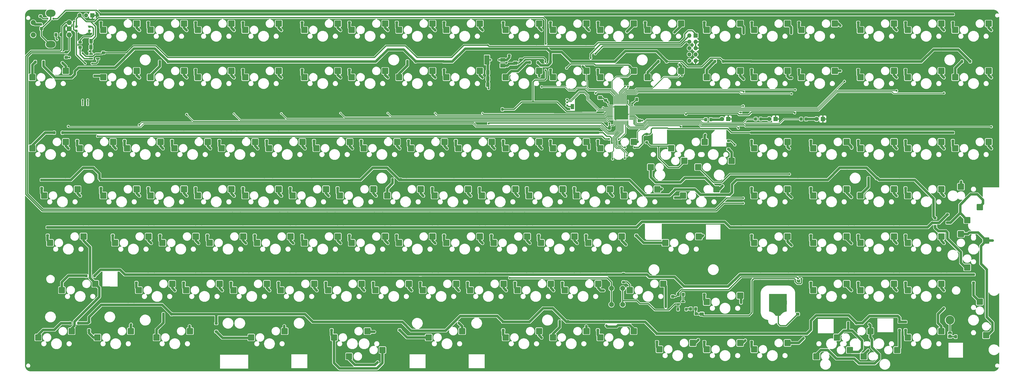
<source format=gbr>
G04 #@! TF.GenerationSoftware,KiCad,Pcbnew,7.0.1*
G04 #@! TF.CreationDate,2023-04-05T01:47:31-04:00*
G04 #@! TF.ProjectId,Boston-keyboard-V081DHA,426f7374-6f6e-42d6-9b65-79626f617264,rev?*
G04 #@! TF.SameCoordinates,Original*
G04 #@! TF.FileFunction,Copper,L2,Bot*
G04 #@! TF.FilePolarity,Positive*
%FSLAX46Y46*%
G04 Gerber Fmt 4.6, Leading zero omitted, Abs format (unit mm)*
G04 Created by KiCad (PCBNEW 7.0.1) date 2023-04-05 01:47:31*
%MOMM*%
%LPD*%
G01*
G04 APERTURE LIST*
G04 Aperture macros list*
%AMRoundRect*
0 Rectangle with rounded corners*
0 $1 Rounding radius*
0 $2 $3 $4 $5 $6 $7 $8 $9 X,Y pos of 4 corners*
0 Add a 4 corners polygon primitive as box body*
4,1,4,$2,$3,$4,$5,$6,$7,$8,$9,$2,$3,0*
0 Add four circle primitives for the rounded corners*
1,1,$1+$1,$2,$3*
1,1,$1+$1,$4,$5*
1,1,$1+$1,$6,$7*
1,1,$1+$1,$8,$9*
0 Add four rect primitives between the rounded corners*
20,1,$1+$1,$2,$3,$4,$5,0*
20,1,$1+$1,$4,$5,$6,$7,0*
20,1,$1+$1,$6,$7,$8,$9,0*
20,1,$1+$1,$8,$9,$2,$3,0*%
%AMFreePoly0*
4,1,6,1.000000,0.000000,0.500000,-0.750000,-0.500000,-0.750000,-0.500000,0.750000,0.500000,0.750000,1.000000,0.000000,1.000000,0.000000,$1*%
%AMFreePoly1*
4,1,6,0.500000,-0.750000,-0.650000,-0.750000,-0.150000,0.000000,-0.650000,0.750000,0.500000,0.750000,0.500000,-0.750000,0.500000,-0.750000,$1*%
%AMFreePoly2*
4,1,28,0.525059,0.400000,0.532182,0.397024,0.539142,0.394142,0.539153,0.394113,0.539183,0.394101,0.542090,0.387022,0.545000,0.380000,0.545000,-0.380000,0.539142,-0.394142,0.525000,-0.400000,-0.650000,-0.400000,-0.664142,-0.394142,-0.670000,-0.380000,-0.664142,-0.365858,-0.650000,-0.360000,-0.645403,-0.360000,-0.649771,-0.349394,-0.646861,-0.337380,-0.596034,-0.254811,-0.509604,-0.081220,
-0.439105,0.099429,-0.385107,0.285677,-0.366569,0.380847,-0.365754,0.382315,-0.365871,0.382599,-0.359972,0.396724,-0.345813,0.402541,0.525059,0.400000,0.525059,0.400000,$1*%
%AMFreePoly3*
4,1,27,0.539142,0.394142,0.545000,0.380000,0.545000,-0.380000,0.542090,-0.387022,0.539183,-0.394101,0.539153,-0.394113,0.539142,-0.394142,0.532182,-0.397024,0.525059,-0.400000,-0.345813,-0.402541,-0.359972,-0.396724,-0.365871,-0.382599,-0.360054,-0.368440,-0.356003,-0.366748,-0.366375,-0.362091,-0.372521,-0.351367,-0.392501,-0.256009,-0.449448,-0.069660,-0.522971,0.110794,-0.612470,0.283880,
-0.664821,0.366049,-0.665820,0.369911,-0.670000,0.380000,-0.664142,0.394142,-0.650000,0.400000,0.525000,0.400000,0.539142,0.394142,0.539142,0.394142,$1*%
%AMFreePoly4*
4,1,31,0.319736,0.407785,0.429772,0.357533,0.521194,0.278316,0.586594,0.176551,0.620674,0.060484,0.620674,-0.060484,0.586594,-0.176551,0.521194,-0.278316,0.429772,-0.357533,0.319736,-0.407785,0.199999,-0.425000,-0.575001,-0.424979,-0.592678,-0.417657,-0.600000,-0.399978,-0.592678,-0.382301,-0.590938,-0.381580,-0.588854,-0.372453,-0.535362,-0.282963,-0.445108,-0.094990,-0.372348,0.100422,
-0.317686,0.301647,-0.299623,0.404329,-0.293189,0.416443,-0.292678,0.417678,-0.292493,0.417754,-0.292376,0.417975,-0.278492,0.424755,-0.276455,0.424396,-0.275000,0.425000,0.200000,0.425000,0.319736,0.407785,0.319736,0.407785,$1*%
G04 Aperture macros list end*
G04 #@! TA.AperFunction,ComponentPad*
%ADD10C,0.800000*%
G04 #@! TD*
G04 #@! TA.AperFunction,ComponentPad*
%ADD11C,7.000000*%
G04 #@! TD*
G04 #@! TA.AperFunction,ComponentPad*
%ADD12R,1.800000X1.800000*%
G04 #@! TD*
G04 #@! TA.AperFunction,ComponentPad*
%ADD13C,1.800000*%
G04 #@! TD*
G04 #@! TA.AperFunction,ComponentPad*
%ADD14C,2.000000*%
G04 #@! TD*
G04 #@! TA.AperFunction,ComponentPad*
%ADD15R,1.700000X1.700000*%
G04 #@! TD*
G04 #@! TA.AperFunction,ComponentPad*
%ADD16O,1.700000X1.700000*%
G04 #@! TD*
G04 #@! TA.AperFunction,ComponentPad*
%ADD17C,3.500000*%
G04 #@! TD*
G04 #@! TA.AperFunction,SMDPad,CuDef*
%ADD18RoundRect,0.250000X-0.350000X0.250000X-0.350000X-0.250000X0.350000X-0.250000X0.350000X0.250000X0*%
G04 #@! TD*
G04 #@! TA.AperFunction,SMDPad,CuDef*
%ADD19RoundRect,0.254000X1.016000X1.016000X-1.016000X1.016000X-1.016000X-1.016000X1.016000X-1.016000X0*%
G04 #@! TD*
G04 #@! TA.AperFunction,SMDPad,CuDef*
%ADD20RoundRect,0.250001X0.624999X-0.462499X0.624999X0.462499X-0.624999X0.462499X-0.624999X-0.462499X0*%
G04 #@! TD*
G04 #@! TA.AperFunction,SMDPad,CuDef*
%ADD21RoundRect,0.250000X0.250000X0.350000X-0.250000X0.350000X-0.250000X-0.350000X0.250000X-0.350000X0*%
G04 #@! TD*
G04 #@! TA.AperFunction,SMDPad,CuDef*
%ADD22RoundRect,0.250001X-0.462499X-0.624999X0.462499X-0.624999X0.462499X0.624999X-0.462499X0.624999X0*%
G04 #@! TD*
G04 #@! TA.AperFunction,SMDPad,CuDef*
%ADD23R,2.000000X1.500000*%
G04 #@! TD*
G04 #@! TA.AperFunction,SMDPad,CuDef*
%ADD24R,2.000000X3.800000*%
G04 #@! TD*
G04 #@! TA.AperFunction,SMDPad,CuDef*
%ADD25RoundRect,0.254000X-1.016000X1.016000X-1.016000X-1.016000X1.016000X-1.016000X1.016000X1.016000X0*%
G04 #@! TD*
G04 #@! TA.AperFunction,SMDPad,CuDef*
%ADD26RoundRect,0.250000X-0.450000X0.325000X-0.450000X-0.325000X0.450000X-0.325000X0.450000X0.325000X0*%
G04 #@! TD*
G04 #@! TA.AperFunction,SMDPad,CuDef*
%ADD27RoundRect,0.254000X-1.016000X-1.016000X1.016000X-1.016000X1.016000X1.016000X-1.016000X1.016000X0*%
G04 #@! TD*
G04 #@! TA.AperFunction,SMDPad,CuDef*
%ADD28RoundRect,0.250000X0.350000X0.450000X-0.350000X0.450000X-0.350000X-0.450000X0.350000X-0.450000X0*%
G04 #@! TD*
G04 #@! TA.AperFunction,SMDPad,CuDef*
%ADD29RoundRect,0.150000X0.275000X-0.150000X0.275000X0.150000X-0.275000X0.150000X-0.275000X-0.150000X0*%
G04 #@! TD*
G04 #@! TA.AperFunction,SMDPad,CuDef*
%ADD30RoundRect,0.175000X0.225000X-0.175000X0.225000X0.175000X-0.225000X0.175000X-0.225000X-0.175000X0*%
G04 #@! TD*
G04 #@! TA.AperFunction,SMDPad,CuDef*
%ADD31R,1.400000X2.100000*%
G04 #@! TD*
G04 #@! TA.AperFunction,SMDPad,CuDef*
%ADD32RoundRect,0.250000X-0.450000X0.350000X-0.450000X-0.350000X0.450000X-0.350000X0.450000X0.350000X0*%
G04 #@! TD*
G04 #@! TA.AperFunction,SMDPad,CuDef*
%ADD33FreePoly0,90.000000*%
G04 #@! TD*
G04 #@! TA.AperFunction,SMDPad,CuDef*
%ADD34FreePoly1,90.000000*%
G04 #@! TD*
G04 #@! TA.AperFunction,SMDPad,CuDef*
%ADD35RoundRect,0.250001X-0.624999X0.462499X-0.624999X-0.462499X0.624999X-0.462499X0.624999X0.462499X0*%
G04 #@! TD*
G04 #@! TA.AperFunction,SMDPad,CuDef*
%ADD36RoundRect,0.250000X0.450000X-0.325000X0.450000X0.325000X-0.450000X0.325000X-0.450000X-0.325000X0*%
G04 #@! TD*
G04 #@! TA.AperFunction,SMDPad,CuDef*
%ADD37RoundRect,0.254000X1.016000X-1.016000X1.016000X1.016000X-1.016000X1.016000X-1.016000X-1.016000X0*%
G04 #@! TD*
G04 #@! TA.AperFunction,SMDPad,CuDef*
%ADD38RoundRect,0.075000X0.662500X0.075000X-0.662500X0.075000X-0.662500X-0.075000X0.662500X-0.075000X0*%
G04 #@! TD*
G04 #@! TA.AperFunction,SMDPad,CuDef*
%ADD39RoundRect,0.075000X0.075000X0.662500X-0.075000X0.662500X-0.075000X-0.662500X0.075000X-0.662500X0*%
G04 #@! TD*
G04 #@! TA.AperFunction,ComponentPad*
%ADD40C,2.032000*%
G04 #@! TD*
G04 #@! TA.AperFunction,ComponentPad*
%ADD41O,3.900000X2.799999*%
G04 #@! TD*
G04 #@! TA.AperFunction,SMDPad,CuDef*
%ADD42RoundRect,0.250000X0.325000X0.450000X-0.325000X0.450000X-0.325000X-0.450000X0.325000X-0.450000X0*%
G04 #@! TD*
G04 #@! TA.AperFunction,SMDPad,CuDef*
%ADD43RoundRect,0.250000X-0.325000X-0.450000X0.325000X-0.450000X0.325000X0.450000X-0.325000X0.450000X0*%
G04 #@! TD*
G04 #@! TA.AperFunction,SMDPad,CuDef*
%ADD44R,1.560000X0.650000*%
G04 #@! TD*
G04 #@! TA.AperFunction,SMDPad,CuDef*
%ADD45R,0.600000X1.550000*%
G04 #@! TD*
G04 #@! TA.AperFunction,ComponentPad*
%ADD46C,0.500000*%
G04 #@! TD*
G04 #@! TA.AperFunction,SMDPad,CuDef*
%ADD47R,1.200000X1.800000*%
G04 #@! TD*
G04 #@! TA.AperFunction,SMDPad,CuDef*
%ADD48RoundRect,0.250000X0.350000X-0.250000X0.350000X0.250000X-0.350000X0.250000X-0.350000X-0.250000X0*%
G04 #@! TD*
G04 #@! TA.AperFunction,SMDPad,CuDef*
%ADD49RoundRect,0.062500X0.375000X0.062500X-0.375000X0.062500X-0.375000X-0.062500X0.375000X-0.062500X0*%
G04 #@! TD*
G04 #@! TA.AperFunction,SMDPad,CuDef*
%ADD50RoundRect,0.062500X0.062500X0.375000X-0.062500X0.375000X-0.062500X-0.375000X0.062500X-0.375000X0*%
G04 #@! TD*
G04 #@! TA.AperFunction,SMDPad,CuDef*
%ADD51R,5.600000X5.600000*%
G04 #@! TD*
G04 #@! TA.AperFunction,SMDPad,CuDef*
%ADD52FreePoly2,180.000000*%
G04 #@! TD*
G04 #@! TA.AperFunction,SMDPad,CuDef*
%ADD53FreePoly3,180.000000*%
G04 #@! TD*
G04 #@! TA.AperFunction,SMDPad,CuDef*
%ADD54FreePoly4,0.000000*%
G04 #@! TD*
G04 #@! TA.AperFunction,SMDPad,CuDef*
%ADD55FreePoly3,0.000000*%
G04 #@! TD*
G04 #@! TA.AperFunction,SMDPad,CuDef*
%ADD56RoundRect,0.150000X-0.587500X-0.150000X0.587500X-0.150000X0.587500X0.150000X-0.587500X0.150000X0*%
G04 #@! TD*
G04 #@! TA.AperFunction,ViaPad*
%ADD57C,0.800000*%
G04 #@! TD*
G04 #@! TA.AperFunction,ViaPad*
%ADD58C,0.600000*%
G04 #@! TD*
G04 #@! TA.AperFunction,Conductor*
%ADD59C,0.300000*%
G04 #@! TD*
G04 #@! TA.AperFunction,Conductor*
%ADD60C,1.000000*%
G04 #@! TD*
G04 #@! TA.AperFunction,Conductor*
%ADD61C,0.500000*%
G04 #@! TD*
G04 APERTURE END LIST*
D10*
X356268500Y-146649500D03*
X357037345Y-144793345D03*
X357037345Y-148505655D03*
X358893500Y-144024500D03*
D11*
X358893500Y-146649500D03*
D10*
X358893500Y-149274500D03*
X360749655Y-144793345D03*
X360749655Y-148505655D03*
X361518500Y-146649500D03*
D12*
X338732500Y-72712500D03*
D13*
X336192500Y-72712500D03*
D12*
X357782500Y-72712500D03*
D13*
X355242500Y-72712500D03*
D14*
X291750000Y-147400000D03*
X291750000Y-140900000D03*
X296250000Y-147400000D03*
X296250000Y-140900000D03*
D15*
X82825000Y-30950000D03*
D16*
X80285000Y-30950000D03*
X77745000Y-30950000D03*
D17*
X427950304Y-153675080D03*
D15*
X325655625Y-39087500D03*
D16*
X323115625Y-39087500D03*
X325655625Y-41627500D03*
X323115625Y-41627500D03*
X325655625Y-44167500D03*
X323115625Y-44167500D03*
X325655625Y-46707500D03*
X323115625Y-46707500D03*
X325655625Y-49247500D03*
X323115625Y-49247500D03*
D12*
X376832500Y-72712500D03*
D13*
X374292500Y-72712500D03*
D18*
X124340625Y-97256250D03*
X124340625Y-100556250D03*
D19*
X281646000Y-81920000D03*
X268184000Y-84460000D03*
X395946000Y-158120000D03*
X382484000Y-160660000D03*
D20*
X253100000Y-50212500D03*
X253100000Y-47237500D03*
D18*
X238640625Y-97256250D03*
X238640625Y-100556250D03*
D21*
X262150000Y-49925000D03*
X258850000Y-49925000D03*
D22*
X242012500Y-53925000D03*
X244987500Y-53925000D03*
D19*
X257833500Y-120020000D03*
X244371500Y-122560000D03*
D18*
X286265625Y-49631250D03*
X286265625Y-52931250D03*
D19*
X424521000Y-158120000D03*
X411059000Y-160660000D03*
X262596000Y-158120000D03*
X249134000Y-160660000D03*
D18*
X224353125Y-49631250D03*
X224353125Y-52931250D03*
D19*
X100671000Y-53345000D03*
X87209000Y-55885000D03*
X310221000Y-100970000D03*
X296759000Y-103510000D03*
D23*
X247950000Y-46625000D03*
X247950000Y-48925000D03*
D24*
X241650000Y-48925000D03*
D23*
X247950000Y-51225000D03*
D18*
X276778750Y-97256250D03*
X276778750Y-100556250D03*
D19*
X219733500Y-34295000D03*
X206271500Y-36835000D03*
D18*
X348178125Y-78206250D03*
X348178125Y-81506250D03*
D22*
X242012500Y-58925000D03*
X244987500Y-58925000D03*
D21*
X63150000Y-49725000D03*
X59850000Y-49725000D03*
D25*
X432395000Y-99954000D03*
X434935000Y-113416000D03*
D26*
X87200000Y-46000000D03*
X87200000Y-48050000D03*
D19*
X343558500Y-53345000D03*
X330096500Y-55885000D03*
X362608500Y-120020000D03*
X349146500Y-122560000D03*
D18*
X348216250Y-30581250D03*
X348216250Y-33881250D03*
D19*
X362608500Y-100970000D03*
X349146500Y-103510000D03*
D18*
X76715625Y-78206250D03*
X76715625Y-81506250D03*
X114853750Y-78206250D03*
X114853750Y-81506250D03*
D21*
X212906372Y-49495305D03*
X209606372Y-49495305D03*
D22*
X82262500Y-41325000D03*
X85237500Y-41325000D03*
D19*
X424521000Y-120020000D03*
X411059000Y-122560000D03*
X98289750Y-158120000D03*
X84827750Y-160660000D03*
X84002250Y-139070000D03*
X70540250Y-141610000D03*
D27*
X393279000Y-168280000D03*
X406741000Y-165740000D03*
D18*
X243403125Y-116306250D03*
X243403125Y-119606250D03*
D19*
X143533500Y-120020000D03*
X130071500Y-122560000D03*
X300696000Y-34295000D03*
X287234000Y-36835000D03*
X334033500Y-100970000D03*
X320571500Y-103510000D03*
X134008500Y-139070000D03*
X120546500Y-141610000D03*
D18*
X407709375Y-154406250D03*
X407709375Y-157706250D03*
X329128125Y-30581250D03*
X329128125Y-33881250D03*
D19*
X267358500Y-139070000D03*
X253896500Y-141610000D03*
X219733500Y-120020000D03*
X206271500Y-122560000D03*
D18*
X172003750Y-78206250D03*
X172003750Y-81506250D03*
D19*
X186396000Y-81920000D03*
X172934000Y-84460000D03*
X326889964Y-120020000D03*
X313427964Y-122560000D03*
D18*
X219590625Y-97256250D03*
X219590625Y-100556250D03*
D19*
X300696000Y-81920000D03*
X287234000Y-84460000D03*
X157821000Y-53345000D03*
X144359000Y-55885000D03*
X200683500Y-120020000D03*
X187221500Y-122560000D03*
D21*
X70750000Y-78225000D03*
X67450000Y-78225000D03*
D19*
X262596160Y-34295000D03*
X249134160Y-36835000D03*
D18*
X167241250Y-116306250D03*
X167241250Y-119606250D03*
D19*
X224496000Y-81920000D03*
X211034000Y-84460000D03*
X443571000Y-81920000D03*
X430109000Y-84460000D03*
D18*
X296600000Y-135075000D03*
X296600000Y-138375000D03*
X410090625Y-97256250D03*
X410090625Y-100556250D03*
D26*
X289400000Y-65139069D03*
X289400000Y-67189069D03*
D19*
X119721000Y-100970000D03*
X106259000Y-103510000D03*
X195921000Y-100970000D03*
X182459000Y-103510000D03*
D18*
X61975000Y-31275000D03*
X61975000Y-34575000D03*
D19*
X114958500Y-139070000D03*
X101496500Y-141610000D03*
X405471000Y-139070000D03*
X392009000Y-141610000D03*
X191158500Y-139070000D03*
X177696500Y-141610000D03*
D18*
X367228125Y-30581250D03*
X367228125Y-33881250D03*
D19*
X91146000Y-81920000D03*
X77684000Y-84460000D03*
X329271000Y-81920000D03*
X315809000Y-84460000D03*
D18*
X143390625Y-30581250D03*
X143390625Y-33881250D03*
D19*
X129246000Y-81920000D03*
X115784000Y-84460000D03*
D26*
X366700000Y-149200000D03*
X366700000Y-151250000D03*
D18*
X437475000Y-135356250D03*
X437475000Y-138656250D03*
D19*
X424521000Y-81920000D03*
X411059000Y-84460000D03*
X443571000Y-53345000D03*
X430109000Y-55885000D03*
X200683606Y-34295000D03*
X187221606Y-36835000D03*
X405471000Y-34295000D03*
X392009000Y-36835000D03*
D18*
X205341250Y-30581250D03*
X205341250Y-33881250D03*
D19*
X157821000Y-34295000D03*
X144359000Y-36835000D03*
D18*
X317460000Y-101066250D03*
X317460000Y-104366250D03*
X124340625Y-49631250D03*
X124340625Y-52931250D03*
D26*
X77900000Y-41800000D03*
X77900000Y-43850000D03*
D18*
X81478125Y-154406250D03*
X81478125Y-157706250D03*
D28*
X351800000Y-72725000D03*
X349800000Y-72725000D03*
D19*
X276883500Y-120020000D03*
X263421500Y-122560000D03*
X238783500Y-53345000D03*
X225321500Y-55885000D03*
D29*
X273875000Y-67225000D03*
X273875000Y-66025000D03*
X273875000Y-64825000D03*
X273875000Y-63625000D03*
D30*
X270100000Y-68375000D03*
X270100000Y-62475000D03*
D19*
X405471000Y-120020000D03*
X392009000Y-122560000D03*
D31*
X280400000Y-67725000D03*
X276000000Y-67725000D03*
D19*
X281646000Y-34295000D03*
X268184000Y-36835000D03*
X343558500Y-143832500D03*
X330096500Y-146372500D03*
D18*
X64809375Y-116306250D03*
X64809375Y-119606250D03*
X348178125Y-159168750D03*
X348178125Y-162468750D03*
D19*
X210208500Y-139070000D03*
X196746500Y-141610000D03*
X231639750Y-158120000D03*
X218177750Y-160660000D03*
D18*
X124340625Y-30581250D03*
X124340625Y-33881250D03*
D32*
X255300000Y-46925000D03*
X255300000Y-48925000D03*
D18*
X91003125Y-116306250D03*
X91003125Y-119606250D03*
X301743948Y-116306300D03*
X301743948Y-119606300D03*
D19*
X181633500Y-53345000D03*
X168171500Y-55885000D03*
D25*
X432395000Y-119004000D03*
X434935000Y-132466000D03*
D33*
X427950304Y-160353210D03*
D34*
X427950304Y-158903210D03*
D27*
X326604000Y-92080000D03*
X340066000Y-89540000D03*
D18*
X119578125Y-135356250D03*
X119578125Y-138656250D03*
D27*
X186110250Y-168280000D03*
X199572250Y-165740000D03*
D18*
X295790625Y-97256250D03*
X295790625Y-100556250D03*
X83859375Y-52012500D03*
X83859375Y-55312500D03*
D19*
X181633590Y-34295000D03*
X168171590Y-36835000D03*
X291171000Y-100970000D03*
X277709000Y-103510000D03*
D27*
X307554000Y-92080000D03*
X321016000Y-89540000D03*
D19*
X405471000Y-100970000D03*
X392009000Y-103510000D03*
D18*
X329128125Y-140118750D03*
X329128125Y-143418750D03*
D19*
X119721000Y-34295000D03*
X106259000Y-36835000D03*
D35*
X328100000Y-151237500D03*
X328100000Y-154212500D03*
D19*
X238783500Y-120020000D03*
X225321500Y-122560000D03*
D18*
X348178125Y-116306250D03*
X348178125Y-119606250D03*
D19*
X138771000Y-100970000D03*
X125309000Y-103510000D03*
X200683500Y-53345000D03*
X187221500Y-55885000D03*
D21*
X436148747Y-49495305D03*
X432848747Y-49495305D03*
D19*
X160202250Y-158120000D03*
X146740250Y-160660000D03*
D18*
X305911139Y-78801581D03*
X305911139Y-82101581D03*
X129103125Y-116306250D03*
X129103125Y-119606250D03*
D36*
X302900000Y-73350000D03*
X302900000Y-71300000D03*
D19*
X172108500Y-139070000D03*
X158646500Y-141610000D03*
X343558500Y-162882500D03*
X330096500Y-165422500D03*
X76858500Y-100970000D03*
X63396500Y-103510000D03*
D27*
X374229000Y-168280000D03*
X387691000Y-165740000D03*
D18*
X329128125Y-159168750D03*
X329128125Y-162468750D03*
X371990625Y-97256250D03*
X371990625Y-100556250D03*
D19*
X100671000Y-100970000D03*
X87209000Y-103510000D03*
D18*
X338800000Y-81550000D03*
X338800000Y-84850000D03*
D19*
X72096000Y-53345000D03*
X58634000Y-55885000D03*
X319746000Y-34295000D03*
X306284000Y-36835000D03*
D18*
X176766250Y-135356250D03*
X176766250Y-138656250D03*
X248165625Y-78206250D03*
X248165625Y-81506250D03*
D19*
X362608500Y-162882500D03*
X349146500Y-165422500D03*
X262596000Y-81920000D03*
X249134000Y-84460000D03*
X100671000Y-34295000D03*
X87209000Y-36835000D03*
D18*
X138628125Y-135356250D03*
X138628125Y-138656250D03*
D35*
X287200000Y-64081256D03*
X287200000Y-67056256D03*
D19*
X148296000Y-81920000D03*
X134834000Y-84460000D03*
D18*
X371990625Y-135356250D03*
X371990625Y-138656250D03*
X305315625Y-30581250D03*
X305315625Y-33881250D03*
D37*
X442555000Y-121671000D03*
X440015000Y-108209000D03*
D19*
X362608500Y-53345000D03*
X349146500Y-55885000D03*
X229258500Y-139070000D03*
X215796500Y-141610000D03*
D18*
X391040625Y-49631250D03*
X391040625Y-52931250D03*
X281503125Y-116306250D03*
X281503125Y-119606250D03*
X286265625Y-78206250D03*
X286265625Y-81506250D03*
D19*
X362608500Y-34295000D03*
X349146500Y-36835000D03*
D18*
X210065625Y-78206250D03*
X210065625Y-81506250D03*
X348178125Y-49631250D03*
X348178125Y-52931250D03*
D21*
X274223611Y-154270393D03*
X270923611Y-154270393D03*
D18*
X224391250Y-30581250D03*
X224391250Y-33881250D03*
D19*
X281646000Y-158120000D03*
X268184000Y-160660000D03*
X122102250Y-158120000D03*
X108640250Y-160660000D03*
X381658500Y-34295000D03*
X368196500Y-36835000D03*
X443571000Y-34295000D03*
X430109000Y-36835000D03*
X405471000Y-81920000D03*
X392009000Y-84460000D03*
D18*
X257690625Y-97256250D03*
X257690625Y-100556250D03*
X186253125Y-116306250D03*
X186253125Y-119606250D03*
D19*
X138771000Y-34295000D03*
X125309000Y-36835000D03*
X243546000Y-81920000D03*
X230084000Y-84460000D03*
X343558500Y-34295000D03*
X330096500Y-36835000D03*
D18*
X186253125Y-49631250D03*
X186253125Y-52931250D03*
X391040625Y-116306250D03*
X391040625Y-119606250D03*
D19*
X153058500Y-139070000D03*
X139596500Y-141610000D03*
D18*
X214828125Y-135396875D03*
X214828125Y-138696875D03*
D19*
X424521000Y-139070000D03*
X411059000Y-141610000D03*
X110196000Y-81920000D03*
X96734000Y-84460000D03*
X72096000Y-81920000D03*
X58634000Y-84460000D03*
D22*
X242012500Y-56425000D03*
X244987500Y-56425000D03*
D18*
X348178125Y-97256250D03*
X348178125Y-100556250D03*
X391040625Y-78206250D03*
X391040625Y-81506250D03*
D19*
X79239750Y-120020000D03*
X65777750Y-122560000D03*
D18*
X429140625Y-30581250D03*
X429140625Y-33881250D03*
X195816250Y-135356250D03*
X195816250Y-138656250D03*
D19*
X162583500Y-120020000D03*
X149121500Y-122560000D03*
D18*
X286265625Y-154406250D03*
X286265625Y-157706250D03*
D19*
X281646000Y-53345000D03*
X268184000Y-55885000D03*
X181633500Y-120020000D03*
X168171500Y-122560000D03*
D18*
X410090625Y-30581250D03*
X410090625Y-33881250D03*
D19*
X424521000Y-100970000D03*
X411059000Y-103510000D03*
X248308500Y-139070000D03*
X234846500Y-141610000D03*
D18*
X410090625Y-154406250D03*
X410090625Y-157706250D03*
D21*
X390309375Y-154865625D03*
X387009375Y-154865625D03*
D19*
X119721000Y-53345000D03*
X106259000Y-55885000D03*
D18*
X167203125Y-30581250D03*
X167203125Y-33881250D03*
D38*
X299813125Y-67316875D03*
X299813125Y-67816875D03*
X299813125Y-68316875D03*
X299813125Y-68816875D03*
X299813125Y-69316875D03*
X299813125Y-69816875D03*
X299813125Y-70316875D03*
X299813125Y-70816875D03*
X299813125Y-71316875D03*
X299813125Y-71816875D03*
X299813125Y-72316875D03*
X299813125Y-72816875D03*
D39*
X298400625Y-74229375D03*
X297900625Y-74229375D03*
X297400625Y-74229375D03*
X296900625Y-74229375D03*
X296400625Y-74229375D03*
X295900625Y-74229375D03*
X295400625Y-74229375D03*
X294900625Y-74229375D03*
X294400625Y-74229375D03*
X293900625Y-74229375D03*
X293400625Y-74229375D03*
X292900625Y-74229375D03*
D38*
X291488125Y-72816875D03*
X291488125Y-72316875D03*
X291488125Y-71816875D03*
X291488125Y-71316875D03*
X291488125Y-70816875D03*
X291488125Y-70316875D03*
X291488125Y-69816875D03*
X291488125Y-69316875D03*
X291488125Y-68816875D03*
X291488125Y-68316875D03*
X291488125Y-67816875D03*
X291488125Y-67316875D03*
D39*
X292900625Y-65904375D03*
X293400625Y-65904375D03*
X293900625Y-65904375D03*
X294400625Y-65904375D03*
X294900625Y-65904375D03*
X295400625Y-65904375D03*
X295900625Y-65904375D03*
X296400625Y-65904375D03*
X296900625Y-65904375D03*
X297400625Y-65904375D03*
X297900625Y-65904375D03*
X298400625Y-65904375D03*
D18*
X152953750Y-78206250D03*
X152953750Y-81506250D03*
D21*
X206953242Y-97120345D03*
X203653242Y-97120345D03*
D18*
X233878125Y-135356250D03*
X233878125Y-138656250D03*
X371990625Y-78206250D03*
X371990625Y-81506250D03*
X391040625Y-135356250D03*
X391040625Y-138656250D03*
D19*
X157821000Y-100970000D03*
X144359000Y-103510000D03*
D18*
X186253125Y-30581250D03*
X186253125Y-33881250D03*
D19*
X386421000Y-100970000D03*
X372959000Y-103510000D03*
D21*
X247850000Y-68825000D03*
X244550000Y-68825000D03*
D18*
X267215625Y-78206250D03*
X267215625Y-81506250D03*
X110053125Y-116306250D03*
X110053125Y-119606250D03*
D19*
X262596000Y-53345000D03*
X249134000Y-55885000D03*
D18*
X100528125Y-135356250D03*
X100528125Y-138656250D03*
D40*
X73500000Y-33875000D03*
X73500000Y-38875000D03*
X73500000Y-36375000D03*
D41*
X66000000Y-30125000D03*
X66000000Y-42625000D03*
D40*
X59000000Y-33875000D03*
X59000000Y-38875000D03*
D42*
X325625000Y-149125000D03*
X323575000Y-149125000D03*
D18*
X371990625Y-116306250D03*
X371990625Y-119606250D03*
D19*
X319746000Y-53345000D03*
X306284000Y-55885000D03*
D18*
X429140625Y-78206250D03*
X429140625Y-81506250D03*
X229115625Y-78206250D03*
X229115625Y-81506250D03*
D21*
X336750000Y-49525000D03*
X333450000Y-49525000D03*
D19*
X238783500Y-34295000D03*
X225321500Y-36835000D03*
D18*
X391040625Y-30581250D03*
X391040625Y-33881250D03*
D19*
X386421000Y-120020000D03*
X372959000Y-122560000D03*
X300696000Y-53345000D03*
X287234000Y-55885000D03*
X272121000Y-100970000D03*
X258659000Y-103510000D03*
D18*
X157716250Y-135356250D03*
X157716250Y-138656250D03*
D21*
X77175000Y-154900000D03*
X73875000Y-154900000D03*
D18*
X62428125Y-97256250D03*
X62428125Y-100556250D03*
D19*
X295933500Y-120020000D03*
X282471500Y-122560000D03*
D21*
X83650000Y-135900000D03*
X80350000Y-135900000D03*
D19*
X167346000Y-81920000D03*
X153884000Y-84460000D03*
X105433500Y-120020000D03*
X91971500Y-122560000D03*
D18*
X167203125Y-49631250D03*
X167203125Y-52931250D03*
D19*
X381658500Y-53345000D03*
X368196500Y-55885000D03*
D43*
X290875000Y-76325000D03*
X292925000Y-76325000D03*
D19*
X124483500Y-120020000D03*
X111021500Y-122560000D03*
D18*
X367228125Y-49631250D03*
X367228125Y-52931250D03*
D36*
X325900000Y-153150000D03*
X325900000Y-151100000D03*
D42*
X301915625Y-64821875D03*
X299865625Y-64821875D03*
D19*
X253071000Y-100970000D03*
X239609000Y-103510000D03*
X386421000Y-139070000D03*
X372959000Y-141610000D03*
D28*
X370100000Y-72725000D03*
X368100000Y-72725000D03*
D44*
X84971250Y-46521250D03*
X84971250Y-47471250D03*
X84971250Y-48421250D03*
X82271250Y-48421250D03*
X82271250Y-47471250D03*
X82271250Y-46521250D03*
D19*
X424521000Y-34295000D03*
X411059000Y-36835000D03*
D22*
X82237500Y-43725000D03*
X85212500Y-43725000D03*
D18*
X248165625Y-30581250D03*
X248165625Y-33881250D03*
X205266250Y-116306250D03*
X205266250Y-119606250D03*
D21*
X321850000Y-149325000D03*
X318550000Y-149325000D03*
D18*
X179109375Y-154406250D03*
X179109375Y-157706250D03*
D42*
X70225000Y-38725000D03*
X68175000Y-38725000D03*
D18*
X271978125Y-135356250D03*
X271978125Y-138656250D03*
X95765625Y-78206250D03*
X95765625Y-81506250D03*
D45*
X80900000Y-66500000D03*
X79900000Y-66500000D03*
X78900000Y-66500000D03*
X77900000Y-66500000D03*
D46*
X82800000Y-70975000D03*
X82800000Y-70375000D03*
X82800000Y-69775000D03*
D47*
X82500000Y-70375000D03*
D46*
X82200000Y-70975000D03*
X82200000Y-70375000D03*
X82200000Y-69775000D03*
X76600000Y-70975000D03*
X76600000Y-70375000D03*
X76600000Y-69775000D03*
D47*
X76300000Y-70375000D03*
D46*
X76000000Y-70975000D03*
X76000000Y-70375000D03*
X76000000Y-69775000D03*
D18*
X191015625Y-78206250D03*
X191015625Y-81506250D03*
X252928125Y-135356250D03*
X252928125Y-138656250D03*
X410090625Y-78206250D03*
X410090625Y-81506250D03*
D19*
X219733500Y-53345000D03*
X206271500Y-55885000D03*
D21*
X114679727Y-151293828D03*
X111379727Y-151293828D03*
D19*
X312602250Y-139070000D03*
X299140250Y-141610000D03*
D18*
X206493750Y-154406250D03*
X206493750Y-157706250D03*
D19*
X138771000Y-53345000D03*
X125309000Y-55885000D03*
D48*
X250600000Y-50475000D03*
X250600000Y-47175000D03*
D18*
X422000000Y-112575000D03*
X422000000Y-115875000D03*
X86240625Y-30581250D03*
X86240625Y-33881250D03*
D19*
X286408500Y-139070000D03*
X272946500Y-141610000D03*
D18*
X162478750Y-97256250D03*
X162478750Y-100556250D03*
X267215625Y-30581250D03*
X267215625Y-33881250D03*
X410090625Y-49631250D03*
X410090625Y-52931250D03*
D19*
X405471000Y-53345000D03*
X392009000Y-55885000D03*
D42*
X62300000Y-36325000D03*
X60250000Y-36325000D03*
D18*
X224353125Y-116306250D03*
X224353125Y-119606250D03*
D19*
X214971000Y-100970000D03*
X201509000Y-103510000D03*
D49*
X299088125Y-67316875D03*
X299088125Y-67816875D03*
X299088125Y-68316875D03*
X299088125Y-68816875D03*
X299088125Y-69316875D03*
X299088125Y-69816875D03*
X299088125Y-70316875D03*
X299088125Y-70816875D03*
X299088125Y-71316875D03*
X299088125Y-71816875D03*
X299088125Y-72316875D03*
X299088125Y-72816875D03*
D50*
X298400625Y-73504375D03*
X297900625Y-73504375D03*
X297400625Y-73504375D03*
X296900625Y-73504375D03*
X296400625Y-73504375D03*
X295900625Y-73504375D03*
X295400625Y-73504375D03*
X294900625Y-73504375D03*
X294400625Y-73504375D03*
X293900625Y-73504375D03*
X293400625Y-73504375D03*
X292900625Y-73504375D03*
D49*
X292213125Y-72816875D03*
X292213125Y-72316875D03*
X292213125Y-71816875D03*
X292213125Y-71316875D03*
X292213125Y-70816875D03*
X292213125Y-70316875D03*
X292213125Y-69816875D03*
X292213125Y-69316875D03*
X292213125Y-68816875D03*
X292213125Y-68316875D03*
X292213125Y-67816875D03*
X292213125Y-67316875D03*
D50*
X292900625Y-66629375D03*
X293400625Y-66629375D03*
X293900625Y-66629375D03*
X294400625Y-66629375D03*
X294900625Y-66629375D03*
X295400625Y-66629375D03*
X295900625Y-66629375D03*
X296400625Y-66629375D03*
X296900625Y-66629375D03*
X297400625Y-66629375D03*
X297900625Y-66629375D03*
X298400625Y-66629375D03*
D51*
X295650625Y-70066875D03*
D18*
X132675056Y-155001645D03*
X132675056Y-158301645D03*
D19*
X386421000Y-81920000D03*
X372959000Y-84460000D03*
X193539750Y-158120000D03*
X180077750Y-160660000D03*
X324508500Y-162882500D03*
X311046500Y-165422500D03*
D18*
X105328750Y-97256250D03*
X105328750Y-100556250D03*
D52*
X76333000Y-35575000D03*
D53*
X76358400Y-37175000D03*
D54*
X81565400Y-37175000D03*
D55*
X81641600Y-35575000D03*
D36*
X316400000Y-144150000D03*
X316400000Y-142100000D03*
D37*
X442555000Y-159771000D03*
X440015000Y-146309000D03*
D18*
X181490625Y-97256250D03*
X181490625Y-100556250D03*
D26*
X72300000Y-45825000D03*
X72300000Y-47875000D03*
D18*
X267215625Y-49631250D03*
X267215625Y-52931250D03*
X310078125Y-159168750D03*
X310078125Y-162468750D03*
D28*
X331700000Y-72925000D03*
X329700000Y-72925000D03*
D18*
X133903750Y-78206250D03*
X133903750Y-81506250D03*
X86240625Y-97256250D03*
X86240625Y-100556250D03*
D56*
X318662500Y-147175000D03*
X318662500Y-145275000D03*
X320537500Y-146225000D03*
D18*
X148153125Y-116306250D03*
X148153125Y-119606250D03*
D19*
X74477250Y-158120000D03*
X61015250Y-160660000D03*
D21*
X313973643Y-49495305D03*
X310673643Y-49495305D03*
D19*
X362608500Y-81920000D03*
X349146500Y-84460000D03*
D21*
X113250000Y-49625000D03*
X109950000Y-49625000D03*
D18*
X143428750Y-97256250D03*
X143428750Y-100556250D03*
X262453125Y-116306250D03*
X262453125Y-119606250D03*
X410090625Y-135356250D03*
X410090625Y-138656250D03*
D19*
X205446000Y-81920000D03*
X191984000Y-84460000D03*
X424521000Y-53345000D03*
X411059000Y-55885000D03*
D43*
X430275000Y-160325000D03*
X432325000Y-160325000D03*
X318575000Y-143325000D03*
X320625000Y-143325000D03*
D18*
X248165625Y-154406250D03*
X248165625Y-157706250D03*
X410090625Y-116306250D03*
X410090625Y-119606250D03*
X427000000Y-111150000D03*
X427000000Y-114450000D03*
D21*
X398508089Y-96525032D03*
X395208089Y-96525032D03*
D18*
X286303750Y-30581250D03*
X286303750Y-33881250D03*
X143390625Y-49631250D03*
X143390625Y-52931250D03*
D19*
X300696000Y-158120000D03*
X287234000Y-160660000D03*
X176871000Y-100970000D03*
X163409000Y-103510000D03*
D18*
X105290625Y-30581250D03*
X105290625Y-33881250D03*
D19*
X234021000Y-100970000D03*
X220559000Y-103510000D03*
D57*
X300418750Y-116306250D03*
X297100000Y-88425000D03*
D58*
X288390000Y-68115000D03*
D57*
X283400000Y-48125000D03*
X285200000Y-46425000D03*
X285400000Y-62325000D03*
X350443750Y-159168750D03*
X342800000Y-76325000D03*
X292200000Y-88825000D03*
X298431250Y-135356250D03*
X348931250Y-135356250D03*
X341400000Y-83125000D03*
X298000000Y-87525000D03*
X297968750Y-97256250D03*
X291900000Y-82325000D03*
X301000000Y-84125000D03*
X297200000Y-84125000D03*
X298400000Y-59625000D03*
X292093750Y-49631250D03*
X297200000Y-59625000D03*
X283043750Y-30581250D03*
X64700000Y-32325000D03*
X67100000Y-32325000D03*
X294650000Y-80875000D03*
X290750000Y-80725000D03*
X82700000Y-50325000D03*
X84900000Y-79625000D03*
X365500000Y-70225000D03*
X366900000Y-136925000D03*
X321700000Y-70825000D03*
X264850000Y-69925000D03*
X312150000Y-99375000D03*
X79100000Y-108125000D03*
X181400000Y-46425000D03*
X284300000Y-47025000D03*
X227400000Y-153825000D03*
X238600000Y-136625000D03*
X79100000Y-110625000D03*
X407700000Y-96175000D03*
X299200000Y-79625000D03*
X195850000Y-108125000D03*
X132800000Y-96025000D03*
X319900000Y-77625000D03*
X296450000Y-117425000D03*
X238600000Y-134225000D03*
X154800000Y-152425000D03*
X279200000Y-134225000D03*
X203000000Y-136625000D03*
X74250000Y-95625000D03*
X318700000Y-66975000D03*
X398350000Y-153175000D03*
X394150000Y-164925000D03*
X170500000Y-76925000D03*
X222000000Y-36825000D03*
X212500000Y-80625000D03*
X157100000Y-80475000D03*
X279100000Y-117475000D03*
X161500000Y-110575000D03*
X297900000Y-98375000D03*
X261550000Y-42625000D03*
X162400000Y-136625000D03*
X345300000Y-105625000D03*
X152100000Y-96125000D03*
X268300000Y-80625000D03*
X424400000Y-79375000D03*
X273650000Y-49525000D03*
X183800000Y-75425000D03*
X203000000Y-134225000D03*
X329300000Y-115275000D03*
X157700000Y-108125000D03*
X389600000Y-62625000D03*
X257900000Y-153225000D03*
X164800000Y-136625000D03*
X229200000Y-155425000D03*
X119600000Y-50825000D03*
X81400000Y-115225000D03*
X366900000Y-76875000D03*
X308500000Y-155825000D03*
X257950000Y-76775000D03*
X183850000Y-117425000D03*
X173900000Y-80825000D03*
X272100000Y-110575000D03*
X428200000Y-120475000D03*
X138600000Y-46425000D03*
X407650000Y-75075000D03*
X298850000Y-96025000D03*
X346200000Y-63425000D03*
X256000000Y-137625000D03*
X160200000Y-70425000D03*
X365400000Y-134225000D03*
X341000000Y-115225000D03*
X258050000Y-69875000D03*
X387150000Y-117475000D03*
X249600000Y-98375000D03*
X343200000Y-63025000D03*
X85700000Y-80575000D03*
X243300000Y-60725000D03*
X328400000Y-77475000D03*
X426700000Y-148775000D03*
X318200000Y-44225000D03*
X264400000Y-45575000D03*
X197600000Y-155625000D03*
X241000000Y-134225000D03*
X105400000Y-117425000D03*
X107600000Y-115225000D03*
X119600000Y-75325000D03*
X424400000Y-123175000D03*
X299600000Y-152475000D03*
X72000000Y-76975000D03*
X363000000Y-67425000D03*
X74350000Y-76975000D03*
X249600000Y-136625000D03*
X289800000Y-137625000D03*
X194600000Y-44425000D03*
X281500000Y-42625000D03*
X250750000Y-108125000D03*
X102850000Y-80575000D03*
X407700000Y-136525000D03*
X138600000Y-72825000D03*
X274550000Y-110575000D03*
X221950000Y-115225000D03*
X257600000Y-134225000D03*
X300300000Y-44225000D03*
X343950000Y-117425000D03*
X242800000Y-42325000D03*
X234350000Y-110625000D03*
X243100000Y-76625000D03*
X291100000Y-65125000D03*
X340950000Y-96775000D03*
X265100000Y-76725000D03*
X289250000Y-96075000D03*
X119500000Y-80475000D03*
X244600000Y-98425000D03*
X286900000Y-76625000D03*
X60200000Y-44425000D03*
X193500000Y-96175000D03*
X301250000Y-67025000D03*
X314900000Y-150625000D03*
X250700000Y-115175000D03*
X297050000Y-110575000D03*
X343600000Y-60025000D03*
X298000000Y-136525000D03*
X407650000Y-50775000D03*
X271150000Y-46925000D03*
X259800000Y-151725000D03*
X426700000Y-141925000D03*
X162400000Y-134225000D03*
X336400000Y-102075000D03*
X351800000Y-134225000D03*
X198100000Y-108125000D03*
X324600000Y-138825000D03*
X141000000Y-50825000D03*
X405350000Y-115175000D03*
X389600000Y-60525000D03*
X267550000Y-44375000D03*
D58*
X284500000Y-51725000D03*
D57*
X300100000Y-110575000D03*
X160050000Y-108125000D03*
X271200000Y-44525000D03*
X188300000Y-80625000D03*
X181400000Y-70325000D03*
X158200000Y-110575000D03*
X212900000Y-76925000D03*
X259300000Y-64925000D03*
X267150000Y-150125000D03*
X97200000Y-148625000D03*
X363000000Y-76875000D03*
X80800000Y-133825000D03*
X191850000Y-94525000D03*
X256400000Y-67825000D03*
X114800000Y-149425000D03*
X311100000Y-108125000D03*
X155800000Y-150025000D03*
X113800000Y-96025000D03*
X346700000Y-152825000D03*
X366850000Y-117475000D03*
X304850000Y-155575000D03*
X138600000Y-50825000D03*
X290900000Y-153325000D03*
X140950000Y-108125000D03*
X81400000Y-117425000D03*
X241050000Y-45625000D03*
X346600000Y-73675000D03*
X94800000Y-96025000D03*
X100500000Y-75025000D03*
X313450000Y-104575000D03*
X157600000Y-98375000D03*
X259300000Y-59825000D03*
X313450000Y-102275000D03*
X366800000Y-75025000D03*
D58*
X278400000Y-61025000D03*
D57*
X382750000Y-50775000D03*
X124400000Y-117425000D03*
X261500000Y-153375000D03*
X288550000Y-155525000D03*
X271150000Y-42475000D03*
D58*
X288200000Y-70025000D03*
D57*
X135200000Y-98425000D03*
X240950000Y-115175000D03*
X266500000Y-42525000D03*
X219650000Y-117425000D03*
X143400000Y-134225000D03*
X405400000Y-79325000D03*
X369150000Y-136475000D03*
X346000000Y-61725000D03*
X104600000Y-136625000D03*
X119600000Y-98425000D03*
X255300000Y-108125000D03*
X426750000Y-116725000D03*
X407650000Y-79375000D03*
X267800000Y-76625000D03*
X99600000Y-148625000D03*
X346400000Y-60025000D03*
X370250000Y-160325000D03*
X122000000Y-50825000D03*
X170600000Y-80525000D03*
X318600000Y-72025000D03*
X70300000Y-54875000D03*
X407650000Y-98375000D03*
X405350000Y-98425000D03*
X119600000Y-108025000D03*
X202900000Y-75425000D03*
X257700000Y-115225000D03*
X426700000Y-43525000D03*
X138600000Y-98425000D03*
X238600000Y-70325000D03*
X347400000Y-137225000D03*
X296300000Y-96075000D03*
X424400000Y-112125000D03*
X248900000Y-115225000D03*
X321000000Y-60125000D03*
X238600000Y-60725000D03*
X318700000Y-62675000D03*
X323300000Y-155775000D03*
X348000000Y-134225000D03*
X251900000Y-110575000D03*
X238650000Y-115175000D03*
X443400000Y-76625000D03*
X241000000Y-40975000D03*
X426800000Y-74975000D03*
X275600000Y-137625000D03*
X327850000Y-160325000D03*
X81800000Y-149825000D03*
X424400000Y-45825000D03*
X100400000Y-108025000D03*
X121900000Y-73225000D03*
X256900000Y-81025000D03*
X363000000Y-134225000D03*
X407650000Y-117475000D03*
X157700000Y-77075000D03*
X424400000Y-63225000D03*
X280450000Y-153225000D03*
X345850000Y-93975000D03*
X387300000Y-62625000D03*
X301850000Y-77225000D03*
X141000000Y-103725000D03*
X389450000Y-117425000D03*
X293050000Y-98375000D03*
X336350000Y-108625000D03*
X315850000Y-48575000D03*
X280700000Y-56825000D03*
X260800000Y-80525000D03*
X341000000Y-107475000D03*
X262400000Y-67825000D03*
X99600000Y-146425000D03*
X299200000Y-65825000D03*
X217200000Y-108075000D03*
X255700000Y-69925000D03*
X330650000Y-77525000D03*
X336400000Y-104425000D03*
X408900000Y-158925000D03*
X342800000Y-134225000D03*
X198800000Y-49425000D03*
X342600000Y-139025000D03*
X86600000Y-41225000D03*
X367900000Y-160275000D03*
X274350000Y-108125000D03*
X386900000Y-60525000D03*
X343750000Y-50675000D03*
X143450000Y-115175000D03*
X389500000Y-136525000D03*
X345800000Y-85325000D03*
X98800000Y-41625000D03*
X300000000Y-146825000D03*
X141000000Y-75325000D03*
X219600000Y-134225000D03*
X238600000Y-74425000D03*
X313350000Y-97025000D03*
X291900000Y-77525000D03*
X407700000Y-84575000D03*
X69450000Y-46975000D03*
X330650000Y-71275000D03*
X76700000Y-108125000D03*
X334000000Y-110625000D03*
X318550000Y-48575000D03*
X241000000Y-36725000D03*
X363000000Y-70825000D03*
X264500000Y-53825000D03*
X126800000Y-117425000D03*
X426750000Y-134275000D03*
X219600000Y-70725000D03*
X405350000Y-117475000D03*
X140950000Y-80525000D03*
X164750000Y-115175000D03*
X71600000Y-44575000D03*
X320550000Y-62675000D03*
X196350000Y-110575000D03*
X293000000Y-96125000D03*
X101000000Y-110825000D03*
X183800000Y-50825000D03*
X308350000Y-102275000D03*
X287400000Y-134225000D03*
X247350000Y-96175000D03*
X181600000Y-50825000D03*
D58*
X288400000Y-67325000D03*
D57*
X324600000Y-142425000D03*
X259800000Y-155025000D03*
X215400000Y-110625000D03*
X202900000Y-115175000D03*
X160200000Y-50825000D03*
X71900000Y-49525000D03*
X85900000Y-76825000D03*
X349300000Y-157825000D03*
X311150000Y-112975000D03*
X113600000Y-76825000D03*
X242000000Y-98375000D03*
X300300000Y-41025000D03*
X344800000Y-66325000D03*
X366500000Y-70225000D03*
X407700000Y-150975000D03*
X181400000Y-136625000D03*
X138700000Y-108125000D03*
X215300000Y-80725000D03*
X157600000Y-50825000D03*
X222000000Y-136625000D03*
X219600000Y-46225000D03*
X269250000Y-62425000D03*
X363050000Y-74975000D03*
X238650000Y-117425000D03*
X123400000Y-110625000D03*
X122000000Y-46425000D03*
X126800000Y-134225000D03*
X261200000Y-55625000D03*
X79900000Y-64825000D03*
X197400000Y-44425000D03*
X268650000Y-98375000D03*
X154350000Y-98375000D03*
X69600000Y-40325000D03*
X426700000Y-136475000D03*
X363050000Y-96125000D03*
X272050000Y-108125000D03*
X424400000Y-76775000D03*
X79200000Y-115225000D03*
X343750000Y-48375000D03*
X284400000Y-62225000D03*
X292100000Y-48325000D03*
X69600000Y-44375000D03*
X405350000Y-85125000D03*
X322200000Y-142425000D03*
X211500000Y-98425000D03*
D58*
X294300000Y-51925000D03*
D57*
X389500000Y-115175000D03*
X228350000Y-96125000D03*
X424400000Y-115425000D03*
X290950000Y-157475000D03*
X57850000Y-44375000D03*
X214850000Y-108125000D03*
X367950000Y-158025000D03*
X119600000Y-77125000D03*
X162500000Y-117475000D03*
X103000000Y-73225000D03*
X367300000Y-137925000D03*
X200400000Y-136625000D03*
X238650000Y-45575000D03*
X142400000Y-110575000D03*
X261500000Y-45625000D03*
X347500000Y-71925000D03*
X212550000Y-96075000D03*
X405400000Y-60525000D03*
X153000000Y-150025000D03*
X286400000Y-59925000D03*
D58*
X290900000Y-51925000D03*
D57*
X183850000Y-115225000D03*
X242250000Y-96025000D03*
X219600000Y-75325000D03*
X351550000Y-157825000D03*
X141200000Y-46225000D03*
X336150000Y-115325000D03*
X76700000Y-110625000D03*
X257500000Y-66725000D03*
X250600000Y-96075000D03*
X107600000Y-117425000D03*
X160050000Y-103775000D03*
X405400000Y-63225000D03*
X256800000Y-110575000D03*
X113600000Y-80525000D03*
X299900000Y-144825000D03*
X74300000Y-54475000D03*
X240900000Y-74525000D03*
X296300000Y-98575000D03*
X252900000Y-108125000D03*
X260050000Y-115175000D03*
X387250000Y-76775000D03*
X266350000Y-96075000D03*
X236100000Y-80525000D03*
X132400000Y-80525000D03*
X271900000Y-98425000D03*
X345800000Y-76725000D03*
X58350000Y-47425000D03*
X202900000Y-36525000D03*
X365300000Y-50775000D03*
X98600000Y-47025000D03*
X275000000Y-52425000D03*
X190200000Y-96125000D03*
X155400000Y-142425000D03*
X200400000Y-47625000D03*
X340950000Y-85275000D03*
X424400000Y-61625000D03*
X322250000Y-153475000D03*
X105200000Y-134225000D03*
X85900000Y-75025000D03*
X384100000Y-57725000D03*
X342900000Y-73425000D03*
X239750000Y-96125000D03*
X145800000Y-136625000D03*
X366800000Y-79325000D03*
X209200000Y-96125000D03*
X67100000Y-33325000D03*
X116600000Y-152625000D03*
X340750000Y-103675000D03*
X141000000Y-70525000D03*
X386450000Y-91225000D03*
X405400000Y-150825000D03*
X197100000Y-169425000D03*
X160050000Y-77025000D03*
X290900000Y-81825000D03*
X363050000Y-48525000D03*
X366800000Y-96125000D03*
X334050000Y-104325000D03*
X105400000Y-115225000D03*
X295300000Y-108125000D03*
X426700000Y-113125000D03*
X116200000Y-98425000D03*
X219400000Y-136625000D03*
X261000000Y-48925000D03*
X255500000Y-76775000D03*
X324600000Y-153725000D03*
X386550000Y-93475000D03*
X320550000Y-67025000D03*
X426750000Y-109925000D03*
X299500000Y-59925000D03*
X385050000Y-50775000D03*
X200600000Y-134225000D03*
X405400000Y-96075000D03*
X281500000Y-44425000D03*
X193000000Y-142625000D03*
X177250000Y-110575000D03*
X138600000Y-75425000D03*
X155350000Y-96125000D03*
X188500000Y-76925000D03*
X342100000Y-71275000D03*
X160400000Y-154725000D03*
X179050000Y-108125000D03*
X289800000Y-134225000D03*
X241100000Y-76725000D03*
X382750000Y-48525000D03*
X184000000Y-46425000D03*
X363050000Y-50775000D03*
X328350000Y-67075000D03*
X126800000Y-115225000D03*
X298200000Y-76875000D03*
X181500000Y-75325000D03*
X231500000Y-96075000D03*
X341500000Y-76625000D03*
X72000000Y-96175000D03*
X370300000Y-157625000D03*
X396450000Y-154575000D03*
X365300000Y-61925000D03*
X335100000Y-112975000D03*
X312400000Y-150525000D03*
X83000000Y-133825000D03*
D58*
X289400000Y-48525000D03*
D57*
X184000000Y-136625000D03*
X407700000Y-115175000D03*
X345800000Y-95925000D03*
X197600000Y-157925000D03*
X141000000Y-77125000D03*
X407700000Y-48525000D03*
X121900000Y-80575000D03*
X299350000Y-115125000D03*
X279000000Y-115125000D03*
X282650000Y-155625000D03*
X363050000Y-115175000D03*
X194800000Y-153225000D03*
X295100000Y-71525000D03*
X325500000Y-160325000D03*
X233800000Y-98375000D03*
X221950000Y-117425000D03*
X145800000Y-134225000D03*
X265100000Y-80525000D03*
X405400000Y-48525000D03*
X286000000Y-96125000D03*
X288300000Y-98375000D03*
X120000000Y-110625000D03*
X101200000Y-45625000D03*
X117800000Y-149825000D03*
X83900000Y-76825000D03*
X142600000Y-136625000D03*
X346050000Y-50675000D03*
X341000000Y-117475000D03*
X337000000Y-84825000D03*
X288100000Y-44825000D03*
X389500000Y-79375000D03*
X79000000Y-53175000D03*
X121900000Y-75425000D03*
X405400000Y-50775000D03*
X297800000Y-46725000D03*
X157700000Y-72325000D03*
X313450000Y-112925000D03*
X195000000Y-155625000D03*
X233950000Y-108075000D03*
X74300000Y-57175000D03*
X104400000Y-110625000D03*
X248900000Y-117425000D03*
X363050000Y-79325000D03*
X75400000Y-97725000D03*
X324050000Y-60125000D03*
X248800000Y-110575000D03*
X296400000Y-115125000D03*
X74350000Y-79375000D03*
X197600000Y-153225000D03*
X341700000Y-79075000D03*
X279200000Y-59325000D03*
X107600000Y-136625000D03*
X366800000Y-98375000D03*
X264100000Y-49725000D03*
X174450000Y-96025000D03*
X320700000Y-75725000D03*
X214850000Y-98425000D03*
X270450000Y-53425000D03*
X363000000Y-137825000D03*
X317050000Y-50375000D03*
X160000000Y-75325000D03*
X311050000Y-110575000D03*
X329000000Y-97625000D03*
X384200000Y-93525000D03*
X100600000Y-98425000D03*
X231000000Y-153625000D03*
X267700000Y-69925000D03*
X313500000Y-110625000D03*
X424450000Y-134275000D03*
X297000000Y-71625000D03*
X268500000Y-64675000D03*
X426800000Y-79425000D03*
X107800000Y-134225000D03*
X240950000Y-117475000D03*
X296450000Y-69725000D03*
X81463454Y-38288454D03*
X340950000Y-105575000D03*
X407700000Y-61625000D03*
X405350000Y-76825000D03*
X275850000Y-115175000D03*
X83900000Y-79625000D03*
X269600000Y-148675000D03*
X407700000Y-76825000D03*
X136400000Y-96025000D03*
X269600000Y-96075000D03*
X262400000Y-59825000D03*
X330650000Y-67025000D03*
X164800000Y-117475000D03*
X262500000Y-76625000D03*
X171050000Y-96125000D03*
X318200000Y-41025000D03*
X183800000Y-134225000D03*
X292200000Y-110575000D03*
X99600000Y-155425000D03*
X268500000Y-66925000D03*
X157600000Y-46225000D03*
X321800000Y-138825000D03*
X346050000Y-48375000D03*
X299200000Y-117525000D03*
X74900000Y-32525000D03*
X181550000Y-117425000D03*
X363050000Y-98375000D03*
X331800000Y-112975000D03*
X249800000Y-134225000D03*
X407750000Y-155775000D03*
D58*
X281000000Y-60925000D03*
D57*
X344400000Y-160275000D03*
X304100000Y-72325000D03*
X367000000Y-140025000D03*
X276800000Y-117425000D03*
X312300000Y-148625000D03*
X424350000Y-74925000D03*
X387250000Y-75075000D03*
X102400000Y-41825000D03*
X238500000Y-76625000D03*
X344450000Y-152775000D03*
X407700000Y-63225000D03*
X78900000Y-50825000D03*
X301450000Y-79975000D03*
X200600000Y-117475000D03*
X281400000Y-89825000D03*
X385050000Y-48525000D03*
X191850000Y-97825000D03*
X181550000Y-115225000D03*
X257750000Y-117475000D03*
X405400000Y-75025000D03*
X315800000Y-41025000D03*
X124400000Y-115225000D03*
X365350000Y-48525000D03*
X243300000Y-69925000D03*
X346750000Y-160325000D03*
X97200000Y-146425000D03*
X344000000Y-107625000D03*
X283800000Y-90625000D03*
X260200000Y-134225000D03*
X123100000Y-155825000D03*
X346600000Y-70125000D03*
X126800000Y-136625000D03*
X424450000Y-136475000D03*
X219650000Y-115225000D03*
X250650000Y-117425000D03*
X405350000Y-136525000D03*
X426800000Y-122375000D03*
X282200000Y-92425000D03*
D58*
X294300000Y-50125000D03*
D57*
X268700000Y-58625000D03*
X199650000Y-110575000D03*
X237800000Y-82425000D03*
X83900000Y-74925000D03*
X78900000Y-45125000D03*
X140950000Y-72825000D03*
X297300000Y-79675000D03*
X238650000Y-41525000D03*
X74100000Y-48825000D03*
X122000000Y-108025000D03*
X393900000Y-152025000D03*
X387150000Y-115225000D03*
X251800000Y-134225000D03*
X268400000Y-48525000D03*
X260050000Y-117475000D03*
X172000000Y-142425000D03*
X162500000Y-115175000D03*
X424400000Y-43625000D03*
X117400000Y-96025000D03*
X279200000Y-155575000D03*
X229200000Y-152025000D03*
X389550000Y-75075000D03*
X389650000Y-76725000D03*
X296900000Y-41025000D03*
X345000000Y-137225000D03*
X72000000Y-57175000D03*
X138700000Y-77125000D03*
X315900000Y-44225000D03*
X327850000Y-158025000D03*
X252900000Y-98375000D03*
X306900000Y-151325000D03*
X79200000Y-117425000D03*
X157700000Y-75325000D03*
X259600000Y-137625000D03*
X81900000Y-49625000D03*
X164800000Y-134225000D03*
X80600000Y-45125000D03*
X366850000Y-115125000D03*
X121950000Y-77025000D03*
X346750000Y-150875000D03*
X248850000Y-108125000D03*
X119600000Y-46425000D03*
X243200000Y-45525000D03*
X200600000Y-75425000D03*
X445850000Y-75825000D03*
X176800000Y-98425000D03*
X160200000Y-46225000D03*
X328400000Y-71275000D03*
X72750000Y-98375000D03*
X158200000Y-152425000D03*
X443350000Y-74875000D03*
X94300000Y-80525000D03*
X145750000Y-115125000D03*
X123600000Y-136625000D03*
X299362696Y-134029751D03*
X222000000Y-134225000D03*
X324050000Y-62675000D03*
X98400000Y-96025000D03*
X151700000Y-80525000D03*
X200600000Y-115225000D03*
X318650000Y-60125000D03*
X100200000Y-80525000D03*
X82600000Y-53175000D03*
X426800000Y-76775000D03*
X323650000Y-67075000D03*
X181400000Y-134225000D03*
X221400000Y-77025000D03*
X392200000Y-153675000D03*
X219600000Y-50625000D03*
X284000000Y-44325000D03*
D58*
X282700000Y-51325000D03*
D57*
X119500000Y-71525000D03*
X346800000Y-158075000D03*
X291000000Y-108125000D03*
X103000000Y-76525000D03*
X263600000Y-66725000D03*
X313500000Y-108025000D03*
X174400000Y-142225000D03*
X344450000Y-151025000D03*
X208800000Y-80525000D03*
X71950000Y-79375000D03*
X281750000Y-48475000D03*
X132400000Y-76925000D03*
X294850000Y-81925000D03*
X124400000Y-134225000D03*
X344800000Y-70125000D03*
X284400000Y-59825000D03*
X313650000Y-115275000D03*
X160000000Y-80525000D03*
X253700000Y-80625000D03*
X192200000Y-80525000D03*
X222000000Y-70225000D03*
X339000000Y-93325000D03*
X222000000Y-75325000D03*
X262500000Y-69925000D03*
X387150000Y-136525000D03*
X343950000Y-115175000D03*
X288600000Y-153275000D03*
X334000000Y-107425000D03*
X222000000Y-50625000D03*
X393900000Y-155375000D03*
X289800000Y-74625000D03*
X139200000Y-110575000D03*
X369200000Y-134125000D03*
X426700000Y-45925000D03*
X407700000Y-134275000D03*
X298000000Y-108075000D03*
X276800000Y-134225000D03*
X387300000Y-79425000D03*
X202900000Y-117425000D03*
X143450000Y-117425000D03*
X265800000Y-68225000D03*
X389500000Y-134275000D03*
X100500000Y-76725000D03*
X120200000Y-152425000D03*
X222000000Y-46225000D03*
X300400000Y-46625000D03*
X180550000Y-110575000D03*
X173350000Y-98475000D03*
X311200000Y-104575000D03*
X345750000Y-98425000D03*
X341000000Y-136025000D03*
X145700000Y-117425000D03*
X283400000Y-57925000D03*
X230550000Y-98375000D03*
X325350000Y-157925000D03*
X345700000Y-79125000D03*
X103000000Y-108025000D03*
X285200000Y-41825000D03*
X366400000Y-67325000D03*
X176800000Y-108175000D03*
X387150000Y-134275000D03*
X264300000Y-42425000D03*
X405350000Y-134275000D03*
X296800000Y-44225000D03*
X138400000Y-80575000D03*
X286900000Y-46025000D03*
X406550000Y-159425000D03*
X267250000Y-147725000D03*
X261200000Y-64925000D03*
X218700000Y-110575000D03*
X384200000Y-91175000D03*
X351600000Y-137825000D03*
X241200000Y-136625000D03*
X279000000Y-137625000D03*
X363050000Y-117425000D03*
X236250000Y-108075000D03*
X78600000Y-149425000D03*
X203000000Y-70325000D03*
X237700000Y-110575000D03*
X200500000Y-70325000D03*
X315000000Y-148025000D03*
X320700000Y-71225000D03*
X97000000Y-98425000D03*
X245600000Y-80525000D03*
X344800000Y-106625000D03*
X343800000Y-70125000D03*
X344800000Y-67425000D03*
X344800000Y-104575000D03*
X239831250Y-122718750D03*
D58*
X239831396Y-70331260D03*
D57*
X235068750Y-103668750D03*
X230306250Y-141768750D03*
X239831396Y-56043748D03*
X239831396Y-36993732D03*
X225543750Y-84618750D03*
X220781250Y-36993750D03*
X220781250Y-122718750D03*
X211256250Y-141768750D03*
X216018750Y-103668750D03*
X230306250Y-154865625D03*
X220781250Y-56043750D03*
D58*
X220781250Y-70331250D03*
D57*
X206493750Y-84618750D03*
X201731250Y-36993750D03*
D58*
X201731250Y-70331250D03*
D57*
X192206250Y-141768750D03*
X201731250Y-56043750D03*
X201731250Y-122718750D03*
X187443750Y-84618750D03*
X196968750Y-103668750D03*
X182681250Y-56043750D03*
X182681250Y-122718750D03*
X182681250Y-36993750D03*
X196300000Y-158425000D03*
D58*
X182681250Y-70331250D03*
D57*
X197600000Y-170625000D03*
X173156250Y-141768750D03*
X177918750Y-103668750D03*
X168393750Y-84618750D03*
X149343750Y-84618750D03*
X158868750Y-103668750D03*
X163631250Y-122718750D03*
X160059375Y-156056250D03*
X154106250Y-141768750D03*
X158868750Y-56043750D03*
X158868750Y-36993750D03*
D58*
X158868750Y-70493750D03*
D57*
X139818750Y-103668750D03*
D58*
X139818750Y-70606250D03*
D57*
X139818750Y-56043750D03*
X139818750Y-36993750D03*
X135056250Y-141768750D03*
X144581250Y-122718750D03*
X130293750Y-84618750D03*
X120768750Y-56043750D03*
X121959375Y-156056250D03*
X120768750Y-36993750D03*
X116006250Y-141768750D03*
X120768750Y-103668750D03*
X111243750Y-84618750D03*
X125531250Y-122718750D03*
X120768750Y-70893750D03*
X106481250Y-122718750D03*
X101718750Y-103668750D03*
X92193750Y-84618750D03*
X98400000Y-155425000D03*
X101718750Y-75093750D03*
X101718750Y-36993750D03*
X101718750Y-56043750D03*
X445200000Y-121625000D03*
X444618750Y-75843750D03*
X444618750Y-36993750D03*
X432500000Y-97925000D03*
X444618750Y-84618750D03*
X444618750Y-56043750D03*
X425568750Y-56043750D03*
X425568750Y-148912274D03*
X425568750Y-103668750D03*
X425568750Y-84618750D03*
X425568750Y-36993750D03*
X425568750Y-141768750D03*
X425568750Y-122718750D03*
X425568750Y-62256250D03*
X395100000Y-165825000D03*
X406518750Y-84618750D03*
X406518750Y-122718750D03*
X406518750Y-36993750D03*
X406518750Y-61306250D03*
X406518750Y-103668750D03*
X406518750Y-56043750D03*
X406518750Y-141768750D03*
X388300000Y-141725000D03*
X385500000Y-57525000D03*
X383900000Y-53325000D03*
X388300000Y-122825000D03*
X388400000Y-84325000D03*
X383900000Y-35125000D03*
X395500000Y-155325000D03*
X388300000Y-104225000D03*
X363300000Y-84625000D03*
X364200000Y-123625000D03*
X364200000Y-104325000D03*
X364200000Y-56225000D03*
X364200000Y-62525000D03*
X369100000Y-160925000D03*
X363400000Y-94925000D03*
X364100000Y-38125000D03*
X344900000Y-61725000D03*
X336500000Y-99625000D03*
X329500000Y-79025000D03*
X343900000Y-146725000D03*
X345600000Y-161825000D03*
X344900000Y-38125000D03*
X344900000Y-56625000D03*
X328600000Y-119625000D03*
X320100000Y-55225000D03*
X312000000Y-100825000D03*
X302300000Y-81825000D03*
X319100000Y-50825000D03*
X319600000Y-75725000D03*
X317100000Y-37825000D03*
X326700000Y-161625000D03*
X313600000Y-148325000D03*
X297576757Y-123314117D03*
X299100000Y-51525000D03*
X273700000Y-52225000D03*
X288647062Y-141768820D03*
X298000000Y-37525000D03*
X292218940Y-103668788D03*
X282693932Y-84618772D03*
X289700000Y-155925000D03*
X277931250Y-122718750D03*
X268406250Y-141768750D03*
X273168750Y-103668750D03*
X281585937Y-156139063D03*
D58*
X282693932Y-36993732D03*
X280200000Y-51525000D03*
D57*
X263643750Y-84618750D03*
X258881250Y-122718750D03*
X262700000Y-55425000D03*
X249356250Y-141768750D03*
X263643916Y-59768916D03*
X254118750Y-103668750D03*
X263643916Y-36993732D03*
X244593750Y-84618750D03*
X263643750Y-160818750D03*
X80287500Y-122718750D03*
X73143750Y-75668750D03*
X73143750Y-84618750D03*
X77906250Y-103668750D03*
X70762500Y-50090625D03*
X368200000Y-137025000D03*
X365700000Y-60925000D03*
X80900000Y-65025000D03*
X81600000Y-45425000D03*
X265200000Y-53025000D03*
X265150000Y-49675000D03*
X265300000Y-42425000D03*
X290300000Y-65925000D03*
X242000000Y-43025000D03*
X68600000Y-40725000D03*
X243100000Y-48925000D03*
X73600000Y-47925000D03*
X242300000Y-60425000D03*
X78900000Y-46225000D03*
X246500000Y-48925000D03*
X300100000Y-66325000D03*
X290900000Y-74425000D03*
X242300000Y-74525000D03*
X250800000Y-136725000D03*
X304100000Y-73325000D03*
X79900000Y-50325000D03*
X75400000Y-33425000D03*
X78900000Y-65125000D03*
D59*
X292842824Y-81539002D02*
X292842824Y-80218642D01*
X297100000Y-86213507D02*
X295411493Y-84525000D01*
D60*
X337300000Y-114125000D02*
X339481250Y-116306250D01*
D59*
X293124001Y-83949001D02*
X293124001Y-81820179D01*
D60*
X410090625Y-116306250D02*
X371990625Y-116306250D01*
X348178125Y-116306250D02*
X371990625Y-116306250D01*
D59*
X295411493Y-84525000D02*
X293700000Y-84525000D01*
D60*
X424025000Y-114125000D02*
X424000000Y-114125000D01*
X410090625Y-116306250D02*
X419018750Y-116306250D01*
X300418750Y-116306250D02*
X301818750Y-116306250D01*
X281503125Y-116306250D02*
X298981250Y-116306250D01*
X339481250Y-116306250D02*
X348178125Y-116306250D01*
D59*
X292842824Y-80218642D02*
X295400625Y-77660841D01*
X293700000Y-84525000D02*
X293124001Y-83949001D01*
D60*
X420900000Y-114525000D02*
X420850000Y-114475000D01*
X298981250Y-116306250D02*
X300418750Y-116306250D01*
X304000000Y-114125000D02*
X337300000Y-114125000D01*
D59*
X293124001Y-81820179D02*
X292842824Y-81539002D01*
D60*
X301818750Y-116306250D02*
X304000000Y-114125000D01*
X64809375Y-116306250D02*
X281503125Y-116306250D01*
D59*
X297100000Y-88425000D02*
X297100000Y-86213507D01*
D60*
X424000000Y-114125000D02*
X423600000Y-114525000D01*
X424025000Y-114125000D02*
X427000000Y-111150000D01*
X423600000Y-114525000D02*
X420900000Y-114525000D01*
D59*
X295400625Y-77660841D02*
X295400625Y-74229375D01*
D60*
X419018750Y-116306250D02*
X420850000Y-114475000D01*
D61*
X287280000Y-42645000D02*
X319523334Y-42645000D01*
X283400000Y-46525000D02*
X287280000Y-42645000D01*
X319523334Y-42645000D02*
X323080834Y-39087500D01*
X283400000Y-48125000D02*
X283400000Y-46525000D01*
X323080834Y-39087500D02*
X323115625Y-39087500D01*
D59*
X288591875Y-68316875D02*
X288390000Y-68115000D01*
X291488125Y-68316875D02*
X288591875Y-68316875D01*
X291200000Y-61825000D02*
X288500000Y-61825000D01*
D61*
X288300000Y-43325000D02*
X319805000Y-43325000D01*
X319805000Y-43325000D02*
X321502500Y-41627500D01*
D59*
X292900625Y-65904375D02*
X292900625Y-63525625D01*
D61*
X321502500Y-41627500D02*
X323115625Y-41627500D01*
D59*
X288500000Y-61825000D02*
X285900000Y-61825000D01*
X291500000Y-62125000D02*
X291200000Y-61825000D01*
D61*
X285200000Y-46425000D02*
X288300000Y-43325000D01*
D59*
X292900625Y-63525625D02*
X291500000Y-62125000D01*
X285900000Y-61825000D02*
X285400000Y-62325000D01*
D60*
X370000000Y-72700000D02*
X374280000Y-72700000D01*
X374280000Y-72700000D02*
X374292500Y-72712500D01*
X372050000Y-157575000D02*
X372050000Y-153875000D01*
X348178125Y-159168750D02*
X350443750Y-159168750D01*
X168393750Y-151293750D02*
X132643250Y-151293750D01*
X350443750Y-159168750D02*
X370456250Y-159168750D01*
D59*
X299000000Y-76425000D02*
X297900625Y-75325625D01*
D60*
X372050000Y-153875000D02*
X374100000Y-151825000D01*
X286265625Y-154406250D02*
X305315625Y-154406250D01*
D59*
X342240000Y-75765000D02*
X327861178Y-75765000D01*
D60*
X132675056Y-155001645D02*
X132675056Y-151325556D01*
X179109375Y-154406250D02*
X171506250Y-154406250D01*
X264239229Y-148912576D02*
X268134706Y-148912576D01*
X273628380Y-154406250D02*
X286265625Y-154406250D01*
X132643250Y-151293750D02*
X114815625Y-151293750D01*
D59*
X305200000Y-76425000D02*
X299000000Y-76425000D01*
D60*
X114815547Y-151293828D02*
X114815625Y-151293750D01*
D59*
X297900625Y-75325625D02*
X297900625Y-74229375D01*
D60*
X230900000Y-152025000D02*
X245784375Y-152025000D01*
X225000000Y-157925000D02*
X230900000Y-152025000D01*
X370456250Y-159168750D02*
X372050000Y-157575000D01*
D59*
X306720000Y-74905000D02*
X305200000Y-76425000D01*
D60*
X392840625Y-154865625D02*
X392840625Y-154784375D01*
X132675056Y-151325556D02*
X132643250Y-151293750D01*
X245784375Y-152025000D02*
X248165625Y-154406250D01*
X206493750Y-154406250D02*
X207581250Y-154406250D01*
X207581250Y-154406250D02*
X211100000Y-157925000D01*
X110910899Y-147525000D02*
X114679727Y-151293828D01*
X374100000Y-151825000D02*
X387268750Y-151825000D01*
X392840625Y-154784375D02*
X395600000Y-152025000D01*
X390309375Y-154865625D02*
X392840625Y-154865625D01*
X407709375Y-154406250D02*
X410090625Y-154406250D01*
X310078125Y-159168750D02*
X348178125Y-159168750D01*
X114679727Y-151293828D02*
X114815547Y-151293828D01*
X206493750Y-154406250D02*
X179109375Y-154406250D01*
X248165625Y-154406250D02*
X258745555Y-154406250D01*
X268134706Y-148912576D02*
X273628380Y-154406250D01*
X86400000Y-147525000D02*
X110910899Y-147525000D01*
X258745555Y-154406250D02*
X264239229Y-148912576D01*
X407709375Y-152734375D02*
X407709375Y-154406250D01*
X81478125Y-154406250D02*
X81478125Y-152446875D01*
X171506250Y-154406250D02*
X168393750Y-151293750D01*
X77175000Y-154900000D02*
X80984375Y-154900000D01*
D59*
X327001178Y-74905000D02*
X306720000Y-74905000D01*
D60*
X305315625Y-154406250D02*
X310078125Y-159168750D01*
D59*
X342800000Y-76325000D02*
X342240000Y-75765000D01*
D60*
X80984375Y-154900000D02*
X81478125Y-154406250D01*
D59*
X327861178Y-75765000D02*
X327001178Y-74905000D01*
D60*
X81478125Y-152446875D02*
X86400000Y-147525000D01*
X387268750Y-151825000D02*
X390309375Y-154865625D01*
X407000000Y-152025000D02*
X407709375Y-152734375D01*
X395600000Y-152025000D02*
X407000000Y-152025000D01*
X211100000Y-157925000D02*
X225000000Y-157925000D01*
X371990625Y-135356250D02*
X348931250Y-135356250D01*
D59*
X292644001Y-82019001D02*
X292350000Y-81725000D01*
X294900625Y-77482019D02*
X294900625Y-74229375D01*
D60*
X348931250Y-135356250D02*
X343468750Y-135356250D01*
D61*
X339825000Y-81550000D02*
X341400000Y-83125000D01*
D59*
X292350000Y-81725000D02*
X292350000Y-80032644D01*
X292200000Y-88825000D02*
X292200000Y-85925000D01*
D60*
X343468750Y-135356250D02*
X338706250Y-140118750D01*
X298431250Y-135356250D02*
X306031250Y-135356250D01*
X306031250Y-135356250D02*
X307000000Y-136325000D01*
X271978125Y-135356250D02*
X100528125Y-135356250D01*
X271978125Y-135356250D02*
X298431250Y-135356250D01*
X437475000Y-135356250D02*
X371990625Y-135356250D01*
D59*
X292644001Y-85480999D02*
X292644001Y-82019001D01*
X292200000Y-85925000D02*
X292644001Y-85480999D01*
D60*
X100528125Y-135356250D02*
X95901523Y-135356250D01*
D61*
X338800000Y-81550000D02*
X339825000Y-81550000D01*
D60*
X95901523Y-135356250D02*
X93979711Y-133434438D01*
X320993750Y-140118750D02*
X329128125Y-140118750D01*
X307000000Y-136325000D02*
X317200000Y-136325000D01*
X93979711Y-133434438D02*
X86115562Y-133434438D01*
D59*
X292350000Y-80032644D02*
X294900625Y-77482019D01*
D60*
X338706250Y-140118750D02*
X329128125Y-140118750D01*
X86115562Y-133434438D02*
X83650000Y-135900000D01*
X317200000Y-136325000D02*
X320993750Y-140118750D01*
X339350000Y-103225000D02*
X327500000Y-103225000D01*
D59*
X295600904Y-84035589D02*
X293889411Y-84035589D01*
D60*
X421400000Y-111975000D02*
X422000000Y-112575000D01*
X305200000Y-103425000D02*
X315101250Y-103425000D01*
X74198477Y-97256250D02*
X79096886Y-92357841D01*
X85645329Y-96660954D02*
X86240625Y-97256250D01*
X398779967Y-96525032D02*
X399511185Y-97256250D01*
D59*
X298000000Y-87525000D02*
X298000000Y-86434685D01*
D60*
X413831250Y-97256250D02*
X421400000Y-104825000D01*
X299031250Y-97256250D02*
X305200000Y-103425000D01*
X378768750Y-97256250D02*
X371990625Y-97256250D01*
X195667159Y-92357841D02*
X190768750Y-97256250D01*
D59*
X295900625Y-77839663D02*
X295900625Y-74229375D01*
D60*
X398508089Y-96525032D02*
X398779967Y-96525032D01*
X79096886Y-92357841D02*
X83264077Y-92357841D01*
X295790625Y-97256250D02*
X297968750Y-97256250D01*
D59*
X293328822Y-81346178D02*
X293328822Y-80411466D01*
D60*
X421400000Y-104825000D02*
X421400000Y-111975000D01*
X348178125Y-97256250D02*
X371990625Y-97256250D01*
D59*
X293889411Y-84035589D02*
X293604001Y-83750179D01*
D60*
X62428125Y-97256250D02*
X74198477Y-97256250D01*
X327500000Y-103225000D02*
X325341250Y-101066250D01*
X295790625Y-97256250D02*
X206357963Y-97256250D01*
X399511185Y-97256250D02*
X410090625Y-97256250D01*
X394340898Y-92357841D02*
X383667159Y-92357841D01*
X85645329Y-94739093D02*
X85645329Y-95929719D01*
X340300000Y-102275000D02*
X339350000Y-103225000D01*
D59*
X293604001Y-81621357D02*
X293328822Y-81346178D01*
D60*
X201459554Y-92357841D02*
X195667159Y-92357841D01*
X190768750Y-97256250D02*
X86240625Y-97256250D01*
X342068750Y-97256250D02*
X340300000Y-99025000D01*
X206357963Y-97256250D02*
X201459554Y-92357841D01*
D59*
X298000000Y-86434685D02*
X295600904Y-84035589D01*
D60*
X383667159Y-92357841D02*
X378768750Y-97256250D01*
D59*
X293328822Y-80411466D02*
X295900625Y-77839663D01*
D60*
X325341250Y-101066250D02*
X317460000Y-101066250D01*
X410090625Y-97256250D02*
X413831250Y-97256250D01*
X398508089Y-96525032D02*
X394340898Y-92357841D01*
X297968750Y-97256250D02*
X299031250Y-97256250D01*
X340300000Y-99025000D02*
X340300000Y-102275000D01*
D59*
X293604001Y-83750179D02*
X293604001Y-81621357D01*
D60*
X348178125Y-97256250D02*
X342068750Y-97256250D01*
X83264077Y-92357841D02*
X85645329Y-94739093D01*
X315101250Y-103425000D02*
X317460000Y-101066250D01*
X85645329Y-95929719D02*
X85645329Y-96660954D01*
X286265625Y-78206250D02*
X76715625Y-78206250D01*
D59*
X293818233Y-80600877D02*
X293818233Y-81156766D01*
D61*
X302700000Y-84125000D02*
X304200000Y-82625000D01*
X291750000Y-80325000D02*
X291050000Y-79625000D01*
X291750000Y-82175000D02*
X291750000Y-80325000D01*
X314300000Y-76325000D02*
X314600000Y-76625000D01*
X307800000Y-78225000D02*
X307800000Y-76825000D01*
X291050000Y-79625000D02*
X289800000Y-79625000D01*
D60*
X371990625Y-78206250D02*
X429140625Y-78206250D01*
D61*
X305911139Y-78801581D02*
X307223419Y-78801581D01*
X314600000Y-76625000D02*
X338500000Y-76625000D01*
D59*
X295900000Y-83525000D02*
X296500000Y-84125000D01*
D61*
X307800000Y-76825000D02*
X308300000Y-76325000D01*
X304200000Y-79625000D02*
X305023419Y-78801581D01*
D60*
X70768750Y-78206250D02*
X70750000Y-78225000D01*
D61*
X305023419Y-78801581D02*
X305911139Y-78801581D01*
X291900000Y-82325000D02*
X291750000Y-82175000D01*
X304200000Y-82625000D02*
X304200000Y-79625000D01*
D59*
X293818233Y-81156766D02*
X294084001Y-81422534D01*
D61*
X301000000Y-84125000D02*
X302700000Y-84125000D01*
D59*
X294084001Y-83209001D02*
X294400000Y-83525000D01*
X296400625Y-74229375D02*
X296400625Y-78018485D01*
D61*
X308300000Y-76325000D02*
X314300000Y-76325000D01*
X340081250Y-78206250D02*
X348178125Y-78206250D01*
X288381250Y-78206250D02*
X286265625Y-78206250D01*
D59*
X296400625Y-78018485D02*
X293818233Y-80600877D01*
X294084001Y-81422534D02*
X294084001Y-83209001D01*
D61*
X307223419Y-78801581D02*
X307800000Y-78225000D01*
D60*
X76715625Y-78206250D02*
X70768750Y-78206250D01*
D59*
X296500000Y-84125000D02*
X297200000Y-84125000D01*
D61*
X289800000Y-79625000D02*
X288381250Y-78206250D01*
X338500000Y-76625000D02*
X340081250Y-78206250D01*
D59*
X294400000Y-83525000D02*
X295900000Y-83525000D01*
D60*
X348178125Y-78206250D02*
X371990625Y-78206250D01*
X208143868Y-44732801D02*
X212906372Y-49495305D01*
X227693750Y-49631250D02*
X232904688Y-44420312D01*
X75800000Y-53500000D02*
X77287500Y-52012500D01*
X267215625Y-45740625D02*
X267215625Y-49631250D01*
X196832915Y-49631250D02*
X201731364Y-44732801D01*
X336750000Y-49525000D02*
X348071875Y-49525000D01*
D59*
X297900000Y-60625000D02*
X298400000Y-60125000D01*
D60*
X99600000Y-44325000D02*
X105887500Y-44325000D01*
X266200000Y-51125000D02*
X263350000Y-51125000D01*
X271665625Y-45740625D02*
X275556250Y-49631250D01*
X286265625Y-49631250D02*
X292093750Y-49631250D01*
X267215625Y-45740625D02*
X271665625Y-45740625D01*
X143390625Y-49631250D02*
X186253125Y-49631250D01*
X105887500Y-44325000D02*
X107950000Y-44325000D01*
D59*
X295400625Y-65904375D02*
X295400625Y-62124375D01*
D60*
X224217180Y-49495305D02*
X224353125Y-49631250D01*
X309853338Y-45375000D02*
X313973643Y-49495305D01*
X63150000Y-49725000D02*
X63150000Y-51475000D01*
X267215625Y-49631250D02*
X267215625Y-50109375D01*
D59*
X297700000Y-60625000D02*
X297900000Y-60625000D01*
D60*
X410090625Y-49631250D02*
X416503412Y-49631250D01*
X348071875Y-49525000D02*
X348178125Y-49631250D01*
X63150000Y-51475000D02*
X67700000Y-56025000D01*
X297350000Y-45375000D02*
X309853338Y-45375000D01*
D61*
X331600000Y-48225000D02*
X328100000Y-51725000D01*
D60*
X224353125Y-49631250D02*
X227693750Y-49631250D01*
X205898555Y-44732801D02*
X208143868Y-44732801D01*
X83859375Y-52012500D02*
X91912500Y-52012500D01*
X286265625Y-49631250D02*
X275556250Y-49631250D01*
X293093750Y-49631250D02*
X297350000Y-45375000D01*
X232904688Y-44420312D02*
X265895312Y-44420312D01*
X107950000Y-44325000D02*
X113250000Y-49625000D01*
X74500000Y-56025000D02*
X75800000Y-54725000D01*
D59*
X298400000Y-60125000D02*
X298400000Y-59625000D01*
D61*
X320170305Y-49495305D02*
X322400000Y-51725000D01*
X336750000Y-49475000D02*
X335500000Y-48225000D01*
D60*
X431386243Y-44732801D02*
X436148747Y-49495305D01*
X186253125Y-49631250D02*
X196832915Y-49631250D01*
X77287500Y-52012500D02*
X83859375Y-52012500D01*
X67700000Y-56025000D02*
X74500000Y-56025000D01*
D61*
X322400000Y-51725000D02*
X328100000Y-51725000D01*
D60*
X421401861Y-44732801D02*
X431386243Y-44732801D01*
D61*
X313973643Y-49495305D02*
X320170305Y-49495305D01*
D60*
X348178125Y-49631250D02*
X410090625Y-49631250D01*
D59*
X296800000Y-60725000D02*
X296900000Y-60625000D01*
D60*
X292093750Y-49631250D02*
X293093750Y-49631250D01*
X113250000Y-49625000D02*
X143384375Y-49625000D01*
X267215625Y-50109375D02*
X266200000Y-51125000D01*
X143384375Y-49625000D02*
X143390625Y-49631250D01*
D59*
X295400625Y-62124375D02*
X296800000Y-60725000D01*
X296900000Y-60625000D02*
X297700000Y-60625000D01*
D60*
X91912500Y-52012500D02*
X99600000Y-44325000D01*
X265895312Y-44420312D02*
X267215625Y-45740625D01*
D61*
X335500000Y-48225000D02*
X331600000Y-48225000D01*
X336750000Y-49525000D02*
X336750000Y-49475000D01*
D60*
X212906372Y-49495305D02*
X224217180Y-49495305D01*
X75800000Y-54725000D02*
X75800000Y-53500000D01*
X416503412Y-49631250D02*
X421401861Y-44732801D01*
X201731364Y-44732801D02*
X205898555Y-44732801D01*
X263350000Y-51125000D02*
X262150000Y-49925000D01*
D59*
X294900625Y-65904375D02*
X294900625Y-61924375D01*
D61*
X68700000Y-32325000D02*
X67100000Y-32325000D01*
X64700000Y-32325000D02*
X63025000Y-32325000D01*
D60*
X429140625Y-30581250D02*
X283043750Y-30581250D01*
D61*
X68900000Y-32125000D02*
X68700000Y-32325000D01*
X72075000Y-28950000D02*
X68900000Y-32125000D01*
D59*
X294900625Y-61924375D02*
X297200000Y-59625000D01*
D61*
X86240625Y-30581250D02*
X84609375Y-28950000D01*
X63025000Y-32325000D02*
X61975000Y-31275000D01*
X84609375Y-28950000D02*
X72075000Y-28950000D01*
D60*
X283043750Y-30581250D02*
X86240625Y-30581250D01*
D59*
X295060000Y-80775000D02*
X294750000Y-80775000D01*
X294750000Y-80775000D02*
X294650000Y-80875000D01*
D61*
X82700000Y-50325000D02*
X84300000Y-50325000D01*
D59*
X297400625Y-78434375D02*
X295060000Y-80775000D01*
X297400625Y-74229375D02*
X297400625Y-78434375D01*
D61*
X288000000Y-79625000D02*
X84900000Y-79625000D01*
X84971250Y-49653750D02*
X84971250Y-48421250D01*
X290750000Y-80725000D02*
X289100000Y-80725000D01*
X84300000Y-50325000D02*
X84971250Y-49653750D01*
X289100000Y-80725000D02*
X288000000Y-79625000D01*
X82271250Y-48421250D02*
X80396250Y-48421250D01*
X77900000Y-46725000D02*
X79596250Y-48421250D01*
X77900000Y-43850000D02*
X77900000Y-46725000D01*
X79596250Y-48421250D02*
X80396250Y-48421250D01*
D59*
X301700000Y-72633053D02*
X301700000Y-74225000D01*
X304340000Y-74485000D02*
X305900000Y-72925000D01*
X299813125Y-71816875D02*
X300883822Y-71816875D01*
X301960000Y-74485000D02*
X304340000Y-74485000D01*
X305900000Y-72925000D02*
X330100000Y-72925000D01*
X301700000Y-74225000D02*
X301960000Y-74485000D01*
X300883822Y-71816875D02*
X301700000Y-72633053D01*
X301200000Y-72811875D02*
X301200000Y-74446178D01*
X346400000Y-72725000D02*
X349800000Y-72725000D01*
X306078822Y-73425000D02*
X327600000Y-73425000D01*
X299813125Y-72316875D02*
X300705000Y-72316875D01*
X300705000Y-72316875D02*
X301200000Y-72811875D01*
X327600000Y-73425000D02*
X328500000Y-74325000D01*
X344800000Y-74325000D02*
X346400000Y-72725000D01*
X301200000Y-74446178D02*
X301718822Y-74965000D01*
X301718822Y-74965000D02*
X304538822Y-74965000D01*
X304538822Y-74965000D02*
X306078822Y-73425000D01*
X328500000Y-74325000D02*
X344800000Y-74325000D01*
X345350000Y-74475000D02*
X359450000Y-74475000D01*
X300700000Y-73025000D02*
X300700000Y-74625000D01*
X304780000Y-75445000D02*
X306320000Y-73905000D01*
X300491875Y-72816875D02*
X300700000Y-73025000D01*
X299813125Y-72816875D02*
X300491875Y-72816875D01*
X328301178Y-74805000D02*
X345020000Y-74805000D01*
X359450000Y-74475000D02*
X361200000Y-72725000D01*
X327401178Y-73905000D02*
X328301178Y-74805000D01*
X361200000Y-72725000D02*
X368100000Y-72725000D01*
X301520000Y-75445000D02*
X304780000Y-75445000D01*
X306320000Y-73905000D02*
X327401178Y-73905000D01*
X300700000Y-74625000D02*
X301520000Y-75445000D01*
X345020000Y-74805000D02*
X345350000Y-74475000D01*
D61*
X323575000Y-149125000D02*
X322050000Y-149125000D01*
X322050000Y-149125000D02*
X321850000Y-149325000D01*
X66000000Y-32625000D02*
X62300000Y-36325000D01*
X65678125Y-42625000D02*
X66000000Y-42625000D01*
X62300000Y-39246875D02*
X65678125Y-42625000D01*
X62300000Y-36325000D02*
X62300000Y-39246875D01*
X66000000Y-30125000D02*
X66000000Y-32625000D01*
D60*
X367228125Y-33881250D02*
X367228125Y-35866625D01*
X367228125Y-35866625D02*
X368196500Y-36835000D01*
X348178125Y-162468750D02*
X348178125Y-164454125D01*
X348178125Y-164454125D02*
X349146500Y-165422500D01*
X348178125Y-121591625D02*
X349146500Y-122560000D01*
X348178125Y-119606250D02*
X348178125Y-121591625D01*
X348178125Y-100556250D02*
X348178125Y-102541625D01*
X348178125Y-102541625D02*
X349146500Y-103510000D01*
X348178125Y-81506250D02*
X348178125Y-83491625D01*
X348178125Y-83491625D02*
X349146500Y-84460000D01*
X348178125Y-52931250D02*
X348178125Y-54916625D01*
X348178125Y-54916625D02*
X349146500Y-55885000D01*
X348216250Y-35904750D02*
X349146500Y-36835000D01*
X348216250Y-33881250D02*
X348216250Y-35904750D01*
X329128125Y-164454125D02*
X330096500Y-165422500D01*
X329128125Y-162468750D02*
X329128125Y-164454125D01*
X329128125Y-145404125D02*
X330096500Y-146372500D01*
X329128125Y-143418750D02*
X329128125Y-145404125D01*
X313427964Y-122560000D02*
X304697648Y-122560000D01*
X304697648Y-122560000D02*
X301743948Y-119606300D01*
X76715625Y-83491625D02*
X77684000Y-84460000D01*
X76715625Y-81506250D02*
X76715625Y-83491625D01*
X317460000Y-104366250D02*
X319715250Y-104366250D01*
X319715250Y-104366250D02*
X320571500Y-103510000D01*
D61*
X315809000Y-84460000D02*
X315335000Y-84460000D01*
X314498347Y-83623347D02*
X310701653Y-83623347D01*
X321016000Y-90009000D02*
X318800000Y-92225000D01*
X310701653Y-88226653D02*
X310701653Y-83623347D01*
X307432905Y-83623347D02*
X305911139Y-82101581D01*
X310701653Y-83623347D02*
X307432905Y-83623347D01*
X314700000Y-92225000D02*
X310701653Y-88226653D01*
X321016000Y-89540000D02*
X321016000Y-90009000D01*
X318800000Y-92225000D02*
X314700000Y-92225000D01*
X315335000Y-84460000D02*
X314498347Y-83623347D01*
D60*
X330096500Y-55885000D02*
X330096500Y-52878500D01*
X330096500Y-52878500D02*
X333450000Y-49525000D01*
X329128125Y-35866625D02*
X330096500Y-36835000D01*
X329128125Y-33881250D02*
X329128125Y-35866625D01*
X310078125Y-162468750D02*
X310078125Y-164454125D01*
X310078125Y-164454125D02*
X311046500Y-165422500D01*
D61*
X299140250Y-139465250D02*
X298000000Y-138325000D01*
X299140250Y-141610000D02*
X299140250Y-139465250D01*
X296650000Y-138325000D02*
X296600000Y-138375000D01*
X298000000Y-138325000D02*
X296650000Y-138325000D01*
D60*
X295790625Y-100556250D02*
X295790625Y-102541625D01*
X295790625Y-102541625D02*
X296759000Y-103510000D01*
X286265625Y-83491625D02*
X287234000Y-84460000D01*
X286265625Y-81506250D02*
X286265625Y-83491625D01*
X306284000Y-53884948D02*
X310673643Y-49495305D01*
X306284000Y-55885000D02*
X306284000Y-53884948D01*
X83859375Y-55312500D02*
X86636500Y-55312500D01*
X86636500Y-55312500D02*
X87209000Y-55885000D01*
X305315625Y-33881250D02*
X305315625Y-35866625D01*
X305315625Y-35866625D02*
X306284000Y-36835000D01*
X286265625Y-159691625D02*
X287234000Y-160660000D01*
X286265625Y-157706250D02*
X286265625Y-159691625D01*
X271978125Y-138656250D02*
X271978125Y-140641625D01*
X271978125Y-140641625D02*
X272946500Y-141610000D01*
X281503125Y-121591625D02*
X282471500Y-122560000D01*
X281503125Y-119606250D02*
X281503125Y-121591625D01*
X276778750Y-100556250D02*
X276778750Y-102579750D01*
X276778750Y-102579750D02*
X277709000Y-103510000D01*
X267215625Y-83491625D02*
X268184000Y-84460000D01*
X267215625Y-81506250D02*
X267215625Y-83491625D01*
X286265625Y-54916625D02*
X287234000Y-55885000D01*
X286265625Y-52931250D02*
X286265625Y-54916625D01*
X286303750Y-33881250D02*
X286303750Y-35904750D01*
X286303750Y-35904750D02*
X287234000Y-36835000D01*
X268184000Y-159255317D02*
X270923611Y-156515706D01*
X270923611Y-156515706D02*
X270923611Y-154270393D01*
X268184000Y-160660000D02*
X268184000Y-159255317D01*
D61*
X314900000Y-149625000D02*
X317350000Y-147175000D01*
X296250000Y-145875000D02*
X302050000Y-145875000D01*
X318550000Y-149325000D02*
X318550000Y-147287500D01*
X296250000Y-147400000D02*
X296250000Y-145875000D01*
X302100000Y-145925000D02*
X303200000Y-147025000D01*
X318550000Y-147287500D02*
X318662500Y-147175000D01*
X309200000Y-149625000D02*
X314900000Y-149625000D01*
X317350000Y-147175000D02*
X318662500Y-147175000D01*
X306600000Y-147025000D02*
X309200000Y-149625000D01*
X303200000Y-147025000D02*
X306600000Y-147025000D01*
X302050000Y-145875000D02*
X302100000Y-145925000D01*
X296250000Y-145875000D02*
X296250000Y-140900000D01*
D60*
X252928125Y-138656250D02*
X252928125Y-140641625D01*
X252928125Y-140641625D02*
X253896500Y-141610000D01*
X86240625Y-33881250D02*
X86240625Y-35866625D01*
X86240625Y-35866625D02*
X87209000Y-36835000D01*
X262453125Y-121591625D02*
X263421500Y-122560000D01*
X262453125Y-119606250D02*
X262453125Y-121591625D01*
X257690625Y-100556250D02*
X257690625Y-102541625D01*
X257690625Y-102541625D02*
X258659000Y-103510000D01*
X248165625Y-83491625D02*
X249134000Y-84460000D01*
X248165625Y-81506250D02*
X248165625Y-83491625D01*
X267215625Y-54916625D02*
X268184000Y-55885000D01*
X267215625Y-52931250D02*
X267215625Y-54916625D01*
X267215625Y-33881250D02*
X267215625Y-35866625D01*
X267215625Y-35866625D02*
X268184000Y-36835000D01*
X248165625Y-157706250D02*
X248165625Y-159691625D01*
X248165625Y-159691625D02*
X249134000Y-160660000D01*
X233878125Y-138656250D02*
X233878125Y-140641625D01*
X233878125Y-140641625D02*
X234846500Y-141610000D01*
X243403125Y-119606250D02*
X243403125Y-121591625D01*
X243403125Y-121591625D02*
X244371500Y-122560000D01*
X238640625Y-100556250D02*
X238640625Y-102541625D01*
X238640625Y-102541625D02*
X239609000Y-103510000D01*
X229115625Y-83491625D02*
X230084000Y-84460000D01*
X229115625Y-81506250D02*
X229115625Y-83491625D01*
X61015250Y-159609750D02*
X63000000Y-157625000D01*
X67500000Y-157625000D02*
X70225000Y-154900000D01*
X70225000Y-154900000D02*
X73875000Y-154900000D01*
X63000000Y-157625000D02*
X67500000Y-157625000D01*
X61015250Y-160660000D02*
X61015250Y-159609750D01*
X249134000Y-55791000D02*
X251500000Y-53425000D01*
X249134000Y-55885000D02*
X249134000Y-55791000D01*
X254000000Y-53425000D02*
X257500000Y-49925000D01*
X257500000Y-49925000D02*
X258850000Y-49925000D01*
X251500000Y-53425000D02*
X254000000Y-53425000D01*
X248165625Y-35866465D02*
X249134160Y-36835000D01*
X248165625Y-33881250D02*
X248165625Y-35866465D01*
X214828125Y-138696875D02*
X214828125Y-140641625D01*
X214828125Y-140641625D02*
X215796500Y-141610000D01*
X224353125Y-119606250D02*
X224353125Y-121591625D01*
X224353125Y-121591625D02*
X225321500Y-122560000D01*
X219590625Y-100556250D02*
X219590625Y-102541625D01*
X219590625Y-102541625D02*
X220559000Y-103510000D01*
X210065625Y-83491625D02*
X211034000Y-84460000D01*
X210065625Y-81506250D02*
X210065625Y-83491625D01*
X224353125Y-54916625D02*
X225321500Y-55885000D01*
X224353125Y-52931250D02*
X224353125Y-54916625D01*
X224391250Y-35904750D02*
X225321500Y-36835000D01*
X224391250Y-33881250D02*
X224391250Y-35904750D01*
X195816250Y-138656250D02*
X195816250Y-140679750D01*
X195816250Y-140679750D02*
X196746500Y-141610000D01*
X205266250Y-119606250D02*
X205266250Y-121554750D01*
X205266250Y-121554750D02*
X206271500Y-122560000D01*
X80265690Y-135815690D02*
X80350000Y-135900000D01*
X73143756Y-135815690D02*
X80265690Y-135815690D01*
X70540250Y-138419196D02*
X73143756Y-135815690D01*
X70540250Y-141610000D02*
X70540250Y-138419196D01*
X203653242Y-97120345D02*
X203653242Y-98571758D01*
X201509000Y-100716000D02*
X201509000Y-103510000D01*
X203653242Y-98571758D02*
X201509000Y-100716000D01*
X191015625Y-83491625D02*
X191984000Y-84460000D01*
X191015625Y-81506250D02*
X191015625Y-83491625D01*
X206271500Y-55885000D02*
X206271500Y-54480177D01*
X206271500Y-54480177D02*
X209606372Y-51145305D01*
X209606372Y-51145305D02*
X209606372Y-49495305D01*
X205341250Y-33881250D02*
X205341250Y-35904750D01*
X205341250Y-35904750D02*
X206271500Y-36835000D01*
X176766250Y-140679750D02*
X177696500Y-141610000D01*
X176766250Y-138656250D02*
X176766250Y-140679750D01*
X186253125Y-119606250D02*
X186253125Y-121591625D01*
X186253125Y-121591625D02*
X187221500Y-122560000D01*
X181490625Y-100556250D02*
X181490625Y-102541625D01*
X181490625Y-102541625D02*
X182459000Y-103510000D01*
X172003750Y-81506250D02*
X172003750Y-83529750D01*
X172003750Y-83529750D02*
X172934000Y-84460000D01*
X186253125Y-52931250D02*
X186253125Y-54916625D01*
X186253125Y-54916625D02*
X187221500Y-55885000D01*
X186253125Y-33881250D02*
X186253125Y-35866519D01*
X186253125Y-35866519D02*
X187221606Y-36835000D01*
X64809375Y-119606250D02*
X64809375Y-121591625D01*
X64809375Y-121591625D02*
X65777750Y-122560000D01*
X180077750Y-170902750D02*
X180077750Y-160660000D01*
X199572250Y-170952750D02*
X197400000Y-173125000D01*
X179109375Y-159691625D02*
X180077750Y-160660000D01*
X182300000Y-173125000D02*
X180077750Y-170902750D01*
X197400000Y-173125000D02*
X182300000Y-173125000D01*
X179109375Y-157706250D02*
X179109375Y-159691625D01*
X199572250Y-165740000D02*
X199572250Y-170952750D01*
X157716250Y-140679750D02*
X158646500Y-141610000D01*
X157716250Y-138656250D02*
X157716250Y-140679750D01*
X167241250Y-119606250D02*
X167241250Y-121629750D01*
X167241250Y-121629750D02*
X168171500Y-122560000D01*
X162478750Y-102579750D02*
X163409000Y-103510000D01*
X162478750Y-100556250D02*
X162478750Y-102579750D01*
X152953750Y-83529750D02*
X153884000Y-84460000D01*
X152953750Y-81506250D02*
X152953750Y-83529750D01*
X167203125Y-52931250D02*
X167203125Y-54916625D01*
X167203125Y-54916625D02*
X168171500Y-55885000D01*
X167203125Y-35866535D02*
X168171590Y-36835000D01*
X167203125Y-33881250D02*
X167203125Y-35866535D01*
X138628125Y-138656250D02*
X138628125Y-140641625D01*
X138628125Y-140641625D02*
X139596500Y-141610000D01*
X148153125Y-119606250D02*
X148153125Y-121591625D01*
X148153125Y-121591625D02*
X149121500Y-122560000D01*
X143428750Y-100556250D02*
X143428750Y-102579750D01*
X143428750Y-102579750D02*
X144359000Y-103510000D01*
X62428125Y-102541625D02*
X63396500Y-103510000D01*
X62428125Y-100556250D02*
X62428125Y-102541625D01*
X133903750Y-81506250D02*
X133903750Y-83529750D01*
X133903750Y-83529750D02*
X134834000Y-84460000D01*
X143390625Y-52931250D02*
X143390625Y-54916625D01*
X143390625Y-54916625D02*
X144359000Y-55885000D01*
X143390625Y-35866625D02*
X144359000Y-36835000D01*
X143390625Y-33881250D02*
X143390625Y-35866625D01*
X119578125Y-140641625D02*
X120546500Y-141610000D01*
X119578125Y-138656250D02*
X119578125Y-140641625D01*
X129103125Y-119606250D02*
X129103125Y-121591625D01*
X129103125Y-121591625D02*
X130071500Y-122560000D01*
X124340625Y-102541625D02*
X125309000Y-103510000D01*
X124340625Y-100556250D02*
X124340625Y-102541625D01*
X114853750Y-83529750D02*
X115784000Y-84460000D01*
X114853750Y-81506250D02*
X114853750Y-83529750D01*
X124340625Y-52931250D02*
X124340625Y-54916625D01*
X124340625Y-54916625D02*
X125309000Y-55885000D01*
X124340625Y-33881250D02*
X124340625Y-35866625D01*
X124340625Y-35866625D02*
X125309000Y-36835000D01*
X111379727Y-154729767D02*
X111379727Y-151293828D01*
X108640250Y-157469244D02*
X111379727Y-154729767D01*
X108640250Y-160660000D02*
X108640250Y-157469244D01*
X58634000Y-83391000D02*
X63800000Y-78225000D01*
X63800000Y-78225000D02*
X67450000Y-78225000D01*
X58634000Y-84460000D02*
X58634000Y-83391000D01*
X100528125Y-140641625D02*
X101496500Y-141610000D01*
X100528125Y-138656250D02*
X100528125Y-140641625D01*
X110053125Y-119606250D02*
X110053125Y-121591625D01*
X110053125Y-121591625D02*
X111021500Y-122560000D01*
X105328750Y-100556250D02*
X105328750Y-102579750D01*
X105328750Y-102579750D02*
X106259000Y-103510000D01*
X95765625Y-81506250D02*
X95765625Y-83491625D01*
X95765625Y-83491625D02*
X96734000Y-84460000D01*
X106259000Y-55885000D02*
X106259000Y-55166000D01*
X106259000Y-55166000D02*
X109950000Y-51475000D01*
X109950000Y-51475000D02*
X109950000Y-49625000D01*
X105290625Y-35866625D02*
X106259000Y-36835000D01*
X105290625Y-33881250D02*
X105290625Y-35866625D01*
X81478125Y-158903125D02*
X83235000Y-160660000D01*
X83235000Y-160660000D02*
X84827750Y-160660000D01*
X81478125Y-157706250D02*
X81478125Y-158903125D01*
X209447500Y-160660000D02*
X206493750Y-157706250D01*
X218177750Y-160660000D02*
X209447500Y-160660000D01*
X146740250Y-160660000D02*
X146581500Y-160818750D01*
X146581500Y-160818750D02*
X135192161Y-160818750D01*
X135192161Y-160818750D02*
X132675056Y-158301645D01*
X340066000Y-89540000D02*
X340066000Y-86116000D01*
X340066000Y-86116000D02*
X338800000Y-84850000D01*
X61975000Y-34575000D02*
X59700000Y-34575000D01*
X59700000Y-34575000D02*
X59000000Y-33875000D01*
X440015000Y-146309000D02*
X437475000Y-143769000D01*
X437475000Y-143769000D02*
X437475000Y-138656250D01*
X428231000Y-114450000D02*
X432100000Y-110581000D01*
X440015000Y-108010000D02*
X441300000Y-106725000D01*
X427000000Y-114450000D02*
X428231000Y-114450000D01*
X432100000Y-107225000D02*
X432100000Y-110581000D01*
X441300000Y-105325000D02*
X439000000Y-103025000D01*
X441300000Y-106725000D02*
X441300000Y-105325000D01*
X439000000Y-103025000D02*
X436300000Y-103025000D01*
X440015000Y-108209000D02*
X440015000Y-108010000D01*
X432100000Y-110581000D02*
X434935000Y-113416000D01*
X436300000Y-103025000D02*
X432100000Y-107225000D01*
X432400000Y-130625000D02*
X434241000Y-132466000D01*
X426350000Y-117875000D02*
X427000000Y-118525000D01*
X427000000Y-120925000D02*
X432400000Y-126325000D01*
X434241000Y-132466000D02*
X434935000Y-132466000D01*
X427000000Y-118525000D02*
X427000000Y-120925000D01*
X422000000Y-116525000D02*
X423350000Y-117875000D01*
X432400000Y-126325000D02*
X432400000Y-130625000D01*
X422000000Y-115875000D02*
X422000000Y-116525000D01*
X423350000Y-117875000D02*
X426350000Y-117875000D01*
X429140625Y-81506250D02*
X429140625Y-83491625D01*
X429140625Y-83491625D02*
X430109000Y-84460000D01*
X430109000Y-55885000D02*
X430109000Y-52235052D01*
X430109000Y-52235052D02*
X432848747Y-49495305D01*
X429140625Y-35866625D02*
X430109000Y-36835000D01*
X429140625Y-33881250D02*
X429140625Y-35866625D01*
X410090625Y-159691625D02*
X411059000Y-160660000D01*
X410090625Y-157706250D02*
X410090625Y-159691625D01*
X410090625Y-138656250D02*
X410090625Y-140641625D01*
X410090625Y-140641625D02*
X411059000Y-141610000D01*
X410090625Y-121591625D02*
X411059000Y-122560000D01*
X410090625Y-119606250D02*
X410090625Y-121591625D01*
X410090625Y-100556250D02*
X410090625Y-102541625D01*
X410090625Y-102541625D02*
X411059000Y-103510000D01*
X410090625Y-81506250D02*
X410090625Y-83491625D01*
X410090625Y-83491625D02*
X411059000Y-84460000D01*
X410090625Y-54916625D02*
X411059000Y-55885000D01*
X410090625Y-52931250D02*
X410090625Y-54916625D01*
X410090625Y-35866625D02*
X411059000Y-36835000D01*
X410090625Y-33881250D02*
X410090625Y-35866625D01*
X391040625Y-138656250D02*
X391040625Y-140641625D01*
X391040625Y-140641625D02*
X392009000Y-141610000D01*
X391040625Y-119606250D02*
X391040625Y-121591625D01*
X391040625Y-121591625D02*
X392009000Y-122560000D01*
X91003125Y-119606250D02*
X91003125Y-121591625D01*
X91003125Y-121591625D02*
X91971500Y-122560000D01*
X395208089Y-100096910D02*
X395208089Y-96525032D01*
X392009000Y-103295999D02*
X395208089Y-100096910D01*
X392009000Y-103510000D02*
X392009000Y-103295999D01*
X391040625Y-83491625D02*
X392009000Y-84460000D01*
X391040625Y-81506250D02*
X391040625Y-83491625D01*
X391040625Y-52931250D02*
X391040625Y-54916625D01*
X391040625Y-54916625D02*
X392009000Y-55885000D01*
X391040625Y-33881250D02*
X391040625Y-35866625D01*
X391040625Y-35866625D02*
X392009000Y-36835000D01*
X388400000Y-166525000D02*
X391300000Y-166525000D01*
X387009375Y-154865625D02*
X387009375Y-157715625D01*
X386800000Y-157925000D02*
X385219000Y-157925000D01*
X387691000Y-165740000D02*
X387691000Y-165816000D01*
X385219000Y-157925000D02*
X382484000Y-160660000D01*
X391300000Y-166525000D02*
X392600000Y-165225000D01*
X392600000Y-161925000D02*
X388600000Y-157925000D01*
X392600000Y-165225000D02*
X392600000Y-161925000D01*
X388600000Y-157925000D02*
X386800000Y-157925000D01*
X387691000Y-165816000D02*
X388400000Y-166525000D01*
X387009375Y-157715625D02*
X386800000Y-157925000D01*
X371990625Y-140641625D02*
X372959000Y-141610000D01*
X371990625Y-138656250D02*
X371990625Y-140641625D01*
X371990625Y-119606250D02*
X371990625Y-121591625D01*
X371990625Y-121591625D02*
X372959000Y-122560000D01*
X371990625Y-100556250D02*
X371990625Y-102541625D01*
X371990625Y-102541625D02*
X372959000Y-103510000D01*
X371990625Y-83491625D02*
X372959000Y-84460000D01*
X371990625Y-81506250D02*
X371990625Y-83491625D01*
X367228125Y-52931250D02*
X367228125Y-54916625D01*
X367228125Y-54916625D02*
X368196500Y-55885000D01*
X86240625Y-100556250D02*
X86240625Y-102541625D01*
X86240625Y-102541625D02*
X87209000Y-103510000D01*
X58634000Y-55885000D02*
X58634000Y-50941000D01*
X58634000Y-50941000D02*
X59850000Y-49725000D01*
X335980000Y-72925000D02*
X336192500Y-72712500D01*
X331700000Y-72925000D02*
X335980000Y-72925000D01*
D61*
X316400000Y-144150000D02*
X317750000Y-144150000D01*
X366261250Y-136286250D02*
X366900000Y-136925000D01*
X318575000Y-142650000D02*
X319800000Y-141425000D01*
X318575000Y-143325000D02*
X318575000Y-142650000D01*
X365500000Y-70225000D02*
X365171875Y-69896875D01*
X348128125Y-69896875D02*
X347000000Y-71025000D01*
D59*
X321191875Y-70316875D02*
X321700000Y-70825000D01*
D61*
X345500000Y-136286250D02*
X366261250Y-136286250D01*
X343700000Y-136625000D02*
X344038750Y-136286250D01*
X344038750Y-136286250D02*
X345500000Y-136286250D01*
X343100000Y-71025000D02*
X342471875Y-70396875D01*
X342471875Y-70396875D02*
X322128125Y-70396875D01*
X347000000Y-71025000D02*
X343100000Y-71025000D01*
X365171875Y-69896875D02*
X348128125Y-69896875D01*
X338900000Y-141425000D02*
X343700000Y-136625000D01*
X322128125Y-70396875D02*
X321700000Y-70825000D01*
X317750000Y-144150000D02*
X318575000Y-143325000D01*
D59*
X299813125Y-70316875D02*
X321191875Y-70316875D01*
D61*
X319800000Y-141425000D02*
X333800000Y-141425000D01*
X333800000Y-141425000D02*
X338900000Y-141425000D01*
D59*
X291488125Y-67816875D02*
X289766875Y-67816875D01*
D61*
X200580000Y-42545000D02*
X209081666Y-42545000D01*
X81565400Y-38186508D02*
X81463454Y-38288454D01*
X213761666Y-47225000D02*
X227138334Y-47225000D01*
X195900000Y-47225000D02*
X200580000Y-42545000D01*
X289275000Y-67325000D02*
X289400000Y-67450000D01*
D60*
X244987500Y-58925000D02*
X244987500Y-47437500D01*
D61*
X108661666Y-42525000D02*
X113361666Y-47225000D01*
X325655625Y-44167500D02*
X325655625Y-41627500D01*
X99038334Y-42525000D02*
X108661666Y-42525000D01*
D59*
X299668750Y-64625000D02*
X299865625Y-64821875D01*
D61*
X303075000Y-71300000D02*
X304100000Y-72325000D01*
D59*
X302516875Y-70816875D02*
X302800000Y-71100000D01*
D61*
X85212500Y-43725000D02*
X87300000Y-43725000D01*
D60*
X249500000Y-45725000D02*
X251000000Y-45725000D01*
D61*
X96243334Y-45320000D02*
X99038334Y-42525000D01*
D59*
X288200000Y-70025000D02*
X287980000Y-70245000D01*
D61*
X240200000Y-42325000D02*
X240800000Y-41725000D01*
X86621250Y-47471250D02*
X87200000Y-48050000D01*
D60*
X252400000Y-45725000D02*
X251000000Y-45725000D01*
D59*
X270100000Y-62475000D02*
X269300000Y-62475000D01*
D60*
X253100000Y-46425000D02*
X252400000Y-45725000D01*
D59*
X293400625Y-74229375D02*
X293400625Y-75424375D01*
X292925000Y-75900000D02*
X293400625Y-75424375D01*
D61*
X227138334Y-47225000D02*
X232038334Y-42325000D01*
D59*
X292925000Y-76325000D02*
X292925000Y-75900000D01*
D60*
X248600000Y-46625000D02*
X249500000Y-45725000D01*
D59*
X292925000Y-76500000D02*
X291900000Y-77525000D01*
D61*
X209081666Y-42545000D02*
X213761666Y-47225000D01*
X81565400Y-37175000D02*
X81565400Y-38186508D01*
D59*
X299813125Y-70816875D02*
X302516875Y-70816875D01*
X297900625Y-65904375D02*
X297900625Y-64914375D01*
X269300000Y-68375000D02*
X269250000Y-68425000D01*
D61*
X232038334Y-42325000D02*
X240200000Y-42325000D01*
X299865625Y-65159375D02*
X299200000Y-65825000D01*
D60*
X247950000Y-46625000D02*
X248600000Y-46625000D01*
D61*
X299865625Y-64821875D02*
X299865625Y-65159375D01*
X88895000Y-45320000D02*
X96243334Y-45320000D01*
X287200000Y-67325000D02*
X288400000Y-67325000D01*
X113361666Y-47225000D02*
X195900000Y-47225000D01*
D59*
X293400625Y-76149375D02*
X293225000Y-76325000D01*
D61*
X84971250Y-47471250D02*
X86621250Y-47471250D01*
D59*
X298190000Y-64625000D02*
X299668750Y-64625000D01*
X270100000Y-68375000D02*
X269300000Y-68375000D01*
D61*
X288400000Y-67325000D02*
X289275000Y-67325000D01*
D59*
X289766875Y-67816875D02*
X289400000Y-67450000D01*
D60*
X253100000Y-47237500D02*
X253100000Y-46425000D01*
X244987500Y-47437500D02*
X245800000Y-46625000D01*
D59*
X287980000Y-70245000D02*
X268700000Y-70245000D01*
D60*
X245800000Y-46625000D02*
X247950000Y-46625000D01*
D61*
X87300000Y-43725000D02*
X88895000Y-45320000D01*
D59*
X297900625Y-64914375D02*
X298190000Y-64625000D01*
X269300000Y-62475000D02*
X269250000Y-62425000D01*
D61*
X79900000Y-66500000D02*
X79900000Y-64825000D01*
D59*
X292925000Y-76325000D02*
X292925000Y-76500000D01*
D61*
X302900000Y-71300000D02*
X303075000Y-71300000D01*
X62618334Y-109705000D02*
X333981665Y-109705000D01*
X337061666Y-106625000D02*
X344800000Y-106625000D01*
X73500000Y-33875000D02*
X72050000Y-33875000D01*
X56020000Y-47405001D02*
X56020000Y-103106666D01*
D59*
X343300000Y-70125000D02*
X343800000Y-70125000D01*
D61*
X69980000Y-45345000D02*
X58080000Y-45345000D01*
D59*
X299813125Y-69816875D02*
X342991875Y-69816875D01*
D61*
X56020000Y-103106666D02*
X62618334Y-109705000D01*
D59*
X342991875Y-69816875D02*
X343300000Y-70125000D01*
D61*
X58080000Y-45345000D02*
X56020000Y-47405001D01*
X70550000Y-44775000D02*
X69980000Y-45345000D01*
X333981665Y-109705000D02*
X337061666Y-106625000D01*
X72050000Y-33875000D02*
X70550000Y-35375000D01*
X70550000Y-35375000D02*
X70550000Y-44775000D01*
X56700000Y-47686666D02*
X58361666Y-46025000D01*
X72900000Y-45825000D02*
X73500000Y-45225000D01*
X344800000Y-104575000D02*
X338150000Y-104575000D01*
X338150000Y-104575000D02*
X333700000Y-109025000D01*
D59*
X342600000Y-67825000D02*
X343850000Y-67825000D01*
D61*
X70100000Y-46025000D02*
X72100000Y-46025000D01*
X58361666Y-46025000D02*
X70100000Y-46025000D01*
X62900000Y-109025000D02*
X56700000Y-102825000D01*
X56700000Y-102825000D02*
X56700000Y-47686666D01*
X72300000Y-45825000D02*
X72900000Y-45825000D01*
X73500000Y-42925000D02*
X73500000Y-38875000D01*
D59*
X342588125Y-67836875D02*
X342600000Y-67825000D01*
X344250000Y-67425000D02*
X344800000Y-67425000D01*
D61*
X73500000Y-45225000D02*
X73500000Y-42925000D01*
X333700000Y-109025000D02*
X62900000Y-109025000D01*
D59*
X299833125Y-67836875D02*
X342588125Y-67836875D01*
X343850000Y-67825000D02*
X344250000Y-67425000D01*
D61*
X72100000Y-46025000D02*
X72300000Y-45825000D01*
D59*
X299813125Y-67816875D02*
X299833125Y-67836875D01*
D61*
X82300000Y-39625000D02*
X83200000Y-38725000D01*
X81300000Y-39625000D02*
X82300000Y-39625000D01*
X83200000Y-38725000D02*
X83200000Y-36125000D01*
X77900000Y-40925000D02*
X79200000Y-39625000D01*
X77900000Y-41800000D02*
X77900000Y-40925000D01*
X83200000Y-36125000D02*
X82650000Y-35575000D01*
X82650000Y-35575000D02*
X81641600Y-35575000D01*
X79200000Y-39625000D02*
X81300000Y-39625000D01*
D59*
X280800588Y-62165000D02*
X278999412Y-62165000D01*
X275499411Y-65665001D02*
X274234999Y-65665001D01*
X278999412Y-62165000D02*
X275499411Y-65665001D01*
X274234999Y-65665001D02*
X273875000Y-66025000D01*
X291488125Y-69316875D02*
X291478126Y-69306876D01*
X286442464Y-69306876D02*
X281960000Y-64824412D01*
X281960000Y-64824412D02*
X281960000Y-63324412D01*
X281960000Y-63324412D02*
X280800588Y-62165000D01*
X291478126Y-69306876D02*
X286442464Y-69306876D01*
X286641286Y-68826874D02*
X282440000Y-64625588D01*
X282440000Y-63125588D02*
X280999412Y-61685000D01*
X280999412Y-61685000D02*
X278800588Y-61685000D01*
X275300589Y-65184999D02*
X274234999Y-65184999D01*
X291488125Y-68816875D02*
X291478126Y-68826874D01*
X282440000Y-64625588D02*
X282440000Y-63125588D01*
X278800588Y-61685000D02*
X275300589Y-65184999D01*
X274234999Y-65184999D02*
X273875000Y-64825000D01*
X291478126Y-68826874D02*
X286641286Y-68826874D01*
D60*
X229258500Y-139070000D02*
X229258500Y-140721000D01*
D59*
X240225136Y-70725000D02*
X239831396Y-70331260D01*
X291488125Y-69816875D02*
X289508125Y-69816875D01*
X289508125Y-69816875D02*
X288600000Y-70725000D01*
X288600000Y-70725000D02*
X240225136Y-70725000D01*
D60*
X238783500Y-35945836D02*
X239831396Y-36993732D01*
X224496000Y-83571000D02*
X225543750Y-84618750D01*
X238783500Y-54995852D02*
X239831396Y-56043748D01*
X238783500Y-121671000D02*
X239831250Y-122718750D01*
X238783500Y-53345000D02*
X238783500Y-54995852D01*
X238783500Y-34295000D02*
X238783500Y-35945836D01*
X224496000Y-81920000D02*
X224496000Y-83571000D01*
X234021000Y-102621000D02*
X235068750Y-103668750D01*
X234021000Y-100970000D02*
X234021000Y-102621000D01*
X229258500Y-140721000D02*
X230306250Y-141768750D01*
X238783500Y-120020000D02*
X238783500Y-121671000D01*
X210208500Y-140721000D02*
X211256250Y-141768750D01*
X214971000Y-100970000D02*
X214971000Y-102621000D01*
X231639750Y-158120000D02*
X231639750Y-156199125D01*
D59*
X220781250Y-70331250D02*
X220781250Y-70366250D01*
X288798822Y-71205000D02*
X222080000Y-71205000D01*
X222080000Y-71205000D02*
X221620000Y-71205000D01*
D60*
X214971000Y-102621000D02*
X216018750Y-103668750D01*
X231639750Y-156199125D02*
X230306250Y-154865625D01*
X219733500Y-121671000D02*
X220781250Y-122718750D01*
X210208500Y-139070000D02*
X210208500Y-140721000D01*
X219733500Y-120020000D02*
X219733500Y-121671000D01*
X219733500Y-35946000D02*
X220781250Y-36993750D01*
X219733500Y-53345000D02*
X219733500Y-54996000D01*
D59*
X289686947Y-70316875D02*
X288798822Y-71205000D01*
D60*
X219733500Y-34295000D02*
X219733500Y-35946000D01*
D59*
X220781250Y-70366250D02*
X221620000Y-71205000D01*
X291488125Y-70316875D02*
X289686947Y-70316875D01*
D60*
X219733500Y-54996000D02*
X220781250Y-56043750D01*
X205446000Y-81920000D02*
X205446000Y-83571000D01*
X205446000Y-83571000D02*
X206493750Y-84618750D01*
X200683606Y-35946106D02*
X201731250Y-36993750D01*
X191158500Y-139070000D02*
X191158500Y-140721000D01*
X195921000Y-102621000D02*
X196968750Y-103668750D01*
X186396000Y-83571000D02*
X187443750Y-84618750D01*
X195921000Y-100970000D02*
X195921000Y-102621000D01*
D59*
X203085000Y-71685000D02*
X201731250Y-70331250D01*
D60*
X200683500Y-120020000D02*
X200683500Y-121671000D01*
D59*
X288997644Y-71685000D02*
X203085000Y-71685000D01*
D60*
X200683500Y-54996000D02*
X201731250Y-56043750D01*
X200683500Y-53345000D02*
X200683500Y-54996000D01*
X186396000Y-81920000D02*
X186396000Y-83571000D01*
X200683606Y-34295000D02*
X200683606Y-35946106D01*
X191158500Y-140721000D02*
X192206250Y-141768750D01*
D59*
X291488125Y-70816875D02*
X289865769Y-70816875D01*
X289865769Y-70816875D02*
X288997644Y-71685000D01*
D60*
X200683500Y-121671000D02*
X201731250Y-122718750D01*
X181633590Y-35946090D02*
X182681250Y-36993750D01*
X193844750Y-158425000D02*
X193539750Y-158120000D01*
X196500000Y-171725000D02*
X197600000Y-170625000D01*
X167346000Y-83571000D02*
X168393750Y-84618750D01*
X181633500Y-121671000D02*
X182681250Y-122718750D01*
D59*
X291488125Y-71316875D02*
X290044591Y-71316875D01*
X290044591Y-71316875D02*
X289196466Y-72165000D01*
D60*
X172108500Y-139070000D02*
X172108500Y-140721000D01*
X186110250Y-169335250D02*
X188200000Y-171425000D01*
X167346000Y-81920000D02*
X167346000Y-83571000D01*
X176871000Y-100970000D02*
X176871000Y-102621000D01*
X181633500Y-120020000D02*
X181633500Y-121671000D01*
X181633500Y-54996000D02*
X182681250Y-56043750D01*
D59*
X184515000Y-72165000D02*
X182681250Y-70331250D01*
D60*
X196300000Y-158425000D02*
X193844750Y-158425000D01*
X188500000Y-171725000D02*
X193800000Y-171725000D01*
X186110250Y-168280000D02*
X186110250Y-169335250D01*
X188200000Y-171425000D02*
X188500000Y-171725000D01*
D59*
X289196466Y-72165000D02*
X184515000Y-72165000D01*
D60*
X181633590Y-34295000D02*
X181633590Y-35946090D01*
X181633500Y-53345000D02*
X181633500Y-54996000D01*
X176871000Y-102621000D02*
X177918750Y-103668750D01*
X172108500Y-140721000D02*
X173156250Y-141768750D01*
X193800000Y-171725000D02*
X196500000Y-171725000D01*
X162583500Y-120020000D02*
X162583500Y-121671000D01*
X157821000Y-34295000D02*
X157821000Y-35946000D01*
X160059375Y-156056250D02*
X160059375Y-157977125D01*
D59*
X290223413Y-71816875D02*
X289395288Y-72645000D01*
D60*
X148296000Y-83571000D02*
X149343750Y-84618750D01*
X157821000Y-54996000D02*
X158868750Y-56043750D01*
X160059375Y-157977125D02*
X160202250Y-158120000D01*
D59*
X289395288Y-72645000D02*
X161020000Y-72645000D01*
D60*
X153058500Y-140721000D02*
X154106250Y-141768750D01*
X157821000Y-35946000D02*
X158868750Y-36993750D01*
X157821000Y-100970000D02*
X157821000Y-102621000D01*
X162583500Y-121671000D02*
X163631250Y-122718750D01*
X157821000Y-53345000D02*
X157821000Y-54996000D01*
X148296000Y-81920000D02*
X148296000Y-83571000D01*
D59*
X291488125Y-71816875D02*
X290223413Y-71816875D01*
D60*
X157821000Y-102621000D02*
X158868750Y-103668750D01*
X153058500Y-139070000D02*
X153058500Y-140721000D01*
D59*
X161020000Y-72645000D02*
X158868750Y-70493750D01*
D60*
X138771000Y-100970000D02*
X138771000Y-102621000D01*
X134008500Y-140721000D02*
X135056250Y-141768750D01*
D59*
X289594110Y-73125000D02*
X142337500Y-73125000D01*
X291488125Y-72316875D02*
X290402235Y-72316875D01*
D60*
X138771000Y-102621000D02*
X139818750Y-103668750D01*
X143533500Y-120020000D02*
X143533500Y-121671000D01*
X134008500Y-139070000D02*
X134008500Y-140721000D01*
X138771000Y-35946000D02*
X139818750Y-36993750D01*
X143533500Y-121671000D02*
X144581250Y-122718750D01*
X138771000Y-53345000D02*
X138771000Y-54996000D01*
X129246000Y-81920000D02*
X129246000Y-83571000D01*
D59*
X142337500Y-73125000D02*
X139818750Y-70606250D01*
D60*
X138771000Y-34295000D02*
X138771000Y-35946000D01*
X138771000Y-54996000D02*
X139818750Y-56043750D01*
D59*
X290402235Y-72316875D02*
X289594110Y-73125000D01*
D60*
X129246000Y-83571000D02*
X130293750Y-84618750D01*
X114958500Y-139070000D02*
X114958500Y-140721000D01*
D59*
X289792933Y-73605000D02*
X123480000Y-73605000D01*
X292213125Y-72816875D02*
X290608125Y-72816875D01*
D60*
X124483500Y-121671000D02*
X125531250Y-122718750D01*
D59*
X290608125Y-72816875D02*
X290400000Y-73025000D01*
X123480000Y-73605000D02*
X120768750Y-70893750D01*
D60*
X119721000Y-100970000D02*
X119721000Y-102621000D01*
D59*
X290372933Y-73025000D02*
X289792933Y-73605000D01*
D60*
X124483500Y-120020000D02*
X124483500Y-121671000D01*
X119721000Y-53345000D02*
X119721000Y-54996000D01*
X119721000Y-54996000D02*
X120768750Y-56043750D01*
D59*
X290400000Y-73025000D02*
X290372933Y-73025000D01*
D60*
X121959375Y-157977125D02*
X122102250Y-158120000D01*
X121959375Y-156056250D02*
X121959375Y-157977125D01*
X119721000Y-35946000D02*
X120768750Y-36993750D01*
X119721000Y-34295000D02*
X119721000Y-35946000D01*
X119721000Y-102621000D02*
X120768750Y-103668750D01*
X114958500Y-140721000D02*
X116006250Y-141768750D01*
X110196000Y-83571000D02*
X111243750Y-84618750D01*
X110196000Y-81920000D02*
X110196000Y-83571000D01*
D59*
X237480000Y-75325000D02*
X236240000Y-74085000D01*
X102727500Y-74085000D02*
X101718750Y-75093750D01*
D60*
X100671000Y-54996000D02*
X101718750Y-56043750D01*
D59*
X293900625Y-74229375D02*
X293900625Y-77124375D01*
D60*
X100671000Y-35946000D02*
X101718750Y-36993750D01*
X98289750Y-158120000D02*
X98289750Y-155535250D01*
D59*
X287418822Y-75325000D02*
X237480000Y-75325000D01*
D60*
X100671000Y-34295000D02*
X100671000Y-35946000D01*
D59*
X293900625Y-77124375D02*
X292709411Y-78315589D01*
D60*
X100671000Y-53345000D02*
X100671000Y-54996000D01*
X91146000Y-83571000D02*
X92193750Y-84618750D01*
D59*
X292709411Y-78315589D02*
X290409411Y-78315589D01*
D60*
X91146000Y-81920000D02*
X91146000Y-83571000D01*
X105433500Y-121671000D02*
X106481250Y-122718750D01*
X105433500Y-120020000D02*
X105433500Y-121671000D01*
D59*
X290409411Y-78315589D02*
X287418822Y-75325000D01*
D60*
X100671000Y-100970000D02*
X100671000Y-102621000D01*
X98289750Y-155535250D02*
X98400000Y-155425000D01*
X100671000Y-102621000D02*
X101718750Y-103668750D01*
D59*
X236240000Y-74085000D02*
X102727500Y-74085000D01*
D60*
X442555000Y-121671000D02*
X442555000Y-121770000D01*
D59*
X298400625Y-74229375D02*
X298400625Y-75146803D01*
D60*
X442800000Y-152425000D02*
X445100000Y-154725000D01*
X443571000Y-81920000D02*
X443571000Y-83571000D01*
X435800000Y-118425000D02*
X439309000Y-118425000D01*
X435221000Y-119004000D02*
X435800000Y-118425000D01*
X432500000Y-97925000D02*
X432500000Y-99849000D01*
X443571000Y-35946000D02*
X444618750Y-36993750D01*
X432500000Y-99849000D02*
X432395000Y-99954000D01*
X442555000Y-121770000D02*
X440500000Y-123825000D01*
X439309000Y-118425000D02*
X442555000Y-121671000D01*
X442800000Y-133325000D02*
X442800000Y-152425000D01*
X443154000Y-159771000D02*
X442555000Y-159771000D01*
D59*
X299178822Y-75925000D02*
X305000000Y-75925000D01*
X345777573Y-75843750D02*
X444618750Y-75843750D01*
D60*
X443571000Y-54996000D02*
X444618750Y-56043750D01*
D59*
X305000000Y-75925000D02*
X306500000Y-74425000D01*
X298400625Y-75146803D02*
X299178822Y-75925000D01*
D60*
X432395000Y-119004000D02*
X435221000Y-119004000D01*
X445154000Y-121671000D02*
X445200000Y-121625000D01*
D59*
X327200000Y-74425000D02*
X328060000Y-75285000D01*
X345218823Y-75285000D02*
X345777573Y-75843750D01*
D60*
X442555000Y-121671000D02*
X445154000Y-121671000D01*
X445100000Y-154725000D02*
X445100000Y-157825000D01*
X445100000Y-157825000D02*
X443154000Y-159771000D01*
X440500000Y-131025000D02*
X442800000Y-133325000D01*
X440500000Y-123825000D02*
X440500000Y-131025000D01*
X443571000Y-83571000D02*
X444618750Y-84618750D01*
X443571000Y-53345000D02*
X443571000Y-54996000D01*
D59*
X306500000Y-74425000D02*
X327200000Y-74425000D01*
D60*
X443571000Y-34295000D02*
X443571000Y-35946000D01*
D59*
X328060000Y-75285000D02*
X345218823Y-75285000D01*
D60*
X424521000Y-54996000D02*
X425568750Y-56043750D01*
X424521000Y-100970000D02*
X424521000Y-102621000D01*
D59*
X375108125Y-69316875D02*
X382600000Y-61825000D01*
D60*
X424521000Y-156198905D02*
X423187800Y-154865706D01*
D59*
X405300000Y-62425000D02*
X425400000Y-62425000D01*
D60*
X424521000Y-158120000D02*
X424521000Y-156198905D01*
X424521000Y-102621000D02*
X425568750Y-103668750D01*
X424521000Y-140721000D02*
X425568750Y-141768750D01*
X424521000Y-83571000D02*
X425568750Y-84618750D01*
D59*
X299813125Y-69316875D02*
X375108125Y-69316875D01*
X404700000Y-61825000D02*
X405300000Y-62425000D01*
D60*
X424521000Y-53345000D02*
X424521000Y-54996000D01*
X424521000Y-121671000D02*
X425568750Y-122718750D01*
X424521000Y-81920000D02*
X424521000Y-83571000D01*
D59*
X382600000Y-61825000D02*
X404700000Y-61825000D01*
D60*
X424521000Y-34295000D02*
X424521000Y-35946000D01*
D59*
X425400000Y-62425000D02*
X425568750Y-62256250D01*
D60*
X424521000Y-139070000D02*
X424521000Y-140721000D01*
X424521000Y-120020000D02*
X424521000Y-121671000D01*
X423187800Y-151293224D02*
X425568750Y-148912274D01*
X423187800Y-154865706D02*
X423187800Y-151293224D01*
X424521000Y-35946000D02*
X425568750Y-36993750D01*
X405471000Y-34295000D02*
X405471000Y-35946000D01*
X393279000Y-167646000D02*
X395100000Y-165825000D01*
X405471000Y-121671000D02*
X406518750Y-122718750D01*
X405471000Y-120020000D02*
X405471000Y-121671000D01*
X405471000Y-100970000D02*
X405471000Y-102621000D01*
X405471000Y-140721000D02*
X406518750Y-141768750D01*
X405471000Y-81920000D02*
X405471000Y-83571000D01*
X405471000Y-102621000D02*
X406518750Y-103668750D01*
X405471000Y-54996000D02*
X406518750Y-56043750D01*
X405471000Y-35946000D02*
X406518750Y-36993750D01*
X405471000Y-139070000D02*
X405471000Y-140721000D01*
X393279000Y-168280000D02*
X393279000Y-167646000D01*
D59*
X382418750Y-61306250D02*
X406518750Y-61306250D01*
X374908125Y-68816875D02*
X382418750Y-61306250D01*
D60*
X405471000Y-83571000D02*
X406518750Y-84618750D01*
X405471000Y-53345000D02*
X405471000Y-54996000D01*
D59*
X299813125Y-68816875D02*
X374908125Y-68816875D01*
D60*
X376000000Y-165725000D02*
X374229000Y-167496000D01*
X391400000Y-171125000D02*
X389500000Y-169225000D01*
X395946000Y-158120000D02*
X395946000Y-160671000D01*
X395946000Y-158120000D02*
X395946000Y-155771000D01*
X386421000Y-139070000D02*
X386421000Y-139846000D01*
X395946000Y-155771000D02*
X395500000Y-155325000D01*
X395946000Y-160671000D02*
X396600000Y-161325000D01*
X386421000Y-100970000D02*
X386421000Y-102346000D01*
X396600000Y-164625000D02*
X399500000Y-167525000D01*
X388400000Y-83899000D02*
X386421000Y-81920000D01*
X386421000Y-139846000D02*
X388300000Y-141725000D01*
X388400000Y-84325000D02*
X388400000Y-83899000D01*
X396600000Y-161325000D02*
X396600000Y-164625000D01*
X389500000Y-169225000D02*
X382300000Y-169225000D01*
X381658500Y-34295000D02*
X383070000Y-34295000D01*
D59*
X299813125Y-68316875D02*
X374708125Y-68316875D01*
D60*
X386421000Y-102346000D02*
X388300000Y-104225000D01*
X386421000Y-120946000D02*
X388300000Y-122825000D01*
X399500000Y-169325000D02*
X397700000Y-171125000D01*
X383070000Y-34295000D02*
X383900000Y-35125000D01*
X399500000Y-167525000D02*
X399500000Y-169325000D01*
X378800000Y-165725000D02*
X376000000Y-165725000D01*
X397700000Y-171125000D02*
X391400000Y-171125000D01*
X374229000Y-167496000D02*
X374229000Y-168280000D01*
X381658500Y-53345000D02*
X383880000Y-53345000D01*
X383880000Y-53345000D02*
X383900000Y-53325000D01*
X382300000Y-169225000D02*
X378800000Y-165725000D01*
D59*
X374708125Y-68316875D02*
X385500000Y-57525000D01*
D60*
X386421000Y-120020000D02*
X386421000Y-120946000D01*
X362608500Y-100970000D02*
X362608500Y-102733500D01*
D61*
X332749000Y-98225000D02*
X335500000Y-98225000D01*
X335500000Y-98225000D02*
X336100000Y-98225000D01*
D60*
X362608500Y-81920000D02*
X362608500Y-83933500D01*
D61*
X339400000Y-94925000D02*
X352100000Y-94925000D01*
D59*
X302500000Y-61885000D02*
X343260000Y-61885000D01*
D60*
X363400000Y-56225000D02*
X364200000Y-56225000D01*
X362608500Y-162882500D02*
X367142500Y-162882500D01*
D61*
X326604000Y-92080000D02*
X332749000Y-98225000D01*
X336100000Y-98225000D02*
X338900000Y-95425000D01*
X338900000Y-95425000D02*
X339400000Y-94925000D01*
D60*
X362608500Y-55433500D02*
X363400000Y-56225000D01*
D59*
X297730589Y-62594411D02*
X301790589Y-62594411D01*
X343900000Y-62525000D02*
X364200000Y-62525000D01*
D60*
X362608500Y-120020000D02*
X362608500Y-122033500D01*
D59*
X343260000Y-61885000D02*
X343900000Y-62525000D01*
D60*
X362608500Y-53345000D02*
X362608500Y-55433500D01*
X364100000Y-35786500D02*
X362608500Y-34295000D01*
X362608500Y-83933500D02*
X363300000Y-84625000D01*
D61*
X352100000Y-94925000D02*
X363400000Y-94925000D01*
D59*
X297400625Y-62924375D02*
X297730589Y-62594411D01*
D60*
X362608500Y-102733500D02*
X364200000Y-104325000D01*
D59*
X297400625Y-65904375D02*
X297400625Y-62924375D01*
D60*
X364100000Y-38125000D02*
X364100000Y-35786500D01*
X367142500Y-162882500D02*
X369100000Y-160925000D01*
D59*
X301790589Y-62594411D02*
X302500000Y-61885000D01*
D60*
X362608500Y-122033500D02*
X364200000Y-123625000D01*
X321300000Y-96425000D02*
X329488500Y-96425000D01*
X329271000Y-81920000D02*
X329271000Y-79254000D01*
X344542500Y-162882500D02*
X345600000Y-161825000D01*
X344900000Y-38125000D02*
X344900000Y-35636500D01*
X329488500Y-96425000D02*
X334033500Y-100970000D01*
X326889964Y-120020000D02*
X328205000Y-120020000D01*
X343900000Y-144174000D02*
X343558500Y-143832500D01*
X309600000Y-98225000D02*
X319500000Y-98225000D01*
X343558500Y-53345000D02*
X343558500Y-55283500D01*
X335155000Y-100970000D02*
X336500000Y-99625000D01*
X307554000Y-96179000D02*
X309600000Y-98225000D01*
X344900000Y-35636500D02*
X343558500Y-34295000D01*
X329271000Y-79254000D02*
X329500000Y-79025000D01*
D59*
X296900625Y-62703197D02*
X297489411Y-62114411D01*
D60*
X343558500Y-55283500D02*
X344900000Y-56625000D01*
D59*
X297489411Y-62114411D02*
X301510589Y-62114411D01*
D60*
X319500000Y-98225000D02*
X321300000Y-96425000D01*
D59*
X302220000Y-61405000D02*
X344580000Y-61405000D01*
X301510589Y-62114411D02*
X302220000Y-61405000D01*
D60*
X343558500Y-162882500D02*
X344542500Y-162882500D01*
D59*
X296900625Y-65904375D02*
X296900625Y-62703197D01*
D60*
X334033500Y-100970000D02*
X335155000Y-100970000D01*
X328205000Y-120020000D02*
X328600000Y-119625000D01*
D59*
X344580000Y-61405000D02*
X344900000Y-61725000D01*
D60*
X343900000Y-146725000D02*
X343900000Y-144174000D01*
X307554000Y-92080000D02*
X307554000Y-96179000D01*
X319746000Y-51471000D02*
X319100000Y-50825000D01*
D59*
X306918823Y-75385000D02*
X308000000Y-75385000D01*
X319260000Y-75385000D02*
X319600000Y-75725000D01*
X308000000Y-75385000D02*
X319260000Y-75385000D01*
D60*
X310221000Y-100970000D02*
X311855000Y-100970000D01*
D61*
X320100000Y-53699000D02*
X319746000Y-53345000D01*
D60*
X324508500Y-162882500D02*
X325442500Y-162882500D01*
D59*
X297100000Y-61125000D02*
X298300000Y-61125000D01*
D60*
X302205000Y-81920000D02*
X302300000Y-81825000D01*
D59*
X295900625Y-65904375D02*
X295900625Y-62324375D01*
X312840047Y-55825000D02*
X318400000Y-55825000D01*
X301822356Y-60445000D02*
X308220047Y-60445000D01*
X302300000Y-81825000D02*
X302300000Y-77925000D01*
D61*
X320100000Y-55225000D02*
X320100000Y-53699000D01*
D59*
X308220047Y-60445000D02*
X312840047Y-55825000D01*
D60*
X319746000Y-53345000D02*
X319746000Y-51471000D01*
D59*
X319746000Y-54479000D02*
X319746000Y-53345000D01*
X318400000Y-55825000D02*
X319746000Y-54479000D01*
X301142356Y-61125000D02*
X301822356Y-60445000D01*
D60*
X311855000Y-100970000D02*
X312000000Y-100825000D01*
D59*
X295900625Y-62324375D02*
X297100000Y-61125000D01*
D60*
X319746000Y-35179000D02*
X317100000Y-37825000D01*
X313600000Y-148325000D02*
X313600000Y-140067750D01*
D59*
X302300000Y-77925000D02*
X303300000Y-76925000D01*
D60*
X313600000Y-140067750D02*
X312602250Y-139070000D01*
D59*
X298300000Y-61125000D02*
X301142356Y-61125000D01*
X305680000Y-76623823D02*
X306918823Y-75385000D01*
D60*
X319746000Y-34295000D02*
X319746000Y-35179000D01*
D59*
X303300000Y-76925000D02*
X305378823Y-76925000D01*
D60*
X300696000Y-81920000D02*
X302205000Y-81920000D01*
D59*
X305378823Y-76925000D02*
X305680000Y-76623823D01*
D60*
X325442500Y-162882500D02*
X326700000Y-161625000D01*
X295933500Y-121670860D02*
X297576757Y-123314117D01*
D61*
X284836250Y-50561250D02*
X285300000Y-51025000D01*
D60*
X299100000Y-51525000D02*
X299100000Y-51749000D01*
X286408500Y-140720884D02*
X287456436Y-141768820D01*
X294400000Y-155725000D02*
X293800000Y-156325000D01*
D61*
X275363750Y-50561250D02*
X284836250Y-50561250D01*
D60*
X291171000Y-100970000D02*
X291171000Y-102620848D01*
D59*
X292039411Y-60485589D02*
X292039411Y-57385589D01*
D60*
X300696000Y-157321000D02*
X299200000Y-155825000D01*
X286408500Y-139070000D02*
X286408500Y-140720884D01*
X290100000Y-156325000D02*
X289700000Y-155925000D01*
X300696000Y-34829000D02*
X298000000Y-37525000D01*
X295933500Y-120020000D02*
X295933500Y-121670860D01*
X282693932Y-84618772D02*
X282693932Y-82967932D01*
X282693932Y-82967932D02*
X281646000Y-81920000D01*
X299100000Y-51749000D02*
X300696000Y-53345000D01*
X299200000Y-155825000D02*
X299100000Y-155725000D01*
D59*
X298316000Y-55725000D02*
X300696000Y-53345000D01*
D60*
X293800000Y-156325000D02*
X290100000Y-156325000D01*
X287456436Y-141768820D02*
X288647062Y-141768820D01*
D61*
X285300000Y-51025000D02*
X298600000Y-51025000D01*
X298600000Y-51025000D02*
X299100000Y-51525000D01*
D59*
X293700000Y-55725000D02*
X298316000Y-55725000D01*
D60*
X300696000Y-34295000D02*
X300696000Y-34829000D01*
D59*
X294400625Y-62846802D02*
X292039411Y-60485589D01*
D60*
X299100000Y-155725000D02*
X295600000Y-155725000D01*
D61*
X273700000Y-52225000D02*
X275363750Y-50561250D01*
D59*
X292039411Y-57385589D02*
X293700000Y-55725000D01*
D60*
X295600000Y-155725000D02*
X294400000Y-155725000D01*
X300696000Y-158120000D02*
X300696000Y-157321000D01*
D59*
X294400625Y-65904375D02*
X294400625Y-62846802D01*
D60*
X291171000Y-102620848D02*
X292218940Y-103668788D01*
X267358500Y-139070000D02*
X267358500Y-140721000D01*
D59*
X293900625Y-65904375D02*
X293900625Y-63025625D01*
X281950000Y-57283000D02*
X281646000Y-56979000D01*
D60*
X281646000Y-34295000D02*
X281646000Y-35945800D01*
X276883500Y-120020000D02*
X276883500Y-121671000D01*
X272121000Y-100970000D02*
X272121000Y-102621000D01*
X276883500Y-121671000D02*
X277931250Y-122718750D01*
X281646000Y-53345000D02*
X281646000Y-52971000D01*
D59*
X291620000Y-60745000D02*
X282720000Y-60745000D01*
D60*
X281646000Y-35945800D02*
X282693932Y-36993732D01*
X281646000Y-158120000D02*
X281646000Y-156199126D01*
X281646000Y-52971000D02*
X280200000Y-51525000D01*
X267358500Y-140721000D02*
X268406250Y-141768750D01*
X262596000Y-81920000D02*
X262596000Y-83571000D01*
D59*
X281646000Y-56979000D02*
X281646000Y-53345000D01*
D60*
X262596000Y-83571000D02*
X263643750Y-84618750D01*
D59*
X282720000Y-60745000D02*
X281950000Y-59975000D01*
D60*
X272121000Y-102621000D02*
X273168750Y-103668750D01*
X281646000Y-156199126D02*
X281585937Y-156139063D01*
D59*
X281950000Y-59975000D02*
X281950000Y-57283000D01*
X293900625Y-63025625D02*
X291620000Y-60745000D01*
X282400000Y-61225000D02*
X281400000Y-60225000D01*
X293400625Y-65904375D02*
X293400625Y-63225625D01*
X274600000Y-61225000D02*
X273143916Y-59768916D01*
D60*
X257833500Y-120020000D02*
X257833500Y-121671000D01*
X257833500Y-121671000D02*
X258881250Y-122718750D01*
X248308500Y-139070000D02*
X248308500Y-140721000D01*
X262596160Y-35945976D02*
X263643916Y-36993732D01*
X253071000Y-102621000D02*
X254118750Y-103668750D01*
X262596000Y-55321000D02*
X262700000Y-55425000D01*
X262596000Y-158120000D02*
X262596000Y-159771000D01*
X243546000Y-81920000D02*
X243546000Y-83571000D01*
X243546000Y-83571000D02*
X244593750Y-84618750D01*
X248308500Y-140721000D02*
X249356250Y-141768750D01*
X253071000Y-100970000D02*
X253071000Y-102621000D01*
D59*
X281400000Y-60225000D02*
X278000000Y-60225000D01*
D60*
X262596000Y-159771000D02*
X263643750Y-160818750D01*
X262596000Y-53345000D02*
X262596000Y-55321000D01*
D59*
X273143916Y-59768916D02*
X263643916Y-59768916D01*
X278000000Y-60225000D02*
X277000000Y-61225000D01*
X293400625Y-63225625D02*
X291400000Y-61225000D01*
X291400000Y-61225000D02*
X282400000Y-61225000D01*
X277000000Y-61225000D02*
X274600000Y-61225000D01*
D60*
X262596160Y-34295000D02*
X262596160Y-35945976D01*
X76858500Y-100970000D02*
X76858500Y-102621000D01*
X72096000Y-53345000D02*
X72096000Y-51424125D01*
X85600000Y-144325000D02*
X85600000Y-140667750D01*
D59*
X292908233Y-78795589D02*
X290210589Y-78795589D01*
X294400625Y-74229375D02*
X294400625Y-77303197D01*
X102200000Y-75925000D02*
X73400000Y-75925000D01*
D60*
X72096000Y-51424125D02*
X70762500Y-50090625D01*
X81900000Y-124331250D02*
X80287500Y-122718750D01*
D59*
X236040000Y-74565000D02*
X103560000Y-74565000D01*
X287220000Y-75805000D02*
X237280000Y-75805000D01*
D60*
X72096000Y-83571000D02*
X73143750Y-84618750D01*
X76858500Y-102621000D02*
X77906250Y-103668750D01*
D59*
X290210589Y-78795589D02*
X287220000Y-75805000D01*
X294400625Y-77303197D02*
X292908233Y-78795589D01*
D60*
X79239750Y-120020000D02*
X79239750Y-121671000D01*
D59*
X103560000Y-74565000D02*
X102200000Y-75925000D01*
D60*
X81900000Y-136725000D02*
X81900000Y-124331250D01*
X74477250Y-157047750D02*
X75600000Y-155925000D01*
X72096000Y-81920000D02*
X72096000Y-83571000D01*
X79239750Y-121671000D02*
X80287500Y-122718750D01*
X85600000Y-140667750D02*
X84002250Y-139070000D01*
X75600000Y-154325000D02*
X85600000Y-144325000D01*
D59*
X237280000Y-75805000D02*
X236040000Y-74565000D01*
D60*
X74477250Y-158120000D02*
X74477250Y-157047750D01*
X75600000Y-155925000D02*
X75600000Y-154325000D01*
X84002250Y-138827250D02*
X81900000Y-136725000D01*
D59*
X73400000Y-75925000D02*
X73143750Y-75668750D01*
D60*
X84002250Y-139070000D02*
X84002250Y-138827250D01*
X355230000Y-72725000D02*
X355242500Y-72712500D01*
X351800000Y-72725000D02*
X355230000Y-72725000D01*
D61*
X365800000Y-137425000D02*
X365800000Y-138225000D01*
X367900000Y-139025000D02*
X368200000Y-138725000D01*
X368200000Y-138725000D02*
X368200000Y-137025000D01*
X328787500Y-151925000D02*
X347100000Y-151925000D01*
X328100000Y-151237500D02*
X328787500Y-151925000D01*
X325625000Y-149125000D02*
X325625000Y-150825000D01*
X366600000Y-139025000D02*
X367900000Y-139025000D01*
D59*
X298580000Y-61605000D02*
X299020000Y-61605000D01*
X296400625Y-65904375D02*
X296400625Y-62524375D01*
D61*
X325625000Y-150825000D02*
X325900000Y-151100000D01*
X348300000Y-137725000D02*
X349058750Y-136966250D01*
D59*
X297320000Y-61605000D02*
X298580000Y-61605000D01*
X310700000Y-60925000D02*
X365700000Y-60925000D01*
X301960589Y-60985589D02*
X302021178Y-60925000D01*
D61*
X348300000Y-150725000D02*
X348300000Y-137725000D01*
X328100000Y-151237500D02*
X326037500Y-151237500D01*
X326037500Y-151237500D02*
X325900000Y-151100000D01*
D59*
X296400625Y-62524375D02*
X297320000Y-61605000D01*
D61*
X347100000Y-151925000D02*
X348300000Y-150725000D01*
D59*
X302021178Y-60925000D02*
X302418822Y-60925000D01*
D61*
X365341250Y-136966250D02*
X365800000Y-137425000D01*
X365800000Y-138225000D02*
X366600000Y-139025000D01*
X349058750Y-136966250D02*
X365341250Y-136966250D01*
D59*
X299020000Y-61605000D02*
X301341178Y-61605000D01*
X302418822Y-60925000D02*
X310700000Y-60925000D01*
X301341178Y-61605000D02*
X301960589Y-60985589D01*
D61*
X82237500Y-46487500D02*
X82271250Y-46521250D01*
X269900000Y-65825000D02*
X260000000Y-65825000D01*
D60*
X252837500Y-50475000D02*
X253100000Y-50212500D01*
D61*
X265500000Y-53325000D02*
X265500000Y-56425000D01*
X273700000Y-69625000D02*
X269900000Y-65825000D01*
X256700000Y-48025000D02*
X264500000Y-48025000D01*
X80900000Y-65025000D02*
X80900000Y-66500000D01*
X265150000Y-48675000D02*
X265150000Y-49675000D01*
X260000000Y-65825000D02*
X255600000Y-65825000D01*
D60*
X247950000Y-51225000D02*
X249850000Y-51225000D01*
D61*
X261000000Y-57025000D02*
X260200000Y-57825000D01*
X255200000Y-49525000D02*
X255100000Y-49625000D01*
X252600000Y-68825000D02*
X255600000Y-65825000D01*
X247850000Y-68825000D02*
X252600000Y-68825000D01*
X255200000Y-48800000D02*
X255200000Y-49525000D01*
X76333000Y-35575000D02*
X76333000Y-32362000D01*
X85200000Y-31925000D02*
X83600000Y-33525000D01*
D60*
X249850000Y-51225000D02*
X250600000Y-50475000D01*
D61*
X77745000Y-30950000D02*
X80320000Y-33525000D01*
X82262500Y-41325000D02*
X82262500Y-43700000D01*
X255100000Y-49625000D02*
X256700000Y-48025000D01*
X82262500Y-41262500D02*
X82262500Y-41325000D01*
X83600000Y-33525000D02*
X82200000Y-33525000D01*
X82262500Y-43700000D02*
X82237500Y-43725000D01*
X84100000Y-35425000D02*
X84100000Y-39425000D01*
X265200000Y-53025000D02*
X265500000Y-53325000D01*
D60*
X250600000Y-50475000D02*
X252837500Y-50475000D01*
D61*
X265300000Y-42425000D02*
X265300000Y-32925000D01*
X81600000Y-45425000D02*
X82175000Y-45425000D01*
X265500000Y-56425000D02*
X264900000Y-57025000D01*
X264300000Y-31925000D02*
X85200000Y-31925000D01*
X76333000Y-32362000D02*
X77745000Y-30950000D01*
X82237500Y-43725000D02*
X82237500Y-45487500D01*
X264900000Y-57025000D02*
X261000000Y-57025000D01*
X84100000Y-39425000D02*
X82262500Y-41262500D01*
X279900000Y-69625000D02*
X273700000Y-69625000D01*
X264500000Y-48025000D02*
X265150000Y-48675000D01*
X254512500Y-50212500D02*
X255100000Y-49625000D01*
X82175000Y-45425000D02*
X82237500Y-45487500D01*
X82200000Y-33525000D02*
X84100000Y-35425000D01*
X265300000Y-32925000D02*
X264300000Y-31925000D01*
X82237500Y-45487500D02*
X82237500Y-46487500D01*
X253100000Y-50212500D02*
X254512500Y-50212500D01*
X260200000Y-61225000D02*
X260200000Y-65625000D01*
X280400000Y-67725000D02*
X280400000Y-69125000D01*
X260200000Y-65625000D02*
X260000000Y-65825000D01*
X260200000Y-57825000D02*
X260200000Y-61225000D01*
X280400000Y-69125000D02*
X279900000Y-69625000D01*
X80320000Y-33525000D02*
X82200000Y-33525000D01*
X242000000Y-43025000D02*
X242465312Y-43490312D01*
D59*
X292900625Y-75024375D02*
X292700000Y-75225000D01*
X290550000Y-67175000D02*
X290691875Y-67316875D01*
D61*
X73600000Y-47925000D02*
X72350000Y-47925000D01*
D59*
X292700000Y-75225000D02*
X291800000Y-75225000D01*
D61*
X196300000Y-47925000D02*
X197800000Y-46425000D01*
X300100000Y-67030000D02*
X299893125Y-67236875D01*
X319160000Y-41965000D02*
X321200000Y-39925000D01*
X82271250Y-47471250D02*
X80146250Y-47471250D01*
X68200000Y-38750000D02*
X68175000Y-38725000D01*
D59*
X302800000Y-73025000D02*
X301091875Y-71316875D01*
D61*
X208800000Y-43225000D02*
X213500000Y-47925000D01*
X262934688Y-43490312D02*
X284134688Y-43490312D01*
X291750000Y-147400000D02*
X291750000Y-140900000D01*
X291750000Y-140900000D02*
X291750000Y-138401202D01*
D59*
X291800000Y-75225000D02*
X291175000Y-75850000D01*
D61*
X232300000Y-43025000D02*
X242000000Y-43025000D01*
X242465312Y-43490312D02*
X263200000Y-43490312D01*
X99100000Y-43425000D02*
X99300000Y-43225000D01*
X80146250Y-47471250D02*
X78900000Y-46225000D01*
X87200000Y-46000000D02*
X96525000Y-46000000D01*
X68600000Y-40725000D02*
X68200000Y-40325000D01*
D59*
X300623381Y-71316875D02*
X300643381Y-71336875D01*
D61*
X84003750Y-46521250D02*
X84971250Y-46521250D01*
D60*
X242012500Y-53925000D02*
X242012500Y-49287500D01*
D61*
X286360000Y-41965000D02*
X319160000Y-41965000D01*
X241650000Y-48925000D02*
X243100000Y-48925000D01*
X113100000Y-47925000D02*
X196300000Y-47925000D01*
X284134688Y-43490312D02*
X284834688Y-43490312D01*
D59*
X292900625Y-74229375D02*
X292900625Y-75024375D01*
D60*
X247950000Y-48925000D02*
X249600000Y-48925000D01*
D61*
X86678750Y-46521250D02*
X87200000Y-46000000D01*
D59*
X290691875Y-67316875D02*
X291488125Y-67316875D01*
D61*
X201000000Y-43225000D02*
X207900000Y-43225000D01*
X99300000Y-43225000D02*
X108400000Y-43225000D01*
X246500000Y-48925000D02*
X247950000Y-48925000D01*
D59*
X302800000Y-73150000D02*
X302800000Y-73025000D01*
D61*
X96525000Y-46000000D02*
X99100000Y-43425000D01*
X227400000Y-47925000D02*
X232000000Y-43325000D01*
D59*
X301091875Y-71316875D02*
X299813125Y-71316875D01*
D60*
X242012500Y-58925000D02*
X242012500Y-53925000D01*
D61*
X291750000Y-138401202D02*
X290073798Y-136725000D01*
X242500000Y-74325000D02*
X242300000Y-74525000D01*
X83053750Y-47471250D02*
X84003750Y-46521250D01*
D60*
X250600000Y-47175000D02*
X250600000Y-47925000D01*
D59*
X289375000Y-65400000D02*
X290550000Y-66575000D01*
D61*
X300412500Y-66325000D02*
X301915625Y-64821875D01*
X290875000Y-74450000D02*
X290900000Y-74425000D01*
X284834688Y-43490312D02*
X286360000Y-41965000D01*
X290875000Y-76325000D02*
X290000000Y-76325000D01*
D59*
X298400625Y-66629375D02*
X299088125Y-67316875D01*
D61*
X288000000Y-74325000D02*
X242500000Y-74325000D01*
X300100000Y-66325000D02*
X300412500Y-66325000D01*
X290000000Y-76325000D02*
X288000000Y-74325000D01*
D60*
X242012500Y-49287500D02*
X241650000Y-48925000D01*
D61*
X108400000Y-43225000D02*
X113100000Y-47925000D01*
X321200000Y-39925000D02*
X321200000Y-38525000D01*
D59*
X290550000Y-66575000D02*
X290550000Y-67175000D01*
D61*
X207900000Y-43225000D02*
X208800000Y-43225000D01*
X68200000Y-40325000D02*
X68200000Y-38750000D01*
X290875000Y-76325000D02*
X290875000Y-74450000D01*
X232000000Y-43325000D02*
X232300000Y-43025000D01*
X72350000Y-47925000D02*
X72300000Y-47875000D01*
D60*
X250600000Y-47925000D02*
X249600000Y-48925000D01*
D61*
X325655625Y-38480625D02*
X325655625Y-39087500D01*
X302900000Y-73350000D02*
X304075000Y-73350000D01*
X84971250Y-46521250D02*
X86678750Y-46521250D01*
X304075000Y-73350000D02*
X304100000Y-73325000D01*
X242300000Y-60425000D02*
X242300000Y-59212500D01*
X242300000Y-59212500D02*
X242012500Y-58925000D01*
X213500000Y-47925000D02*
X227400000Y-47925000D01*
X288350000Y-64350000D02*
X289400000Y-65400000D01*
D59*
X291175000Y-75850000D02*
X291175000Y-76325000D01*
D61*
X287200000Y-64350000D02*
X288350000Y-64350000D01*
X324300000Y-37125000D02*
X325655625Y-38480625D01*
X290000000Y-136725000D02*
X250800000Y-136725000D01*
X197800000Y-46425000D02*
X201000000Y-43225000D01*
X321200000Y-38525000D02*
X322600000Y-37125000D01*
D59*
X299813125Y-71316875D02*
X300623381Y-71316875D01*
D61*
X322600000Y-37125000D02*
X324300000Y-37125000D01*
X290073798Y-136725000D02*
X290000000Y-136725000D01*
X82271250Y-47471250D02*
X83053750Y-47471250D01*
X289514069Y-65139069D02*
X290300000Y-65925000D01*
X300100000Y-66325000D02*
X300100000Y-67030000D01*
X358893500Y-146649500D02*
X358893500Y-155118500D01*
X362025000Y-155925000D02*
X366700000Y-151250000D01*
X359700000Y-155925000D02*
X362025000Y-155925000D01*
X358893500Y-155118500D02*
X359700000Y-155925000D01*
X320537500Y-146225000D02*
X320537500Y-143412500D01*
X320537500Y-143412500D02*
X320625000Y-143325000D01*
X75300000Y-36625000D02*
X75850000Y-37175000D01*
X76358400Y-37175000D02*
X76358400Y-46783400D01*
X75300000Y-33525000D02*
X75400000Y-33425000D01*
X75850000Y-37175000D02*
X76358400Y-37175000D01*
X76358400Y-46783400D02*
X79900000Y-50325000D01*
X78900000Y-66500000D02*
X78900000Y-65125000D01*
X75300000Y-36625000D02*
X75300000Y-33525000D01*
D60*
X406741000Y-165740000D02*
X407709375Y-164771625D01*
X407709375Y-164771625D02*
X407709375Y-157706250D01*
D61*
X427950304Y-158903210D02*
X427950304Y-153675080D01*
X430275000Y-160325000D02*
X427978514Y-160325000D01*
X427978514Y-160325000D02*
X427950304Y-160353210D01*
X276000000Y-67725000D02*
X274375000Y-67725000D01*
X274375000Y-67725000D02*
X273875000Y-67225000D01*
G04 #@! TA.AperFunction,Conductor*
G36*
X362236500Y-143142381D02*
G01*
X362282619Y-143188500D01*
X362299500Y-143251500D01*
X362299500Y-150114493D01*
X362284752Y-150173646D01*
X362243959Y-150218951D01*
X362186671Y-150239803D01*
X361998643Y-150259566D01*
X361670509Y-150329312D01*
X361351473Y-150432973D01*
X361045005Y-150569422D01*
X360754491Y-150737150D01*
X360483092Y-150934333D01*
X360233798Y-151158798D01*
X360009333Y-151408092D01*
X359812150Y-151679491D01*
X359706779Y-151862000D01*
X359660660Y-151908119D01*
X359597660Y-151925000D01*
X357902340Y-151925000D01*
X357839340Y-151908119D01*
X357793221Y-151862000D01*
X357687849Y-151679491D01*
X357490666Y-151408092D01*
X357266201Y-151158798D01*
X357016907Y-150934333D01*
X356745508Y-150737150D01*
X356567711Y-150634499D01*
X356454991Y-150569420D01*
X356313431Y-150506394D01*
X356148526Y-150432973D01*
X355829490Y-150329312D01*
X355501356Y-150259566D01*
X355313329Y-150239803D01*
X355256041Y-150218951D01*
X355215248Y-150173646D01*
X355200500Y-150114493D01*
X355200500Y-143251500D01*
X355217381Y-143188500D01*
X355263500Y-143142381D01*
X355326500Y-143125500D01*
X362173500Y-143125500D01*
X362236500Y-143142381D01*
G37*
G04 #@! TD.AperFunction*
G04 #@! TA.AperFunction,Conductor*
G36*
X280630722Y-62575091D02*
G01*
X280671599Y-62602404D01*
X281522595Y-63453399D01*
X281549909Y-63494277D01*
X281559500Y-63542495D01*
X281559500Y-64887846D01*
X281566298Y-64908770D01*
X281570912Y-64927989D01*
X281574354Y-64949718D01*
X281584340Y-64969317D01*
X281591906Y-64987582D01*
X281598703Y-65008501D01*
X281611631Y-65026295D01*
X281621960Y-65043150D01*
X281622524Y-65044256D01*
X281631950Y-65062754D01*
X281648183Y-65078987D01*
X281648196Y-65079002D01*
X285713095Y-69143899D01*
X285740409Y-69184776D01*
X285750000Y-69232994D01*
X285750000Y-69416742D01*
X285748922Y-69433189D01*
X285735128Y-69537963D01*
X285726615Y-69569734D01*
X285689361Y-69659673D01*
X285672914Y-69688159D01*
X285613649Y-69765394D01*
X285590392Y-69788651D01*
X285551544Y-69818461D01*
X285515341Y-69837813D01*
X285474839Y-69844500D01*
X277275161Y-69844500D01*
X277234660Y-69837813D01*
X277198457Y-69818462D01*
X277159608Y-69788652D01*
X277136350Y-69765394D01*
X277077085Y-69688159D01*
X277060638Y-69659673D01*
X277023384Y-69569734D01*
X277014871Y-69537961D01*
X277001078Y-69433187D01*
X277000000Y-69416742D01*
X277000000Y-64782995D01*
X277009591Y-64734777D01*
X277036905Y-64693900D01*
X279128400Y-62602405D01*
X279169277Y-62575091D01*
X279217495Y-62565500D01*
X280582504Y-62565500D01*
X280630722Y-62575091D01*
G37*
G04 #@! TD.AperFunction*
G04 #@! TA.AperFunction,Conductor*
G36*
X386755369Y-158646650D02*
G01*
X386778902Y-158650098D01*
X386826715Y-158645914D01*
X386836216Y-158645500D01*
X386841966Y-158645500D01*
X388256409Y-158645500D01*
X388298121Y-158653797D01*
X388333484Y-158677425D01*
X390591966Y-160935907D01*
X390620613Y-160986452D01*
X390619225Y-161044534D01*
X390588195Y-161093652D01*
X390536339Y-161119851D01*
X390478391Y-161115689D01*
X390438017Y-161101340D01*
X390438016Y-161101339D01*
X390438014Y-161101339D01*
X390146774Y-161040819D01*
X390072609Y-161035746D01*
X389924281Y-161025600D01*
X389775719Y-161025600D01*
X389664472Y-161033209D01*
X389553225Y-161040819D01*
X389298980Y-161093652D01*
X389261983Y-161101340D01*
X389103372Y-161157710D01*
X388981685Y-161200957D01*
X388717580Y-161337806D01*
X388474553Y-161509354D01*
X388257161Y-161712383D01*
X388069429Y-161943137D01*
X387914869Y-162197299D01*
X387796360Y-162470136D01*
X387716104Y-162756570D01*
X387675600Y-163051268D01*
X387675600Y-163348732D01*
X387716104Y-163643429D01*
X387763263Y-163811740D01*
X387796360Y-163929864D01*
X387860620Y-164077804D01*
X387868990Y-164097074D01*
X387877617Y-164149794D01*
X387860158Y-164200281D01*
X387820806Y-164236409D01*
X387769014Y-164249500D01*
X386629618Y-164249500D01*
X386573101Y-164255576D01*
X386445258Y-164303259D01*
X386336028Y-164385028D01*
X386254259Y-164494258D01*
X386206576Y-164622101D01*
X386200500Y-164678618D01*
X386200500Y-166801382D01*
X386206576Y-166857899D01*
X386254259Y-166985742D01*
X386336028Y-167094972D01*
X386445258Y-167176741D01*
X386573101Y-167224424D01*
X386629618Y-167230500D01*
X388239755Y-167230500D01*
X388264891Y-167233437D01*
X388315786Y-167245500D01*
X388315788Y-167245500D01*
X388316185Y-167245594D01*
X388336359Y-167247655D01*
X388336772Y-167247642D01*
X388336777Y-167247644D01*
X388407241Y-167245594D01*
X388408892Y-167245546D01*
X388412061Y-167245500D01*
X391239571Y-167245500D01*
X391255369Y-167246650D01*
X391278902Y-167250098D01*
X391326715Y-167245914D01*
X391336216Y-167245500D01*
X391341965Y-167245500D01*
X391341966Y-167245500D01*
X391371693Y-167242025D01*
X391374811Y-167241707D01*
X391399847Y-167239516D01*
X391447104Y-167235383D01*
X391466898Y-167230994D01*
X391467287Y-167230852D01*
X391467290Y-167230852D01*
X391535095Y-167206171D01*
X391538073Y-167205135D01*
X391606570Y-167182440D01*
X391606575Y-167182436D01*
X391606973Y-167182305D01*
X391626072Y-167173059D01*
X391637545Y-167168885D01*
X391638352Y-167171103D01*
X391674746Y-167159337D01*
X391731231Y-167172291D01*
X391773094Y-167212366D01*
X391788500Y-167268233D01*
X391788500Y-169341382D01*
X391794576Y-169397899D01*
X391842259Y-169525742D01*
X391924028Y-169634972D01*
X392033258Y-169716741D01*
X392161101Y-169764424D01*
X392217618Y-169770500D01*
X394340377Y-169770500D01*
X394340382Y-169770500D01*
X394396899Y-169764424D01*
X394524742Y-169716741D01*
X394633972Y-169634972D01*
X394715741Y-169525742D01*
X394763424Y-169397899D01*
X394769500Y-169341382D01*
X394769500Y-167219590D01*
X394777797Y-167177877D01*
X394801425Y-167142515D01*
X395196764Y-166747176D01*
X395639145Y-166304796D01*
X395717405Y-166205821D01*
X395788586Y-166053173D01*
X395822644Y-165888223D01*
X395817746Y-165719866D01*
X395787289Y-165606197D01*
X395774154Y-165557173D01*
X395694219Y-165408928D01*
X395694218Y-165408926D01*
X395694217Y-165408925D01*
X395582246Y-165283104D01*
X395444278Y-165186498D01*
X395287749Y-165124313D01*
X395287748Y-165124312D01*
X395287746Y-165124312D01*
X395121097Y-165099901D01*
X394953310Y-165114580D01*
X394793433Y-165167558D01*
X394650078Y-165255981D01*
X393148484Y-166757575D01*
X393113121Y-166781203D01*
X393071409Y-166789500D01*
X392317590Y-166789500D01*
X392257033Y-166771130D01*
X392216887Y-166722213D01*
X392210684Y-166659235D01*
X392240515Y-166603425D01*
X392650951Y-166192989D01*
X393066751Y-165777188D01*
X393078721Y-165766844D01*
X393097803Y-165752640D01*
X393128658Y-165715867D01*
X393135061Y-165708879D01*
X393139145Y-165704796D01*
X393157734Y-165681285D01*
X393159640Y-165678945D01*
X393206067Y-165623617D01*
X393206067Y-165623615D01*
X393206336Y-165623296D01*
X393217228Y-165606197D01*
X393217400Y-165605826D01*
X393217405Y-165605821D01*
X393247923Y-165540372D01*
X393249289Y-165537554D01*
X393281844Y-165472732D01*
X393288501Y-165453581D01*
X393288584Y-165453174D01*
X393288586Y-165453172D01*
X393303186Y-165382453D01*
X393303861Y-165379414D01*
X393305050Y-165374400D01*
X393320500Y-165309214D01*
X393320594Y-165308817D01*
X393322655Y-165288640D01*
X393322643Y-165288227D01*
X393322644Y-165288223D01*
X393320546Y-165216108D01*
X393320500Y-165212939D01*
X393320500Y-163943010D01*
X393340383Y-163880247D01*
X393392779Y-163840382D01*
X393458572Y-163837958D01*
X393513758Y-163873861D01*
X393562160Y-163932839D01*
X393656286Y-164010086D01*
X393719212Y-164061728D01*
X393898390Y-164157500D01*
X393935322Y-164168703D01*
X394092807Y-164216477D01*
X394244325Y-164231400D01*
X394244326Y-164231400D01*
X394345674Y-164231400D01*
X394345675Y-164231400D01*
X394400369Y-164226013D01*
X394497190Y-164216477D01*
X394580861Y-164191095D01*
X394644139Y-164191095D01*
X394727810Y-164216477D01*
X394788536Y-164222458D01*
X394879325Y-164231400D01*
X394879326Y-164231400D01*
X394980674Y-164231400D01*
X394980675Y-164231400D01*
X395132192Y-164216477D01*
X395263125Y-164176758D01*
X395326610Y-164157500D01*
X395505788Y-164061728D01*
X395662839Y-163932839D01*
X395665281Y-163929864D01*
X395686242Y-163904324D01*
X395741428Y-163868421D01*
X395807221Y-163870844D01*
X395859617Y-163910709D01*
X395879500Y-163973472D01*
X395879500Y-164564571D01*
X395878349Y-164580370D01*
X395874901Y-164603902D01*
X395879085Y-164651715D01*
X395879500Y-164661216D01*
X395879500Y-164666969D01*
X395882969Y-164696656D01*
X395883291Y-164699806D01*
X395889616Y-164772093D01*
X395894009Y-164791910D01*
X395918820Y-164860076D01*
X395919861Y-164863071D01*
X395942689Y-164931961D01*
X395951527Y-164950217D01*
X395991395Y-165010833D01*
X395993098Y-165013506D01*
X396031193Y-165075266D01*
X396044010Y-165091000D01*
X396096762Y-165140769D01*
X396099037Y-165142978D01*
X397416459Y-166460400D01*
X397444918Y-166510206D01*
X397444149Y-166567564D01*
X397414364Y-166616589D01*
X397363813Y-166643702D01*
X397306497Y-166641395D01*
X397224524Y-166615453D01*
X397224520Y-166615452D01*
X397224519Y-166615452D01*
X396965862Y-166575500D01*
X396769667Y-166575500D01*
X396769665Y-166575500D01*
X396574046Y-166590518D01*
X396319204Y-166650154D01*
X396076452Y-166747991D01*
X395851481Y-166881737D01*
X395649569Y-167048254D01*
X395649567Y-167048255D01*
X395649566Y-167048257D01*
X395614996Y-167087048D01*
X395475434Y-167243647D01*
X395333167Y-167463331D01*
X395237660Y-167676381D01*
X395226106Y-167702155D01*
X395195434Y-167813768D01*
X395156754Y-167954523D01*
X395126737Y-168214522D01*
X395136763Y-168476054D01*
X395186592Y-168732989D01*
X395275058Y-168979305D01*
X395275059Y-168979308D01*
X395275060Y-168979309D01*
X395300754Y-169026560D01*
X395400093Y-169209240D01*
X395558753Y-169417383D01*
X395747332Y-169598873D01*
X395923124Y-169722522D01*
X395961405Y-169749448D01*
X396195954Y-169865580D01*
X396445481Y-169944548D01*
X396704138Y-169984500D01*
X396900333Y-169984500D01*
X396900335Y-169984500D01*
X396992485Y-169977425D01*
X397095956Y-169969481D01*
X397350796Y-169909846D01*
X397593546Y-169812009D01*
X397818516Y-169678263D01*
X397828139Y-169670326D01*
X397888728Y-169645769D01*
X397952471Y-169660297D01*
X397996435Y-169708685D01*
X398004804Y-169773525D01*
X397974567Y-169831491D01*
X397433484Y-170372575D01*
X397398122Y-170396203D01*
X397356409Y-170404500D01*
X391743591Y-170404500D01*
X391701879Y-170396203D01*
X391666516Y-170372575D01*
X390052196Y-168758255D01*
X390041839Y-168746270D01*
X390027640Y-168727197D01*
X389990875Y-168696347D01*
X389983865Y-168689924D01*
X389979795Y-168685854D01*
X389956309Y-168667283D01*
X389953853Y-168665281D01*
X389898306Y-168618671D01*
X389881192Y-168607768D01*
X389815417Y-168577097D01*
X389812563Y-168575715D01*
X389747733Y-168543156D01*
X389728573Y-168536496D01*
X389657519Y-168521825D01*
X389654425Y-168521139D01*
X389583817Y-168504405D01*
X389563640Y-168502344D01*
X389563223Y-168502356D01*
X389505724Y-168504028D01*
X389491108Y-168504454D01*
X389487939Y-168504500D01*
X382643590Y-168504500D01*
X382601877Y-168496203D01*
X382566515Y-168472575D01*
X379544250Y-165450309D01*
X379515603Y-165399764D01*
X379516992Y-165341682D01*
X379548022Y-165292564D01*
X379599878Y-165266365D01*
X379657826Y-165270527D01*
X379736983Y-165298660D01*
X380028227Y-165359181D01*
X380250719Y-165374400D01*
X380399279Y-165374400D01*
X380399281Y-165374400D01*
X380621773Y-165359181D01*
X380913017Y-165298660D01*
X381193308Y-165199045D01*
X381204421Y-165193287D01*
X381429955Y-165076424D01*
X381457423Y-165062191D01*
X381700444Y-164890648D01*
X381917843Y-164687612D01*
X382105570Y-164456864D01*
X382260129Y-164202703D01*
X382378640Y-163929864D01*
X382458895Y-163643429D01*
X382499400Y-163348733D01*
X382499400Y-163051267D01*
X382458895Y-162756571D01*
X382378640Y-162470136D01*
X382306009Y-162302925D01*
X382297383Y-162250206D01*
X382314842Y-162199719D01*
X382354194Y-162163591D01*
X382405986Y-162150500D01*
X383545377Y-162150500D01*
X383545382Y-162150500D01*
X383601899Y-162144424D01*
X383729742Y-162096741D01*
X383838972Y-162014972D01*
X383920741Y-161905742D01*
X383968424Y-161777899D01*
X383974500Y-161721382D01*
X383974500Y-160233591D01*
X383982797Y-160191879D01*
X384006425Y-160156516D01*
X384146099Y-160016842D01*
X384296918Y-159866022D01*
X384349155Y-159836966D01*
X384408862Y-159839828D01*
X384458083Y-159873748D01*
X384482012Y-159928526D01*
X384473454Y-159987686D01*
X384431108Y-160082149D01*
X384431106Y-160082152D01*
X384431106Y-160082155D01*
X384400953Y-160191879D01*
X384361754Y-160334523D01*
X384331737Y-160594522D01*
X384341763Y-160856054D01*
X384391592Y-161112989D01*
X384480058Y-161359305D01*
X384480059Y-161359308D01*
X384480060Y-161359309D01*
X384591164Y-161563626D01*
X384605093Y-161589240D01*
X384763753Y-161797383D01*
X384958362Y-161984676D01*
X384956932Y-161986161D01*
X384985011Y-162019830D01*
X384994575Y-162075624D01*
X384974868Y-162128690D01*
X384931204Y-162164716D01*
X384875361Y-162173986D01*
X384820675Y-162168600D01*
X384820674Y-162168600D01*
X384719326Y-162168600D01*
X384719325Y-162168600D01*
X384567807Y-162183522D01*
X384373394Y-162242498D01*
X384194210Y-162338273D01*
X384037160Y-162467160D01*
X383908273Y-162624210D01*
X383908271Y-162624212D01*
X383908272Y-162624212D01*
X383814312Y-162800001D01*
X383812498Y-162803394D01*
X383753522Y-162997807D01*
X383733609Y-163200000D01*
X383753522Y-163402192D01*
X383810368Y-163589583D01*
X383812500Y-163596610D01*
X383908272Y-163775788D01*
X383908273Y-163775789D01*
X383985553Y-163869956D01*
X384009200Y-163923692D01*
X384001543Y-163981900D01*
X383964804Y-164027692D01*
X383909640Y-164047785D01*
X383874046Y-164050518D01*
X383619204Y-164110154D01*
X383376452Y-164207991D01*
X383151481Y-164341737D01*
X382949569Y-164508254D01*
X382949567Y-164508255D01*
X382949566Y-164508257D01*
X382914997Y-164547046D01*
X382775434Y-164703647D01*
X382633167Y-164923331D01*
X382528781Y-165156188D01*
X382526106Y-165162155D01*
X382485249Y-165310832D01*
X382456754Y-165414523D01*
X382426737Y-165674522D01*
X382436763Y-165936054D01*
X382486592Y-166192989D01*
X382575058Y-166439305D01*
X382575059Y-166439308D01*
X382575060Y-166439309D01*
X382699549Y-166668241D01*
X382700093Y-166669240D01*
X382858753Y-166877383D01*
X383047332Y-167058873D01*
X383217732Y-167178729D01*
X383261405Y-167209448D01*
X383495954Y-167325580D01*
X383745481Y-167404548D01*
X384004138Y-167444500D01*
X384200333Y-167444500D01*
X384200335Y-167444500D01*
X384278582Y-167438492D01*
X384395956Y-167429481D01*
X384650796Y-167369846D01*
X384893546Y-167272009D01*
X385118516Y-167138263D01*
X385118515Y-167138263D01*
X385118518Y-167138262D01*
X385188325Y-167080692D01*
X385320434Y-166971743D01*
X385494566Y-166776352D01*
X385636831Y-166556670D01*
X385743894Y-166317845D01*
X385813246Y-166065477D01*
X385843262Y-165805479D01*
X385843224Y-165804500D01*
X385841585Y-165761732D01*
X385833237Y-165543947D01*
X385783407Y-165287010D01*
X385694940Y-165040691D01*
X385569909Y-164810763D01*
X385482929Y-164696656D01*
X385411246Y-164602616D01*
X385216638Y-164415324D01*
X385218066Y-164413839D01*
X385189986Y-164380164D01*
X385180425Y-164324371D01*
X385200134Y-164271306D01*
X385243797Y-164235282D01*
X385299635Y-164226013D01*
X385354326Y-164231400D01*
X385455674Y-164231400D01*
X385455675Y-164231400D01*
X385607192Y-164216477D01*
X385738125Y-164176758D01*
X385801610Y-164157500D01*
X385980788Y-164061728D01*
X386137839Y-163932839D01*
X386266728Y-163775788D01*
X386362500Y-163596610D01*
X386403836Y-163460345D01*
X386421477Y-163402192D01*
X386426777Y-163348379D01*
X386441391Y-163200000D01*
X386426018Y-163043923D01*
X386421477Y-162997807D01*
X386362501Y-162803394D01*
X386362500Y-162803390D01*
X386266728Y-162624212D01*
X386243718Y-162596174D01*
X386189446Y-162530043D01*
X386165799Y-162476306D01*
X386173457Y-162418098D01*
X386210197Y-162372306D01*
X386265361Y-162352214D01*
X386281254Y-162350993D01*
X386300956Y-162349481D01*
X386555796Y-162289846D01*
X386798546Y-162192009D01*
X387018571Y-162061203D01*
X387023518Y-162058262D01*
X387105144Y-161990945D01*
X387225434Y-161891743D01*
X387399566Y-161696352D01*
X387541831Y-161476670D01*
X387648894Y-161237845D01*
X387718246Y-160985477D01*
X387748262Y-160725479D01*
X387738237Y-160463947D01*
X387688407Y-160207010D01*
X387599940Y-159960691D01*
X387474909Y-159730763D01*
X387466324Y-159719500D01*
X387316246Y-159522616D01*
X387127667Y-159341126D01*
X386913594Y-159190551D01*
X386679047Y-159074420D01*
X386429522Y-158995453D01*
X386429519Y-158995452D01*
X386170862Y-158955500D01*
X385974667Y-158955500D01*
X385974665Y-158955500D01*
X385779046Y-158970518D01*
X385524201Y-159030154D01*
X385364356Y-159094577D01*
X385305735Y-159101003D01*
X385252346Y-159075955D01*
X385219817Y-159026764D01*
X385217672Y-158967830D01*
X385246537Y-158916404D01*
X385485517Y-158677425D01*
X385520879Y-158653797D01*
X385562591Y-158645500D01*
X386715786Y-158645500D01*
X386739571Y-158645500D01*
X386755369Y-158646650D01*
G37*
G04 #@! TD.AperFunction*
G04 #@! TA.AperFunction,Conductor*
G36*
X367592545Y-137217440D02*
G01*
X367627240Y-137264590D01*
X367644249Y-137309438D01*
X367646540Y-137315478D01*
X367709664Y-137406930D01*
X367710205Y-137407713D01*
X367729500Y-137469632D01*
X367729500Y-138445500D01*
X367714897Y-138500000D01*
X367675000Y-138539897D01*
X367620500Y-138554500D01*
X366840038Y-138554500D01*
X366798326Y-138546203D01*
X366762963Y-138522575D01*
X366302425Y-138062038D01*
X366278797Y-138026676D01*
X366270500Y-137984963D01*
X366270500Y-137487297D01*
X366272991Y-137464129D01*
X366274126Y-137458911D01*
X366273386Y-137448565D01*
X366287537Y-137386592D01*
X366333854Y-137343052D01*
X366396583Y-137332754D01*
X366454389Y-137359202D01*
X366458533Y-137362873D01*
X366544927Y-137439412D01*
X366678352Y-137509438D01*
X366824658Y-137545500D01*
X366975340Y-137545500D01*
X366975342Y-137545500D01*
X367121648Y-137509438D01*
X367255073Y-137439412D01*
X367367862Y-137339489D01*
X367435620Y-137241322D01*
X367480588Y-137203847D01*
X367538461Y-137195039D01*
X367592545Y-137217440D01*
G37*
G04 #@! TD.AperFunction*
G04 #@! TA.AperFunction,Conductor*
G36*
X295730493Y-80722813D02*
G01*
X295779465Y-80762418D01*
X295798353Y-80822501D01*
X295780851Y-80883003D01*
X295638167Y-81103331D01*
X295531107Y-81342152D01*
X295461754Y-81594523D01*
X295431737Y-81854522D01*
X295441763Y-82116054D01*
X295491592Y-82372989D01*
X295580058Y-82619305D01*
X295580059Y-82619308D01*
X295580060Y-82619309D01*
X295702469Y-82844416D01*
X295705093Y-82849240D01*
X295804326Y-82979422D01*
X295826139Y-83035076D01*
X295815321Y-83093866D01*
X295775124Y-83138109D01*
X295717639Y-83154500D01*
X294598616Y-83154500D01*
X294556904Y-83146203D01*
X294521544Y-83122577D01*
X294486424Y-83087458D01*
X294462798Y-83052099D01*
X294454501Y-83010386D01*
X294454501Y-81604500D01*
X294469104Y-81550000D01*
X294509001Y-81510103D01*
X294563501Y-81495500D01*
X294725340Y-81495500D01*
X294725342Y-81495500D01*
X294871648Y-81459438D01*
X295005073Y-81389412D01*
X295117862Y-81289489D01*
X295203460Y-81165478D01*
X295210609Y-81146626D01*
X295231980Y-81111839D01*
X295264650Y-81087356D01*
X295278265Y-81080701D01*
X295278267Y-81080698D01*
X295283904Y-81077943D01*
X295286462Y-81076036D01*
X295325863Y-81033234D01*
X295328959Y-81030005D01*
X295612287Y-80746677D01*
X295667788Y-80716910D01*
X295730493Y-80722813D01*
G37*
G04 #@! TD.AperFunction*
G04 #@! TA.AperFunction,Conductor*
G36*
X326844274Y-75283797D02*
G01*
X326879637Y-75307425D01*
X327540637Y-75968425D01*
X327570468Y-76024235D01*
X327564265Y-76087212D01*
X327524119Y-76136130D01*
X327463562Y-76154500D01*
X320258650Y-76154500D01*
X320207995Y-76142015D01*
X320168945Y-76107419D01*
X320150445Y-76058638D01*
X320156733Y-76006848D01*
X320166751Y-75980432D01*
X320206894Y-75874586D01*
X320225057Y-75725000D01*
X320206894Y-75575414D01*
X320154793Y-75438037D01*
X320149148Y-75423152D01*
X320142860Y-75371362D01*
X320161360Y-75322581D01*
X320200410Y-75287985D01*
X320251065Y-75275500D01*
X326802562Y-75275500D01*
X326844274Y-75283797D01*
G37*
G04 #@! TD.AperFunction*
G04 #@! TA.AperFunction,Conductor*
G36*
X292500625Y-73176978D02*
G01*
X292540522Y-73216875D01*
X292555125Y-73271375D01*
X292555125Y-73424926D01*
X292545838Y-73468951D01*
X292540265Y-73481575D01*
X292532991Y-73498048D01*
X292530125Y-73522755D01*
X292530125Y-74745500D01*
X292515522Y-74800000D01*
X292475625Y-74839897D01*
X292421125Y-74854500D01*
X291849728Y-74854500D01*
X291827360Y-74852180D01*
X291823978Y-74851471D01*
X291815521Y-74849697D01*
X291783711Y-74853663D01*
X291770229Y-74854500D01*
X291769299Y-74854500D01*
X291748805Y-74857919D01*
X291744352Y-74858568D01*
X291686618Y-74865765D01*
X291683529Y-74866754D01*
X291632377Y-74894436D01*
X291628375Y-74896496D01*
X291576124Y-74922041D01*
X291573517Y-74923985D01*
X291571976Y-74925660D01*
X291568782Y-74927516D01*
X291562238Y-74932396D01*
X291553308Y-74937231D01*
X291553011Y-74936682D01*
X291516248Y-74958051D01*
X291451967Y-74953297D01*
X291401610Y-74913061D01*
X291382788Y-74851413D01*
X291402081Y-74789913D01*
X291453460Y-74715478D01*
X291506894Y-74574586D01*
X291525057Y-74425000D01*
X291506894Y-74275414D01*
X291453460Y-74134522D01*
X291443781Y-74120500D01*
X291367862Y-74010511D01*
X291255073Y-73910588D01*
X291121650Y-73840563D01*
X291121649Y-73840562D01*
X291121648Y-73840562D01*
X290975342Y-73804500D01*
X290824658Y-73804500D01*
X290678352Y-73840562D01*
X290678351Y-73840562D01*
X290678349Y-73840563D01*
X290544926Y-73910588D01*
X290432137Y-74010511D01*
X290346540Y-74134520D01*
X290293105Y-74275415D01*
X290274942Y-74424999D01*
X290293105Y-74574582D01*
X290293105Y-74574583D01*
X290293106Y-74574586D01*
X290346540Y-74715478D01*
X290362933Y-74739227D01*
X290385205Y-74771494D01*
X290404500Y-74833413D01*
X290404500Y-75351428D01*
X290385035Y-75413594D01*
X290333590Y-75453556D01*
X290322194Y-75457806D01*
X290213885Y-75538885D01*
X290146019Y-75629544D01*
X290096852Y-75666350D01*
X290035590Y-75670732D01*
X289981685Y-75641298D01*
X288501962Y-74161575D01*
X288472131Y-74105765D01*
X288478334Y-74042788D01*
X288518480Y-73993870D01*
X288579037Y-73975500D01*
X289743200Y-73975500D01*
X289765568Y-73977819D01*
X289777411Y-73980303D01*
X289809227Y-73976336D01*
X289822710Y-73975500D01*
X289823632Y-73975500D01*
X289823634Y-73975500D01*
X289844144Y-73972076D01*
X289848589Y-73971429D01*
X289900112Y-73965008D01*
X289900113Y-73965007D01*
X289906334Y-73964232D01*
X289909384Y-73963255D01*
X289960547Y-73935566D01*
X289964556Y-73933502D01*
X290011198Y-73910701D01*
X290011199Y-73910699D01*
X290016834Y-73907945D01*
X290019395Y-73906036D01*
X290058796Y-73863234D01*
X290061892Y-73860005D01*
X290552452Y-73369445D01*
X290581647Y-73348601D01*
X290618265Y-73330701D01*
X290618267Y-73330698D01*
X290623904Y-73327943D01*
X290626462Y-73326036D01*
X290665874Y-73283222D01*
X290668971Y-73279993D01*
X290729665Y-73219299D01*
X290765028Y-73195672D01*
X290806740Y-73187375D01*
X292243829Y-73187375D01*
X292353032Y-73169153D01*
X292353070Y-73169384D01*
X292380748Y-73162375D01*
X292446125Y-73162375D01*
X292500625Y-73176978D01*
G37*
G04 #@! TD.AperFunction*
G04 #@! TA.AperFunction,Conductor*
G36*
X241774037Y-73991220D02*
G01*
X241814162Y-74033845D01*
X241826448Y-74091081D01*
X241807352Y-74146419D01*
X241746540Y-74234520D01*
X241693105Y-74375415D01*
X241674942Y-74524999D01*
X241693105Y-74674583D01*
X241693105Y-74674585D01*
X241693106Y-74674586D01*
X241720556Y-74746965D01*
X241743267Y-74806848D01*
X241749555Y-74858638D01*
X241731055Y-74907419D01*
X241692005Y-74942015D01*
X241641350Y-74954500D01*
X237678616Y-74954500D01*
X237636904Y-74946203D01*
X237601541Y-74922575D01*
X236840541Y-74161575D01*
X236810710Y-74105765D01*
X236816913Y-74042788D01*
X236857059Y-73993870D01*
X236917616Y-73975500D01*
X241717647Y-73975500D01*
X241774037Y-73991220D01*
G37*
G04 #@! TD.AperFunction*
G04 #@! TA.AperFunction,Conductor*
G36*
X347469644Y-69705745D02*
G01*
X347509790Y-69754662D01*
X347515993Y-69817640D01*
X347486162Y-69873450D01*
X346837038Y-70522575D01*
X346801676Y-70546203D01*
X346759963Y-70554500D01*
X344458650Y-70554500D01*
X344407995Y-70542015D01*
X344368945Y-70507419D01*
X344350445Y-70458638D01*
X344356733Y-70406848D01*
X344359748Y-70398899D01*
X344406894Y-70274586D01*
X344425057Y-70125000D01*
X344406894Y-69975414D01*
X344369420Y-69876604D01*
X344353652Y-69835027D01*
X344347364Y-69783237D01*
X344365864Y-69734456D01*
X344404914Y-69699860D01*
X344455569Y-69687375D01*
X347409087Y-69687375D01*
X347469644Y-69705745D01*
G37*
G04 #@! TD.AperFunction*
G04 #@! TA.AperFunction,Conductor*
G36*
X445478289Y-28700698D02*
G01*
X445745596Y-28716868D01*
X445758645Y-28718452D01*
X446018826Y-28766131D01*
X446031595Y-28769278D01*
X446284132Y-28847972D01*
X446296421Y-28852633D01*
X446537628Y-28961192D01*
X446549264Y-28967299D01*
X446775634Y-29104145D01*
X446786446Y-29111608D01*
X446994655Y-29274729D01*
X447004508Y-29283457D01*
X447191542Y-29470491D01*
X447200270Y-29480344D01*
X447363388Y-29688550D01*
X447370857Y-29699369D01*
X447500640Y-29914056D01*
X447507695Y-29925726D01*
X447513810Y-29937378D01*
X447620981Y-30175500D01*
X447622362Y-30178569D01*
X447627033Y-30190888D01*
X447627703Y-30193039D01*
X447630406Y-30247387D01*
X447606499Y-30296268D01*
X447561942Y-30327502D01*
X447507838Y-30333304D01*
X447457671Y-30312229D01*
X447427582Y-30289356D01*
X447427581Y-30289355D01*
X447264817Y-30214052D01*
X447089670Y-30175500D01*
X446955295Y-30175500D01*
X446821709Y-30190028D01*
X446651761Y-30247290D01*
X446498093Y-30339750D01*
X446367892Y-30463082D01*
X446267246Y-30611522D01*
X446200868Y-30778120D01*
X446171853Y-30955098D01*
X446181564Y-31134175D01*
X446229540Y-31306976D01*
X446272751Y-31388480D01*
X446313546Y-31465427D01*
X446429648Y-31602113D01*
X446572419Y-31710645D01*
X446735183Y-31785948D01*
X446910330Y-31824500D01*
X447044705Y-31824500D01*
X447178288Y-31809972D01*
X447348240Y-31752709D01*
X447501908Y-31660249D01*
X447590541Y-31576291D01*
X447646411Y-31548110D01*
X447708572Y-31555296D01*
X447756538Y-31595483D01*
X447774500Y-31655425D01*
X447774500Y-100091000D01*
X447759897Y-100145500D01*
X447720000Y-100185397D01*
X447665500Y-100200000D01*
X441200000Y-100200000D01*
X441200000Y-100200001D01*
X441200000Y-103942909D01*
X441181630Y-104003466D01*
X441132712Y-104043612D01*
X441069735Y-104049815D01*
X441013925Y-104019984D01*
X439552196Y-102558255D01*
X439541839Y-102546270D01*
X439533538Y-102535120D01*
X439527640Y-102527197D01*
X439518254Y-102519321D01*
X439490875Y-102496347D01*
X439483865Y-102489924D01*
X439479795Y-102485854D01*
X439456309Y-102467283D01*
X439453853Y-102465281D01*
X439398306Y-102418671D01*
X439381192Y-102407768D01*
X439334047Y-102385784D01*
X439315410Y-102377093D01*
X439312563Y-102375715D01*
X439247733Y-102343156D01*
X439228573Y-102336496D01*
X439157519Y-102321825D01*
X439154425Y-102321139D01*
X439083817Y-102304405D01*
X439063640Y-102302344D01*
X439063223Y-102302356D01*
X439005724Y-102304028D01*
X438991108Y-102304454D01*
X438987939Y-102304500D01*
X436360429Y-102304500D01*
X436344630Y-102303349D01*
X436321097Y-102299901D01*
X436273285Y-102304085D01*
X436263784Y-102304500D01*
X436258030Y-102304500D01*
X436228341Y-102307969D01*
X436225193Y-102308291D01*
X436152902Y-102314616D01*
X436133090Y-102319009D01*
X436064880Y-102343835D01*
X436061887Y-102344875D01*
X435993045Y-102367687D01*
X435974784Y-102376527D01*
X435914170Y-102416392D01*
X435911501Y-102418092D01*
X435849740Y-102456188D01*
X435834000Y-102469009D01*
X435784227Y-102521764D01*
X435782020Y-102524037D01*
X434214044Y-104092013D01*
X434165046Y-104120260D01*
X434108489Y-104120151D01*
X434059599Y-104091717D01*
X434031540Y-104042611D01*
X434031865Y-103986056D01*
X434073246Y-103835477D01*
X434103262Y-103575479D01*
X434093237Y-103313947D01*
X434043407Y-103057010D01*
X433954940Y-102810691D01*
X433829909Y-102580763D01*
X433821324Y-102569500D01*
X433671246Y-102372616D01*
X433482667Y-102191126D01*
X433268594Y-102040551D01*
X433034047Y-101924420D01*
X432784522Y-101845453D01*
X432784519Y-101845452D01*
X432525862Y-101805500D01*
X432329667Y-101805500D01*
X432329665Y-101805500D01*
X432134046Y-101820518D01*
X431879204Y-101880154D01*
X431636452Y-101977991D01*
X431411481Y-102111737D01*
X431209569Y-102278254D01*
X431142133Y-102353922D01*
X431089408Y-102386569D01*
X431027410Y-102385174D01*
X430976206Y-102350189D01*
X430970636Y-102343342D01*
X430812843Y-102149388D01*
X430595444Y-101946352D01*
X430369226Y-101786670D01*
X430352419Y-101774806D01*
X430088314Y-101637957D01*
X430043057Y-101621873D01*
X429808017Y-101538340D01*
X429649897Y-101505482D01*
X429516774Y-101477819D01*
X429416484Y-101470959D01*
X429294281Y-101462600D01*
X429145719Y-101462600D01*
X429034472Y-101470209D01*
X428923225Y-101477819D01*
X428691381Y-101525997D01*
X428631983Y-101538340D01*
X428518702Y-101578600D01*
X428351685Y-101637957D01*
X428087580Y-101774806D01*
X427844553Y-101946354D01*
X427627161Y-102149383D01*
X427439429Y-102380137D01*
X427284869Y-102634299D01*
X427166360Y-102907136D01*
X427086104Y-103193570D01*
X427045600Y-103488268D01*
X427045600Y-103785732D01*
X427086104Y-104080429D01*
X427148182Y-104301985D01*
X427166360Y-104366864D01*
X427211862Y-104471621D01*
X427284869Y-104639700D01*
X427295821Y-104657710D01*
X427439430Y-104893864D01*
X427627157Y-105124612D01*
X427627160Y-105124614D01*
X427627161Y-105124616D01*
X427695320Y-105188272D01*
X427844556Y-105327648D01*
X428052187Y-105474210D01*
X428087580Y-105499193D01*
X428351685Y-105636042D01*
X428351688Y-105636043D01*
X428351692Y-105636045D01*
X428631983Y-105735660D01*
X428923227Y-105796181D01*
X429145719Y-105811400D01*
X429294279Y-105811400D01*
X429294281Y-105811400D01*
X429516773Y-105796181D01*
X429808017Y-105735660D01*
X430088308Y-105636045D01*
X430105998Y-105626879D01*
X430352419Y-105499193D01*
X430352418Y-105499193D01*
X430352423Y-105499191D01*
X430595444Y-105327648D01*
X430812843Y-105124612D01*
X431000570Y-104893864D01*
X431068064Y-104782873D01*
X431115999Y-104740320D01*
X431179566Y-104732068D01*
X431236779Y-104760972D01*
X431259538Y-104782875D01*
X431307333Y-104828873D01*
X431521405Y-104979448D01*
X431755954Y-105095580D01*
X432005481Y-105174548D01*
X432264138Y-105214500D01*
X432460333Y-105214500D01*
X432460335Y-105214500D01*
X432525540Y-105209493D01*
X432655956Y-105199481D01*
X432872023Y-105148919D01*
X432927745Y-105150521D01*
X432975392Y-105179468D01*
X433002493Y-105228187D01*
X433001959Y-105283935D01*
X432973930Y-105332127D01*
X431633253Y-106672804D01*
X431621271Y-106683158D01*
X431602199Y-106697357D01*
X431571339Y-106734133D01*
X431564930Y-106741127D01*
X431560857Y-106745201D01*
X431542303Y-106768663D01*
X431540307Y-106771113D01*
X431493674Y-106826690D01*
X431482767Y-106843810D01*
X431452096Y-106909582D01*
X431450716Y-106912432D01*
X431418157Y-106977265D01*
X431411496Y-106996427D01*
X431396826Y-107067479D01*
X431396140Y-107070573D01*
X431379405Y-107141183D01*
X431377344Y-107161359D01*
X431377356Y-107161776D01*
X431377356Y-107161777D01*
X431378743Y-107209436D01*
X431379454Y-107233892D01*
X431379500Y-107237061D01*
X431379500Y-110237409D01*
X431371203Y-110279121D01*
X431347575Y-110314484D01*
X427964484Y-113697575D01*
X427929121Y-113721203D01*
X427887409Y-113729500D01*
X426604996Y-113729500D01*
X426548963Y-113735524D01*
X426548960Y-113735524D01*
X426548960Y-113735525D01*
X426422195Y-113782806D01*
X426422194Y-113782806D01*
X426422193Y-113782807D01*
X426313885Y-113863885D01*
X426282373Y-113905981D01*
X426232806Y-113972195D01*
X426216153Y-114016843D01*
X426185524Y-114098963D01*
X426179500Y-114154996D01*
X426179500Y-114745004D01*
X426185524Y-114801036D01*
X426185524Y-114801038D01*
X426185525Y-114801040D01*
X426232806Y-114927805D01*
X426313885Y-115036115D01*
X426422195Y-115117194D01*
X426548960Y-115164475D01*
X426569711Y-115166706D01*
X426604996Y-115170500D01*
X426605000Y-115170500D01*
X426915786Y-115170500D01*
X427395000Y-115170500D01*
X428170571Y-115170500D01*
X428186369Y-115171650D01*
X428209902Y-115175098D01*
X428257715Y-115170914D01*
X428267216Y-115170500D01*
X428272965Y-115170500D01*
X428272966Y-115170500D01*
X428302693Y-115167025D01*
X428305811Y-115166707D01*
X428331327Y-115164475D01*
X428378104Y-115160383D01*
X428397898Y-115155994D01*
X428398287Y-115155852D01*
X428398290Y-115155852D01*
X428466095Y-115131171D01*
X428469073Y-115130135D01*
X428537570Y-115107440D01*
X428537575Y-115107436D01*
X428537973Y-115107305D01*
X428556215Y-115098473D01*
X428556559Y-115098246D01*
X428556561Y-115098246D01*
X428616862Y-115058584D01*
X428619455Y-115056932D01*
X428680922Y-115019019D01*
X428680924Y-115019016D01*
X428681274Y-115018801D01*
X428696992Y-115005997D01*
X428697277Y-115005694D01*
X428697281Y-115005692D01*
X428746805Y-114953198D01*
X428748946Y-114950993D01*
X432022928Y-111677012D01*
X432071788Y-111648804D01*
X432128210Y-111648804D01*
X432177074Y-111677015D01*
X433412575Y-112912516D01*
X433436203Y-112947879D01*
X433444500Y-112989591D01*
X433444500Y-114477382D01*
X433450576Y-114533899D01*
X433498259Y-114661742D01*
X433580028Y-114770972D01*
X433689258Y-114852741D01*
X433817101Y-114900424D01*
X433873618Y-114906500D01*
X435260429Y-114906500D01*
X435323287Y-114926450D01*
X435363136Y-114978999D01*
X435365387Y-115044909D01*
X435341104Y-115131571D01*
X435300600Y-115426268D01*
X435300600Y-115723732D01*
X435341104Y-116018429D01*
X435421360Y-116304863D01*
X435539869Y-116577700D01*
X435552357Y-116598236D01*
X435694430Y-116831864D01*
X435882157Y-117062612D01*
X435882160Y-117062614D01*
X435882161Y-117062616D01*
X435980496Y-117154454D01*
X436099556Y-117265648D01*
X436312123Y-117415694D01*
X436342580Y-117437193D01*
X436461323Y-117498721D01*
X436503526Y-117537599D01*
X436520135Y-117592523D01*
X436506550Y-117648272D01*
X436466533Y-117689397D01*
X436411176Y-117704500D01*
X435860429Y-117704500D01*
X435844630Y-117703349D01*
X435821097Y-117699901D01*
X435773285Y-117704085D01*
X435763784Y-117704500D01*
X435758030Y-117704500D01*
X435728341Y-117707969D01*
X435725193Y-117708291D01*
X435652902Y-117714616D01*
X435633087Y-117719009D01*
X435564912Y-117743822D01*
X435561921Y-117744862D01*
X435493047Y-117767685D01*
X435474778Y-117776529D01*
X435414169Y-117816393D01*
X435411497Y-117818096D01*
X435349737Y-117856191D01*
X435334000Y-117869009D01*
X435284227Y-117921764D01*
X435282020Y-117924036D01*
X434954484Y-118251574D01*
X434919122Y-118275203D01*
X434877409Y-118283500D01*
X433994500Y-118283500D01*
X433940000Y-118268897D01*
X433900103Y-118229000D01*
X433885500Y-118174500D01*
X433885500Y-117942623D01*
X433885500Y-117942618D01*
X433879424Y-117886101D01*
X433831741Y-117758258D01*
X433749972Y-117649028D01*
X433640742Y-117567259D01*
X433512899Y-117519576D01*
X433456382Y-117513500D01*
X431333618Y-117513500D01*
X431277101Y-117519576D01*
X431149258Y-117567259D01*
X431040028Y-117649028D01*
X430958259Y-117758258D01*
X430910576Y-117886101D01*
X430904500Y-117942618D01*
X430904500Y-120065382D01*
X430910576Y-120121899D01*
X430958259Y-120249742D01*
X431040028Y-120358972D01*
X431149258Y-120440741D01*
X431277101Y-120488424D01*
X431333618Y-120494500D01*
X433456377Y-120494500D01*
X433456382Y-120494500D01*
X433512899Y-120488424D01*
X433640742Y-120440741D01*
X433749972Y-120358972D01*
X433831741Y-120249742D01*
X433879424Y-120121899D01*
X433885500Y-120065382D01*
X433885500Y-119833500D01*
X433900103Y-119779000D01*
X433940000Y-119739103D01*
X433994500Y-119724500D01*
X435160571Y-119724500D01*
X435176369Y-119725650D01*
X435199902Y-119729098D01*
X435247715Y-119724914D01*
X435257216Y-119724500D01*
X435262965Y-119724500D01*
X435262966Y-119724500D01*
X435292693Y-119721025D01*
X435295811Y-119720707D01*
X435320847Y-119718516D01*
X435368104Y-119714383D01*
X435387898Y-119709994D01*
X435388287Y-119709852D01*
X435388290Y-119709852D01*
X435456095Y-119685171D01*
X435459073Y-119684135D01*
X435527570Y-119661440D01*
X435527575Y-119661436D01*
X435527973Y-119661305D01*
X435546215Y-119652473D01*
X435546559Y-119652246D01*
X435546561Y-119652246D01*
X435606862Y-119612584D01*
X435609455Y-119610932D01*
X435670922Y-119573019D01*
X435670924Y-119573016D01*
X435671274Y-119572801D01*
X435686991Y-119559997D01*
X435687275Y-119559695D01*
X435687281Y-119559692D01*
X435736805Y-119507198D01*
X435738980Y-119504960D01*
X436066517Y-119177425D01*
X436101879Y-119153797D01*
X436143591Y-119145500D01*
X436627957Y-119145500D01*
X436686272Y-119162411D01*
X436726492Y-119207896D01*
X436736137Y-119267843D01*
X436712215Y-119323649D01*
X436613273Y-119444210D01*
X436613271Y-119444212D01*
X436613272Y-119444212D01*
X436580210Y-119506068D01*
X436517498Y-119623394D01*
X436458522Y-119817807D01*
X436438609Y-120020000D01*
X436458522Y-120222192D01*
X436483903Y-120305859D01*
X436483903Y-120369141D01*
X436458522Y-120452807D01*
X436438609Y-120654999D01*
X436458522Y-120857192D01*
X436517498Y-121051605D01*
X436517500Y-121051610D01*
X436601588Y-121208928D01*
X436613273Y-121230789D01*
X436742160Y-121387839D01*
X436823387Y-121454500D01*
X436899212Y-121516728D01*
X437078390Y-121612500D01*
X437098209Y-121618512D01*
X437272807Y-121671477D01*
X437424325Y-121686400D01*
X437424326Y-121686400D01*
X437525674Y-121686400D01*
X437525675Y-121686400D01*
X437677192Y-121671477D01*
X437786424Y-121638341D01*
X437871610Y-121612500D01*
X438050788Y-121516728D01*
X438207839Y-121387839D01*
X438336728Y-121230788D01*
X438432500Y-121051610D01*
X438464850Y-120944967D01*
X438491477Y-120857192D01*
X438497150Y-120799593D01*
X438511391Y-120655000D01*
X438491477Y-120452810D01*
X438466095Y-120369139D01*
X438466095Y-120305859D01*
X438491477Y-120222190D01*
X438511391Y-120020000D01*
X438494960Y-119853173D01*
X438491477Y-119817807D01*
X438432501Y-119623394D01*
X438432500Y-119623390D01*
X438336728Y-119444212D01*
X438265300Y-119357177D01*
X438237785Y-119323649D01*
X438213863Y-119267843D01*
X438223508Y-119207896D01*
X438263728Y-119162411D01*
X438322043Y-119145500D01*
X438965409Y-119145500D01*
X439007121Y-119153797D01*
X439042484Y-119177425D01*
X441032575Y-121167516D01*
X441056203Y-121202879D01*
X441064500Y-121244591D01*
X441064500Y-122196409D01*
X441056203Y-122238122D01*
X441032575Y-122273484D01*
X440033253Y-123272804D01*
X440021271Y-123283158D01*
X440002199Y-123297357D01*
X439971339Y-123334133D01*
X439964930Y-123341127D01*
X439960857Y-123345201D01*
X439942303Y-123368663D01*
X439940307Y-123371113D01*
X439893674Y-123426690D01*
X439882767Y-123443810D01*
X439852096Y-123509582D01*
X439850716Y-123512432D01*
X439818157Y-123577265D01*
X439811496Y-123596427D01*
X439796826Y-123667479D01*
X439796140Y-123670573D01*
X439779405Y-123741183D01*
X439777344Y-123761359D01*
X439779454Y-123833892D01*
X439779500Y-123837061D01*
X439779500Y-124472434D01*
X439762050Y-124531591D01*
X439715287Y-124571808D01*
X439654184Y-124580206D01*
X439598306Y-124554098D01*
X439565542Y-124501842D01*
X439557302Y-124472434D01*
X439528640Y-124370136D01*
X439421485Y-124123441D01*
X439410130Y-124097299D01*
X439409447Y-124096176D01*
X439255570Y-123843136D01*
X439067843Y-123612388D01*
X439051181Y-123596827D01*
X438878824Y-123435857D01*
X438850444Y-123409352D01*
X438622691Y-123248586D01*
X438607419Y-123237806D01*
X438343314Y-123100957D01*
X438308693Y-123088653D01*
X438063017Y-123001340D01*
X437904897Y-122968482D01*
X437771774Y-122940819D01*
X437697608Y-122935745D01*
X437549281Y-122925600D01*
X437400719Y-122925600D01*
X437289472Y-122933209D01*
X437178225Y-122940819D01*
X436911977Y-122996146D01*
X436886983Y-123001340D01*
X436728111Y-123057803D01*
X436606685Y-123100957D01*
X436342580Y-123237806D01*
X436099553Y-123409354D01*
X435882161Y-123612383D01*
X435694429Y-123843137D01*
X435539869Y-124097299D01*
X435421360Y-124370136D01*
X435341104Y-124656570D01*
X435300600Y-124951268D01*
X435300600Y-125248732D01*
X435341104Y-125543429D01*
X435403728Y-125766936D01*
X435421360Y-125829864D01*
X435466862Y-125934621D01*
X435539869Y-126102700D01*
X435573561Y-126158104D01*
X435694430Y-126356864D01*
X435882157Y-126587612D01*
X435882160Y-126587614D01*
X435882161Y-126587616D01*
X436006385Y-126703632D01*
X436099556Y-126790648D01*
X436342577Y-126962191D01*
X436342580Y-126962193D01*
X436606685Y-127099042D01*
X436606688Y-127099043D01*
X436606692Y-127099045D01*
X436886983Y-127198660D01*
X437178227Y-127259181D01*
X437400719Y-127274400D01*
X437549279Y-127274400D01*
X437549281Y-127274400D01*
X437771773Y-127259181D01*
X438063017Y-127198660D01*
X438343308Y-127099045D01*
X438607423Y-126962191D01*
X438850444Y-126790648D01*
X439067843Y-126587612D01*
X439255570Y-126356864D01*
X439410129Y-126102703D01*
X439528640Y-125829864D01*
X439565542Y-125698157D01*
X439598306Y-125645902D01*
X439654184Y-125619794D01*
X439715287Y-125628192D01*
X439762050Y-125668409D01*
X439779500Y-125727566D01*
X439779500Y-130964571D01*
X439778349Y-130980370D01*
X439774901Y-131003902D01*
X439779085Y-131051715D01*
X439779500Y-131061216D01*
X439779500Y-131066969D01*
X439782969Y-131096656D01*
X439783291Y-131099806D01*
X439789616Y-131172093D01*
X439794009Y-131191910D01*
X439818820Y-131260076D01*
X439819861Y-131263071D01*
X439842689Y-131331961D01*
X439851527Y-131350217D01*
X439891395Y-131410833D01*
X439893098Y-131413506D01*
X439931193Y-131475266D01*
X439944010Y-131491000D01*
X439996762Y-131540769D01*
X439999037Y-131542978D01*
X442047575Y-133591516D01*
X442071203Y-133626879D01*
X442079500Y-133668591D01*
X442079500Y-152364571D01*
X442078349Y-152380370D01*
X442074901Y-152403902D01*
X442079085Y-152451715D01*
X442079500Y-152461216D01*
X442079500Y-152466969D01*
X442082969Y-152496656D01*
X442083291Y-152499806D01*
X442089616Y-152572093D01*
X442094009Y-152591910D01*
X442118820Y-152660076D01*
X442119861Y-152663071D01*
X442142689Y-152731961D01*
X442151527Y-152750217D01*
X442191395Y-152810833D01*
X442193098Y-152813506D01*
X442231193Y-152875266D01*
X442244010Y-152891000D01*
X442296762Y-152940769D01*
X442299037Y-152942978D01*
X444347575Y-154991516D01*
X444371203Y-155026879D01*
X444379500Y-155068591D01*
X444379500Y-155626347D01*
X444362888Y-155684187D01*
X444318115Y-155724397D01*
X444258829Y-155734720D01*
X444203101Y-155712011D01*
X444167916Y-155663191D01*
X444114941Y-155515694D01*
X444114940Y-155515691D01*
X443989909Y-155285763D01*
X443960452Y-155247119D01*
X443831246Y-155077616D01*
X443642667Y-154896126D01*
X443428594Y-154745551D01*
X443194047Y-154629420D01*
X442944522Y-154550453D01*
X442944519Y-154550452D01*
X442685862Y-154510500D01*
X442489667Y-154510500D01*
X442489665Y-154510500D01*
X442294046Y-154525518D01*
X442039204Y-154585154D01*
X441796452Y-154682991D01*
X441571481Y-154816737D01*
X441369569Y-154983254D01*
X441369567Y-154983255D01*
X441369566Y-154983257D01*
X441339426Y-155017077D01*
X441195434Y-155178647D01*
X441053167Y-155398331D01*
X440946107Y-155637152D01*
X440946106Y-155637155D01*
X440900766Y-155802144D01*
X440876754Y-155889523D01*
X440846737Y-156149522D01*
X440856763Y-156411054D01*
X440906592Y-156667989D01*
X440995058Y-156914305D01*
X440995059Y-156914308D01*
X440995060Y-156914309D01*
X441119410Y-157142985D01*
X441120093Y-157144240D01*
X441253255Y-157318933D01*
X441278755Y-157352385D01*
X441282707Y-157356188D01*
X441467332Y-157533873D01*
X441610324Y-157634451D01*
X441681405Y-157684448D01*
X441915954Y-157800580D01*
X442165481Y-157879548D01*
X442424138Y-157919500D01*
X442620333Y-157919500D01*
X442620335Y-157919500D01*
X442698582Y-157913492D01*
X442815956Y-157904481D01*
X443070796Y-157844846D01*
X443313546Y-157747009D01*
X443538516Y-157613263D01*
X443538515Y-157613263D01*
X443538518Y-157613262D01*
X443643651Y-157526559D01*
X443740434Y-157446743D01*
X443914566Y-157251352D01*
X444056831Y-157031670D01*
X444163894Y-156792845D01*
X444165397Y-156787375D01*
X444197979Y-156734886D01*
X444253861Y-156708537D01*
X444315088Y-156716797D01*
X444361991Y-156757011D01*
X444379500Y-156816260D01*
X444379500Y-157481409D01*
X444371203Y-157523122D01*
X444347575Y-157558484D01*
X443657483Y-158248575D01*
X443622120Y-158272203D01*
X443580408Y-158280500D01*
X441493618Y-158280500D01*
X441437101Y-158286576D01*
X441309258Y-158334259D01*
X441200028Y-158416028D01*
X441118259Y-158525258D01*
X441070576Y-158653101D01*
X441064500Y-158709618D01*
X441064500Y-160832382D01*
X441070576Y-160888899D01*
X441118259Y-161016742D01*
X441200028Y-161125972D01*
X441309258Y-161207741D01*
X441437101Y-161255424D01*
X441493618Y-161261500D01*
X443616377Y-161261500D01*
X443616382Y-161261500D01*
X443672899Y-161255424D01*
X443800742Y-161207741D01*
X443909972Y-161125972D01*
X443991741Y-161016742D01*
X444039424Y-160888899D01*
X444045500Y-160832382D01*
X444045500Y-159943591D01*
X444053797Y-159901879D01*
X444077425Y-159866516D01*
X444425679Y-159518262D01*
X445566751Y-158377188D01*
X445578721Y-158366844D01*
X445597803Y-158352640D01*
X445628658Y-158315867D01*
X445635061Y-158308879D01*
X445639145Y-158304796D01*
X445657734Y-158281285D01*
X445659640Y-158278945D01*
X445706067Y-158223617D01*
X445706067Y-158223615D01*
X445706336Y-158223296D01*
X445717228Y-158206197D01*
X445717400Y-158205826D01*
X445717405Y-158205821D01*
X445747923Y-158140372D01*
X445749289Y-158137554D01*
X445755112Y-158125959D01*
X445781658Y-158073103D01*
X445781658Y-158073101D01*
X445781844Y-158072732D01*
X445788501Y-158053581D01*
X445788584Y-158053174D01*
X445788586Y-158053172D01*
X445803186Y-157982453D01*
X445803861Y-157979414D01*
X445810690Y-157950605D01*
X445820500Y-157909214D01*
X445820594Y-157908817D01*
X445822655Y-157888640D01*
X445822643Y-157888227D01*
X445822644Y-157888223D01*
X445820546Y-157816108D01*
X445820500Y-157812939D01*
X445820500Y-154785429D01*
X445821651Y-154769630D01*
X445821954Y-154767560D01*
X445825098Y-154746098D01*
X445820914Y-154698284D01*
X445820500Y-154688784D01*
X445820500Y-154683035D01*
X445819877Y-154677703D01*
X445817026Y-154653319D01*
X445816706Y-154650175D01*
X445812616Y-154603420D01*
X445810419Y-154578311D01*
X445810418Y-154578310D01*
X445810383Y-154577901D01*
X445805995Y-154558104D01*
X445805852Y-154557710D01*
X445781153Y-154489853D01*
X445780132Y-154486914D01*
X445774733Y-154470621D01*
X445757440Y-154418430D01*
X445757310Y-154418037D01*
X445748473Y-154399784D01*
X445708593Y-154339150D01*
X445706928Y-154336538D01*
X445669019Y-154275078D01*
X445669017Y-154275076D01*
X445668800Y-154274724D01*
X445656000Y-154259011D01*
X445655694Y-154258722D01*
X445655692Y-154258719D01*
X445603199Y-154209194D01*
X445600961Y-154207020D01*
X443552425Y-152158484D01*
X443528797Y-152123121D01*
X443520500Y-152081409D01*
X443520500Y-142632574D01*
X443536368Y-142575939D01*
X443579353Y-142535794D01*
X443636939Y-142523828D01*
X443692358Y-142543524D01*
X443729476Y-142589149D01*
X443789743Y-142727899D01*
X443794871Y-142739703D01*
X443949430Y-142993864D01*
X444137157Y-143224612D01*
X444137160Y-143224614D01*
X444137161Y-143224616D01*
X444205320Y-143288272D01*
X444354556Y-143427648D01*
X444594748Y-143597194D01*
X444597580Y-143599193D01*
X444861685Y-143736042D01*
X444861688Y-143736043D01*
X444861692Y-143736045D01*
X445141983Y-143835660D01*
X445433227Y-143896181D01*
X445655719Y-143911400D01*
X445804279Y-143911400D01*
X445804281Y-143911400D01*
X446026773Y-143896181D01*
X446318017Y-143835660D01*
X446598308Y-143736045D01*
X446862423Y-143599191D01*
X447105444Y-143427648D01*
X447322843Y-143224612D01*
X447510570Y-142993864D01*
X447572369Y-142892240D01*
X447612728Y-142853502D01*
X447666989Y-142839886D01*
X447720857Y-142854979D01*
X447760144Y-142894806D01*
X447774500Y-142948876D01*
X447774500Y-164401124D01*
X447760144Y-164455194D01*
X447720857Y-164495021D01*
X447666989Y-164510114D01*
X447612728Y-164496498D01*
X447572368Y-164457759D01*
X447571823Y-164456862D01*
X447510570Y-164356136D01*
X447322843Y-164125388D01*
X447306531Y-164110154D01*
X447116671Y-163932837D01*
X447105444Y-163922352D01*
X446872544Y-163757953D01*
X446862419Y-163750806D01*
X446598314Y-163613957D01*
X446556808Y-163599206D01*
X446318017Y-163514340D01*
X446058188Y-163460347D01*
X446026774Y-163453819D01*
X445952608Y-163448745D01*
X445804281Y-163438600D01*
X445655719Y-163438600D01*
X445544473Y-163446209D01*
X445433225Y-163453819D01*
X445258002Y-163490231D01*
X445141983Y-163514340D01*
X444969789Y-163575537D01*
X444861685Y-163613957D01*
X444597580Y-163750806D01*
X444354553Y-163922354D01*
X444137161Y-164125383D01*
X443949429Y-164356137D01*
X443794869Y-164610299D01*
X443676360Y-164883136D01*
X443596104Y-165169570D01*
X443563206Y-165408928D01*
X443555600Y-165464267D01*
X443555600Y-165761733D01*
X443556954Y-165771583D01*
X443596104Y-166056429D01*
X443647306Y-166239168D01*
X443676360Y-166342864D01*
X443685500Y-166363906D01*
X443794869Y-166615700D01*
X443815821Y-166650154D01*
X443949430Y-166869864D01*
X444137157Y-167100612D01*
X444137160Y-167100614D01*
X444137161Y-167100616D01*
X444177470Y-167138262D01*
X444354556Y-167303648D01*
X444597577Y-167475191D01*
X444597580Y-167475193D01*
X444861685Y-167612042D01*
X444861688Y-167612043D01*
X444861692Y-167612045D01*
X445141983Y-167711660D01*
X445433227Y-167772181D01*
X445655719Y-167787400D01*
X445804279Y-167787400D01*
X445804281Y-167787400D01*
X446026773Y-167772181D01*
X446318017Y-167711660D01*
X446598308Y-167612045D01*
X446658813Y-167580694D01*
X446862419Y-167475193D01*
X446862418Y-167475193D01*
X446862423Y-167475191D01*
X447105444Y-167303648D01*
X447322843Y-167100612D01*
X447510570Y-166869864D01*
X447572369Y-166768240D01*
X447612728Y-166729502D01*
X447666989Y-166715886D01*
X447720857Y-166730979D01*
X447760144Y-166770806D01*
X447774500Y-166824876D01*
X447774500Y-171341535D01*
X447754882Y-171403920D01*
X447703088Y-171443849D01*
X447637764Y-171446947D01*
X447582425Y-171412100D01*
X447570352Y-171397887D01*
X447427581Y-171289355D01*
X447264817Y-171214052D01*
X447089670Y-171175500D01*
X446955295Y-171175500D01*
X446821709Y-171190028D01*
X446651761Y-171247290D01*
X446498093Y-171339750D01*
X446367892Y-171463082D01*
X446267246Y-171611522D01*
X446200868Y-171778120D01*
X446171853Y-171955098D01*
X446181564Y-172134175D01*
X446229540Y-172306976D01*
X446281244Y-172404500D01*
X446313546Y-172465427D01*
X446429648Y-172602113D01*
X446572419Y-172710645D01*
X446735183Y-172785948D01*
X446910330Y-172824500D01*
X447044705Y-172824500D01*
X447178288Y-172809972D01*
X447263263Y-172781340D01*
X447348238Y-172752710D01*
X447348240Y-172752709D01*
X447467502Y-172680950D01*
X447530443Y-172665557D01*
X447591001Y-172688610D01*
X447627774Y-172741963D01*
X447627765Y-172806761D01*
X447627034Y-172809108D01*
X447622362Y-172821430D01*
X447513812Y-173062618D01*
X447507695Y-173074273D01*
X447370861Y-173300624D01*
X447363384Y-173311456D01*
X447200270Y-173519655D01*
X447191542Y-173529508D01*
X447004508Y-173716542D01*
X446994655Y-173725270D01*
X446786456Y-173888384D01*
X446775624Y-173895861D01*
X446549273Y-174032695D01*
X446537618Y-174038812D01*
X446296430Y-174147362D01*
X446284123Y-174152030D01*
X446031600Y-174230719D01*
X446018820Y-174233869D01*
X445758654Y-174281546D01*
X445745587Y-174283132D01*
X445478290Y-174299301D01*
X445471709Y-174299500D01*
X58003291Y-174299500D01*
X57996710Y-174299301D01*
X57729412Y-174283132D01*
X57716345Y-174281546D01*
X57456179Y-174233869D01*
X57443399Y-174230719D01*
X57190876Y-174152030D01*
X57178569Y-174147362D01*
X56937381Y-174038812D01*
X56925729Y-174032697D01*
X56699369Y-173895857D01*
X56688550Y-173888388D01*
X56480344Y-173725270D01*
X56470491Y-173716542D01*
X56283457Y-173529508D01*
X56274729Y-173519655D01*
X56223327Y-173454045D01*
X56111608Y-173311446D01*
X56104145Y-173300634D01*
X55967299Y-173074264D01*
X55961192Y-173062628D01*
X55852633Y-172821421D01*
X55847972Y-172809132D01*
X55769278Y-172556595D01*
X55766130Y-172543820D01*
X55718452Y-172283645D01*
X55716868Y-172270596D01*
X55700698Y-172003289D01*
X55700500Y-171996709D01*
X55700500Y-171955098D01*
X56171853Y-171955098D01*
X56181564Y-172134175D01*
X56229540Y-172306976D01*
X56281244Y-172404500D01*
X56313546Y-172465427D01*
X56429648Y-172602113D01*
X56572419Y-172710645D01*
X56735183Y-172785948D01*
X56910330Y-172824500D01*
X57044705Y-172824500D01*
X57178288Y-172809972D01*
X57348240Y-172752709D01*
X57501908Y-172660249D01*
X57632108Y-172536918D01*
X57732751Y-172388480D01*
X57732751Y-172388479D01*
X57732753Y-172388477D01*
X57773584Y-172285999D01*
X57799132Y-172221878D01*
X57828146Y-172044901D01*
X57818436Y-171865824D01*
X57784169Y-171742405D01*
X57770459Y-171693023D01*
X57764083Y-171680997D01*
X57686454Y-171534573D01*
X57570352Y-171397887D01*
X57427581Y-171289355D01*
X57264817Y-171214052D01*
X57089670Y-171175500D01*
X56955295Y-171175500D01*
X56821709Y-171190028D01*
X56651761Y-171247290D01*
X56498093Y-171339750D01*
X56367892Y-171463082D01*
X56267246Y-171611522D01*
X56200868Y-171778120D01*
X56171853Y-171955098D01*
X55700500Y-171955098D01*
X55700500Y-167625000D01*
X134200000Y-167625000D01*
X134200000Y-173225000D01*
X145499999Y-173225000D01*
X145500000Y-173225000D01*
X145500000Y-167625000D01*
X134200000Y-167625000D01*
X55700500Y-167625000D01*
X55700500Y-167425000D01*
X162900000Y-167425000D01*
X162900000Y-173025000D01*
X169299999Y-173025000D01*
X169300000Y-173025000D01*
X169300000Y-167425000D01*
X162900000Y-167425000D01*
X55700500Y-167425000D01*
X55700500Y-163199999D01*
X62264859Y-163199999D01*
X62284772Y-163402192D01*
X62341618Y-163589583D01*
X62343750Y-163596610D01*
X62439522Y-163775788D01*
X62439523Y-163775789D01*
X62568410Y-163932839D01*
X62662536Y-164010086D01*
X62725462Y-164061728D01*
X62904640Y-164157500D01*
X62941572Y-164168703D01*
X63099057Y-164216477D01*
X63250575Y-164231400D01*
X63250576Y-164231400D01*
X63351924Y-164231400D01*
X63351925Y-164231400D01*
X63503442Y-164216477D01*
X63634375Y-164176758D01*
X63697860Y-164157500D01*
X63877038Y-164061728D01*
X64034089Y-163932839D01*
X64162978Y-163775788D01*
X64258750Y-163596610D01*
X64300086Y-163460345D01*
X64317727Y-163402192D01*
X64322992Y-163348732D01*
X66206850Y-163348732D01*
X66247354Y-163643429D01*
X66294513Y-163811740D01*
X66327610Y-163929864D01*
X66366711Y-164019883D01*
X66446119Y-164202700D01*
X66507271Y-164303259D01*
X66600680Y-164456864D01*
X66788407Y-164687612D01*
X66788410Y-164687614D01*
X66788411Y-164687616D01*
X66805576Y-164703647D01*
X67005806Y-164890648D01*
X67224296Y-165044875D01*
X67248830Y-165062193D01*
X67512935Y-165199042D01*
X67512938Y-165199043D01*
X67512942Y-165199045D01*
X67793233Y-165298660D01*
X68084477Y-165359181D01*
X68306969Y-165374400D01*
X68455529Y-165374400D01*
X68455531Y-165374400D01*
X68678023Y-165359181D01*
X68969267Y-165298660D01*
X69249558Y-165199045D01*
X69260671Y-165193287D01*
X69486205Y-165076424D01*
X69513673Y-165062191D01*
X69756694Y-164890648D01*
X69974093Y-164687612D01*
X70161820Y-164456864D01*
X70316379Y-164202703D01*
X70434890Y-163929864D01*
X70515145Y-163643429D01*
X70555650Y-163348733D01*
X70555650Y-163199999D01*
X72424859Y-163199999D01*
X72444772Y-163402192D01*
X72501618Y-163589583D01*
X72503750Y-163596610D01*
X72599522Y-163775788D01*
X72599523Y-163775789D01*
X72728410Y-163932839D01*
X72822536Y-164010086D01*
X72885462Y-164061728D01*
X73064640Y-164157500D01*
X73101572Y-164168703D01*
X73259057Y-164216477D01*
X73410575Y-164231400D01*
X73410576Y-164231400D01*
X73511924Y-164231400D01*
X73511925Y-164231400D01*
X73663442Y-164216477D01*
X73794375Y-164176758D01*
X73857860Y-164157500D01*
X74037038Y-164061728D01*
X74194089Y-163932839D01*
X74322978Y-163775788D01*
X74418750Y-163596610D01*
X74460086Y-163460345D01*
X74477727Y-163402192D01*
X74483027Y-163348379D01*
X74497641Y-163200000D01*
X86077359Y-163200000D01*
X86097272Y-163402192D01*
X86154118Y-163589583D01*
X86156250Y-163596610D01*
X86252022Y-163775788D01*
X86252023Y-163775789D01*
X86380910Y-163932839D01*
X86475036Y-164010086D01*
X86537962Y-164061728D01*
X86717140Y-164157500D01*
X86754072Y-164168703D01*
X86911557Y-164216477D01*
X87063075Y-164231400D01*
X87063076Y-164231400D01*
X87164424Y-164231400D01*
X87164425Y-164231400D01*
X87315942Y-164216477D01*
X87446875Y-164176758D01*
X87510360Y-164157500D01*
X87689538Y-164061728D01*
X87846589Y-163932839D01*
X87975478Y-163775788D01*
X88071250Y-163596610D01*
X88112586Y-163460345D01*
X88130227Y-163402192D01*
X88135492Y-163348732D01*
X90019350Y-163348732D01*
X90059854Y-163643429D01*
X90107013Y-163811740D01*
X90140110Y-163929864D01*
X90179211Y-164019883D01*
X90258619Y-164202700D01*
X90319771Y-164303259D01*
X90413180Y-164456864D01*
X90600907Y-164687612D01*
X90600910Y-164687614D01*
X90600911Y-164687616D01*
X90618076Y-164703647D01*
X90818306Y-164890648D01*
X91036796Y-165044875D01*
X91061330Y-165062193D01*
X91325435Y-165199042D01*
X91325438Y-165199043D01*
X91325442Y-165199045D01*
X91605733Y-165298660D01*
X91896977Y-165359181D01*
X92119469Y-165374400D01*
X92268029Y-165374400D01*
X92268031Y-165374400D01*
X92490523Y-165359181D01*
X92781767Y-165298660D01*
X93062058Y-165199045D01*
X93073171Y-165193287D01*
X93298705Y-165076424D01*
X93326173Y-165062191D01*
X93569194Y-164890648D01*
X93786593Y-164687612D01*
X93974320Y-164456864D01*
X94128879Y-164202703D01*
X94247390Y-163929864D01*
X94327645Y-163643429D01*
X94368150Y-163348733D01*
X94368150Y-163200000D01*
X96237359Y-163200000D01*
X96257272Y-163402192D01*
X96314118Y-163589583D01*
X96316250Y-163596610D01*
X96412022Y-163775788D01*
X96412023Y-163775789D01*
X96540910Y-163932839D01*
X96635036Y-164010086D01*
X96697962Y-164061728D01*
X96877140Y-164157500D01*
X96914072Y-164168703D01*
X97071557Y-164216477D01*
X97223075Y-164231400D01*
X97223076Y-164231400D01*
X97324424Y-164231400D01*
X97324425Y-164231400D01*
X97475942Y-164216477D01*
X97606875Y-164176758D01*
X97670360Y-164157500D01*
X97849538Y-164061728D01*
X98006589Y-163932839D01*
X98135478Y-163775788D01*
X98231250Y-163596610D01*
X98272586Y-163460345D01*
X98290227Y-163402192D01*
X98295527Y-163348379D01*
X98310141Y-163200000D01*
X109889859Y-163200000D01*
X109909772Y-163402192D01*
X109966618Y-163589583D01*
X109968750Y-163596610D01*
X110064522Y-163775788D01*
X110064523Y-163775789D01*
X110193410Y-163932839D01*
X110287536Y-164010086D01*
X110350462Y-164061728D01*
X110529640Y-164157500D01*
X110566572Y-164168703D01*
X110724057Y-164216477D01*
X110875575Y-164231400D01*
X110875576Y-164231400D01*
X110976924Y-164231400D01*
X110976925Y-164231400D01*
X111128442Y-164216477D01*
X111259375Y-164176758D01*
X111322860Y-164157500D01*
X111502038Y-164061728D01*
X111659089Y-163932839D01*
X111787978Y-163775788D01*
X111883750Y-163596610D01*
X111925086Y-163460345D01*
X111942727Y-163402192D01*
X111947992Y-163348732D01*
X113831850Y-163348732D01*
X113872354Y-163643429D01*
X113919513Y-163811740D01*
X113952610Y-163929864D01*
X113991711Y-164019883D01*
X114071119Y-164202700D01*
X114132271Y-164303259D01*
X114225680Y-164456864D01*
X114413407Y-164687612D01*
X114413410Y-164687614D01*
X114413411Y-164687616D01*
X114430576Y-164703647D01*
X114630806Y-164890648D01*
X114849296Y-165044875D01*
X114873830Y-165062193D01*
X115137935Y-165199042D01*
X115137938Y-165199043D01*
X115137942Y-165199045D01*
X115418233Y-165298660D01*
X115709477Y-165359181D01*
X115931969Y-165374400D01*
X116080529Y-165374400D01*
X116080531Y-165374400D01*
X116303023Y-165359181D01*
X116594267Y-165298660D01*
X116874558Y-165199045D01*
X116885671Y-165193287D01*
X117111205Y-165076424D01*
X117138673Y-165062191D01*
X117381694Y-164890648D01*
X117599093Y-164687612D01*
X117786820Y-164456864D01*
X117941379Y-164202703D01*
X118059890Y-163929864D01*
X118140145Y-163643429D01*
X118180650Y-163348733D01*
X118180650Y-163200000D01*
X120049859Y-163200000D01*
X120069772Y-163402192D01*
X120126618Y-163589583D01*
X120128750Y-163596610D01*
X120224522Y-163775788D01*
X120224523Y-163775789D01*
X120353410Y-163932839D01*
X120447536Y-164010086D01*
X120510462Y-164061728D01*
X120689640Y-164157500D01*
X120726572Y-164168703D01*
X120884057Y-164216477D01*
X121035575Y-164231400D01*
X121035576Y-164231400D01*
X121136924Y-164231400D01*
X121136925Y-164231400D01*
X121288442Y-164216477D01*
X121419375Y-164176758D01*
X121482860Y-164157500D01*
X121662038Y-164061728D01*
X121819089Y-163932839D01*
X121947978Y-163775788D01*
X122043750Y-163596610D01*
X122085086Y-163460345D01*
X122102727Y-163402192D01*
X122108027Y-163348379D01*
X122122641Y-163200000D01*
X147989859Y-163200000D01*
X148009772Y-163402192D01*
X148066618Y-163589583D01*
X148068750Y-163596610D01*
X148164522Y-163775788D01*
X148164523Y-163775789D01*
X148293410Y-163932839D01*
X148387536Y-164010086D01*
X148450462Y-164061728D01*
X148629640Y-164157500D01*
X148666572Y-164168703D01*
X148824057Y-164216477D01*
X148975575Y-164231400D01*
X148975576Y-164231400D01*
X149076924Y-164231400D01*
X149076925Y-164231400D01*
X149228442Y-164216477D01*
X149359375Y-164176758D01*
X149422860Y-164157500D01*
X149602038Y-164061728D01*
X149759089Y-163932839D01*
X149887978Y-163775788D01*
X149983750Y-163596610D01*
X150025086Y-163460345D01*
X150042727Y-163402192D01*
X150047992Y-163348732D01*
X151931850Y-163348732D01*
X151972354Y-163643429D01*
X152019513Y-163811740D01*
X152052610Y-163929864D01*
X152091711Y-164019883D01*
X152171119Y-164202700D01*
X152232271Y-164303259D01*
X152325680Y-164456864D01*
X152513407Y-164687612D01*
X152513410Y-164687614D01*
X152513411Y-164687616D01*
X152530576Y-164703647D01*
X152730806Y-164890648D01*
X152949296Y-165044875D01*
X152973830Y-165062193D01*
X153237935Y-165199042D01*
X153237938Y-165199043D01*
X153237942Y-165199045D01*
X153518233Y-165298660D01*
X153809477Y-165359181D01*
X154031969Y-165374400D01*
X154180529Y-165374400D01*
X154180531Y-165374400D01*
X154403023Y-165359181D01*
X154694267Y-165298660D01*
X154974558Y-165199045D01*
X154985671Y-165193287D01*
X155211205Y-165076424D01*
X155238673Y-165062191D01*
X155481694Y-164890648D01*
X155699093Y-164687612D01*
X155886820Y-164456864D01*
X156041379Y-164202703D01*
X156159890Y-163929864D01*
X156240145Y-163643429D01*
X156280650Y-163348733D01*
X156280650Y-163199999D01*
X158149859Y-163199999D01*
X158169772Y-163402192D01*
X158226618Y-163589583D01*
X158228750Y-163596610D01*
X158324522Y-163775788D01*
X158324523Y-163775789D01*
X158453410Y-163932839D01*
X158547536Y-164010086D01*
X158610462Y-164061728D01*
X158789640Y-164157500D01*
X158826572Y-164168703D01*
X158984057Y-164216477D01*
X159135575Y-164231400D01*
X159135576Y-164231400D01*
X159236924Y-164231400D01*
X159236925Y-164231400D01*
X159388442Y-164216477D01*
X159519375Y-164176758D01*
X159582860Y-164157500D01*
X159762038Y-164061728D01*
X159919089Y-163932839D01*
X160047978Y-163775788D01*
X160143750Y-163596610D01*
X160185086Y-163460345D01*
X160202727Y-163402192D01*
X160208027Y-163348379D01*
X160222641Y-163200000D01*
X160207396Y-163045211D01*
X160202727Y-162997807D01*
X160143751Y-162803394D01*
X160143750Y-162803390D01*
X160047978Y-162624212D01*
X159971956Y-162531579D01*
X159919089Y-162467160D01*
X159775696Y-162349481D01*
X159762038Y-162338272D01*
X159582860Y-162242500D01*
X159582857Y-162242499D01*
X159582855Y-162242498D01*
X159388442Y-162183522D01*
X159236925Y-162168600D01*
X159236924Y-162168600D01*
X159135576Y-162168600D01*
X159135575Y-162168600D01*
X158984057Y-162183522D01*
X158789644Y-162242498D01*
X158610460Y-162338273D01*
X158453410Y-162467160D01*
X158324523Y-162624210D01*
X158324521Y-162624212D01*
X158324522Y-162624212D01*
X158230562Y-162800001D01*
X158228748Y-162803394D01*
X158169772Y-162997807D01*
X158149859Y-163199999D01*
X156280650Y-163199999D01*
X156280650Y-163051267D01*
X156240145Y-162756571D01*
X156159890Y-162470136D01*
X156041379Y-162197297D01*
X155886820Y-161943136D01*
X155699093Y-161712388D01*
X155481694Y-161509352D01*
X155267128Y-161357895D01*
X155238669Y-161337806D01*
X154974564Y-161200957D01*
X154933880Y-161186498D01*
X154694267Y-161101340D01*
X154499740Y-161060917D01*
X154403024Y-161040819D01*
X154328859Y-161035746D01*
X154180531Y-161025600D01*
X154031969Y-161025600D01*
X153920722Y-161033209D01*
X153809475Y-161040819D01*
X153555230Y-161093652D01*
X153518233Y-161101340D01*
X153359622Y-161157710D01*
X153237935Y-161200957D01*
X152973830Y-161337806D01*
X152730803Y-161509354D01*
X152513411Y-161712383D01*
X152325679Y-161943137D01*
X152171119Y-162197299D01*
X152052610Y-162470136D01*
X151972354Y-162756570D01*
X151931850Y-163051268D01*
X151931850Y-163348732D01*
X150047992Y-163348732D01*
X150048027Y-163348379D01*
X150062641Y-163200000D01*
X150047396Y-163045211D01*
X150042727Y-162997807D01*
X149983751Y-162803394D01*
X149983750Y-162803390D01*
X149887978Y-162624212D01*
X149810695Y-162530043D01*
X149782154Y-162495265D01*
X149759064Y-162445021D01*
X149763601Y-162389911D01*
X149794596Y-162344119D01*
X149844074Y-162319429D01*
X149899298Y-162322195D01*
X149906731Y-162324548D01*
X150165388Y-162364500D01*
X150361583Y-162364500D01*
X150361585Y-162364500D01*
X150439832Y-162358492D01*
X150557206Y-162349481D01*
X150812046Y-162289846D01*
X151054796Y-162192009D01*
X151274821Y-162061203D01*
X151279768Y-162058262D01*
X151361394Y-161990945D01*
X151481684Y-161891743D01*
X151655816Y-161696352D01*
X151798081Y-161476670D01*
X151905144Y-161237845D01*
X151974496Y-160985477D01*
X152004512Y-160725479D01*
X151994487Y-160463947D01*
X151944657Y-160207010D01*
X151856190Y-159960691D01*
X151731159Y-159730763D01*
X151722574Y-159719500D01*
X151572496Y-159522616D01*
X151383917Y-159341126D01*
X151169844Y-159190551D01*
X150935297Y-159074420D01*
X150685772Y-158995453D01*
X150685769Y-158995452D01*
X150427112Y-158955500D01*
X150230917Y-158955500D01*
X150230915Y-158955500D01*
X150035296Y-158970518D01*
X149780454Y-159030154D01*
X149537702Y-159127991D01*
X149312731Y-159261737D01*
X149110819Y-159428254D01*
X148936684Y-159623647D01*
X148794417Y-159843331D01*
X148687357Y-160082152D01*
X148687356Y-160082155D01*
X148657203Y-160191879D01*
X148618004Y-160334523D01*
X148587987Y-160594522D01*
X148598013Y-160856054D01*
X148647842Y-161112989D01*
X148736308Y-161359305D01*
X148736309Y-161359308D01*
X148736310Y-161359309D01*
X148847414Y-161563626D01*
X148861343Y-161589240D01*
X149020003Y-161797383D01*
X149214612Y-161984676D01*
X149213182Y-161986161D01*
X149241261Y-162019830D01*
X149250825Y-162075624D01*
X149231118Y-162128690D01*
X149187454Y-162164716D01*
X149131611Y-162173986D01*
X149076925Y-162168600D01*
X149076924Y-162168600D01*
X148975576Y-162168600D01*
X148975575Y-162168600D01*
X148824057Y-162183522D01*
X148629644Y-162242498D01*
X148450460Y-162338273D01*
X148293410Y-162467160D01*
X148164523Y-162624210D01*
X148164521Y-162624212D01*
X148164522Y-162624212D01*
X148070562Y-162800001D01*
X148068748Y-162803394D01*
X148009772Y-162997807D01*
X147989859Y-163200000D01*
X122122641Y-163200000D01*
X122107396Y-163045211D01*
X122102727Y-162997807D01*
X122043751Y-162803394D01*
X122043750Y-162803390D01*
X121947978Y-162624212D01*
X121871956Y-162531579D01*
X121819089Y-162467160D01*
X121675696Y-162349481D01*
X121662038Y-162338272D01*
X121482860Y-162242500D01*
X121482857Y-162242499D01*
X121482855Y-162242498D01*
X121288442Y-162183522D01*
X121136925Y-162168600D01*
X121136924Y-162168600D01*
X121035576Y-162168600D01*
X121035575Y-162168600D01*
X120884057Y-162183522D01*
X120689644Y-162242498D01*
X120510460Y-162338273D01*
X120353410Y-162467160D01*
X120224523Y-162624210D01*
X120224521Y-162624212D01*
X120224522Y-162624212D01*
X120130562Y-162800001D01*
X120128748Y-162803394D01*
X120069772Y-162997807D01*
X120049859Y-163200000D01*
X118180650Y-163200000D01*
X118180650Y-163051267D01*
X118140145Y-162756571D01*
X118059890Y-162470136D01*
X117941379Y-162197297D01*
X117786820Y-161943136D01*
X117599093Y-161712388D01*
X117381694Y-161509352D01*
X117167128Y-161357895D01*
X117138669Y-161337806D01*
X116874564Y-161200957D01*
X116833880Y-161186498D01*
X116594267Y-161101340D01*
X116399740Y-161060917D01*
X116303024Y-161040819D01*
X116228859Y-161035746D01*
X116080531Y-161025600D01*
X115931969Y-161025600D01*
X115820722Y-161033209D01*
X115709475Y-161040819D01*
X115455230Y-161093652D01*
X115418233Y-161101340D01*
X115259622Y-161157710D01*
X115137935Y-161200957D01*
X114873830Y-161337806D01*
X114630803Y-161509354D01*
X114413411Y-161712383D01*
X114225679Y-161943137D01*
X114071119Y-162197299D01*
X113952610Y-162470136D01*
X113872354Y-162756570D01*
X113831850Y-163051268D01*
X113831850Y-163348732D01*
X111947992Y-163348732D01*
X111948027Y-163348379D01*
X111962641Y-163200000D01*
X111947268Y-163043923D01*
X111942727Y-162997807D01*
X111883751Y-162803394D01*
X111883750Y-162803390D01*
X111787978Y-162624212D01*
X111710695Y-162530043D01*
X111682154Y-162495265D01*
X111659064Y-162445021D01*
X111663601Y-162389911D01*
X111694596Y-162344119D01*
X111744074Y-162319429D01*
X111799298Y-162322195D01*
X111806731Y-162324548D01*
X112065388Y-162364500D01*
X112261583Y-162364500D01*
X112261585Y-162364500D01*
X112339832Y-162358492D01*
X112457206Y-162349481D01*
X112712046Y-162289846D01*
X112954796Y-162192009D01*
X113174821Y-162061203D01*
X113179768Y-162058262D01*
X113261394Y-161990945D01*
X113381684Y-161891743D01*
X113555816Y-161696352D01*
X113698081Y-161476670D01*
X113805144Y-161237845D01*
X113874496Y-160985477D01*
X113904512Y-160725479D01*
X113894487Y-160463947D01*
X113844657Y-160207010D01*
X113756190Y-159960691D01*
X113631159Y-159730763D01*
X113622574Y-159719500D01*
X113472496Y-159522616D01*
X113283917Y-159341126D01*
X113069844Y-159190551D01*
X112835297Y-159074420D01*
X112585772Y-158995453D01*
X112585769Y-158995452D01*
X112327112Y-158955500D01*
X112130917Y-158955500D01*
X112130915Y-158955500D01*
X111935296Y-158970518D01*
X111680454Y-159030154D01*
X111437702Y-159127991D01*
X111212731Y-159261737D01*
X111010819Y-159428254D01*
X110836684Y-159623647D01*
X110694417Y-159843331D01*
X110587357Y-160082152D01*
X110587356Y-160082155D01*
X110557203Y-160191879D01*
X110518004Y-160334523D01*
X110487987Y-160594522D01*
X110498013Y-160856054D01*
X110547842Y-161112989D01*
X110636308Y-161359305D01*
X110636309Y-161359308D01*
X110636310Y-161359309D01*
X110747414Y-161563626D01*
X110761343Y-161589240D01*
X110920003Y-161797383D01*
X111114612Y-161984676D01*
X111113182Y-161986161D01*
X111141261Y-162019830D01*
X111150825Y-162075624D01*
X111131118Y-162128690D01*
X111087454Y-162164716D01*
X111031611Y-162173986D01*
X110976925Y-162168600D01*
X110976924Y-162168600D01*
X110875576Y-162168600D01*
X110875575Y-162168600D01*
X110724057Y-162183522D01*
X110529644Y-162242498D01*
X110350460Y-162338273D01*
X110193410Y-162467160D01*
X110064523Y-162624210D01*
X110064521Y-162624212D01*
X110064522Y-162624212D01*
X109970562Y-162800001D01*
X109968748Y-162803394D01*
X109909772Y-162997807D01*
X109889859Y-163200000D01*
X98310141Y-163200000D01*
X98294768Y-163043923D01*
X98290227Y-162997807D01*
X98231251Y-162803394D01*
X98231250Y-162803390D01*
X98135478Y-162624212D01*
X98059456Y-162531579D01*
X98006589Y-162467160D01*
X97863196Y-162349481D01*
X97849538Y-162338272D01*
X97670360Y-162242500D01*
X97670357Y-162242499D01*
X97670355Y-162242498D01*
X97475942Y-162183522D01*
X97324425Y-162168600D01*
X97324424Y-162168600D01*
X97223076Y-162168600D01*
X97223075Y-162168600D01*
X97071557Y-162183522D01*
X96877144Y-162242498D01*
X96697960Y-162338273D01*
X96540910Y-162467160D01*
X96412023Y-162624210D01*
X96412021Y-162624212D01*
X96412022Y-162624212D01*
X96318062Y-162800001D01*
X96316248Y-162803394D01*
X96257272Y-162997807D01*
X96237359Y-163200000D01*
X94368150Y-163200000D01*
X94368150Y-163051267D01*
X94327645Y-162756571D01*
X94247390Y-162470136D01*
X94128879Y-162197297D01*
X93974320Y-161943136D01*
X93793910Y-161721382D01*
X107149750Y-161721382D01*
X107155826Y-161777899D01*
X107203509Y-161905742D01*
X107285278Y-162014972D01*
X107394508Y-162096741D01*
X107522351Y-162144424D01*
X107578868Y-162150500D01*
X109701627Y-162150500D01*
X109701632Y-162150500D01*
X109758149Y-162144424D01*
X109885992Y-162096741D01*
X109995222Y-162014972D01*
X110076991Y-161905742D01*
X110124674Y-161777899D01*
X110130750Y-161721382D01*
X110130750Y-159598618D01*
X110124674Y-159542101D01*
X110076991Y-159414258D01*
X109995222Y-159305028D01*
X109885992Y-159223259D01*
X109758149Y-159175576D01*
X109701632Y-159169500D01*
X109701627Y-159169500D01*
X109469750Y-159169500D01*
X109415250Y-159154897D01*
X109375353Y-159115000D01*
X109360750Y-159060500D01*
X109360750Y-158054522D01*
X116837987Y-158054522D01*
X116848013Y-158316054D01*
X116897842Y-158572989D01*
X116986308Y-158819305D01*
X116986309Y-158819308D01*
X116986310Y-158819309D01*
X117099327Y-159027144D01*
X117111343Y-159049240D01*
X117270003Y-159257383D01*
X117458582Y-159438873D01*
X117649476Y-159573144D01*
X117672655Y-159589448D01*
X117907204Y-159705580D01*
X118156731Y-159784548D01*
X118415388Y-159824500D01*
X118611583Y-159824500D01*
X118611585Y-159824500D01*
X118706366Y-159817223D01*
X118807206Y-159809481D01*
X119062046Y-159749846D01*
X119304796Y-159652009D01*
X119489669Y-159542101D01*
X119529768Y-159518262D01*
X119638905Y-159428257D01*
X119731684Y-159351743D01*
X119883509Y-159181382D01*
X120611750Y-159181382D01*
X120617826Y-159237899D01*
X120665509Y-159365742D01*
X120747278Y-159474972D01*
X120856508Y-159556741D01*
X120984351Y-159604424D01*
X121040868Y-159610500D01*
X123163627Y-159610500D01*
X123163632Y-159610500D01*
X123220149Y-159604424D01*
X123347992Y-159556741D01*
X123457222Y-159474972D01*
X123538991Y-159365742D01*
X123586674Y-159237899D01*
X123592750Y-159181382D01*
X123592750Y-158596649D01*
X131854556Y-158596649D01*
X131860580Y-158652681D01*
X131860580Y-158652683D01*
X131860581Y-158652685D01*
X131907862Y-158779450D01*
X131988941Y-158887760D01*
X132097251Y-158968839D01*
X132224016Y-159016120D01*
X132248033Y-159018702D01*
X132280052Y-159022145D01*
X132280056Y-159022145D01*
X132331465Y-159022145D01*
X132373177Y-159030442D01*
X132408540Y-159054070D01*
X134639964Y-161285494D01*
X134650320Y-161297478D01*
X134664521Y-161316553D01*
X134664522Y-161316554D01*
X134664523Y-161316555D01*
X134701285Y-161347403D01*
X134708291Y-161353822D01*
X134712357Y-161357888D01*
X134712361Y-161357891D01*
X134712365Y-161357895D01*
X134735874Y-161376484D01*
X134738272Y-161378439D01*
X134793862Y-161425084D01*
X134810972Y-161435983D01*
X134811337Y-161436153D01*
X134811340Y-161436155D01*
X134876756Y-161466658D01*
X134879601Y-161468036D01*
X134944058Y-161500408D01*
X134944061Y-161500408D01*
X134944432Y-161500595D01*
X134963576Y-161507250D01*
X134963984Y-161507334D01*
X134963988Y-161507336D01*
X135034681Y-161521931D01*
X135037729Y-161522607D01*
X135107947Y-161539250D01*
X135107950Y-161539250D01*
X135108347Y-161539344D01*
X135128520Y-161541405D01*
X135128933Y-161541392D01*
X135128938Y-161541394D01*
X135199402Y-161539344D01*
X135201053Y-161539296D01*
X135204222Y-161539250D01*
X145140750Y-161539250D01*
X145195250Y-161553853D01*
X145235147Y-161593750D01*
X145249750Y-161648250D01*
X145249750Y-161721382D01*
X145255826Y-161777899D01*
X145303509Y-161905742D01*
X145385278Y-162014972D01*
X145494508Y-162096741D01*
X145622351Y-162144424D01*
X145678868Y-162150500D01*
X147801627Y-162150500D01*
X147801632Y-162150500D01*
X147858149Y-162144424D01*
X147985992Y-162096741D01*
X148095222Y-162014972D01*
X148176991Y-161905742D01*
X148224674Y-161777899D01*
X148230750Y-161721382D01*
X148230750Y-159598618D01*
X148224674Y-159542101D01*
X148176991Y-159414258D01*
X148095222Y-159305028D01*
X147985992Y-159223259D01*
X147858149Y-159175576D01*
X147801632Y-159169500D01*
X145678868Y-159169500D01*
X145622351Y-159
... [1939210 chars truncated]
</source>
